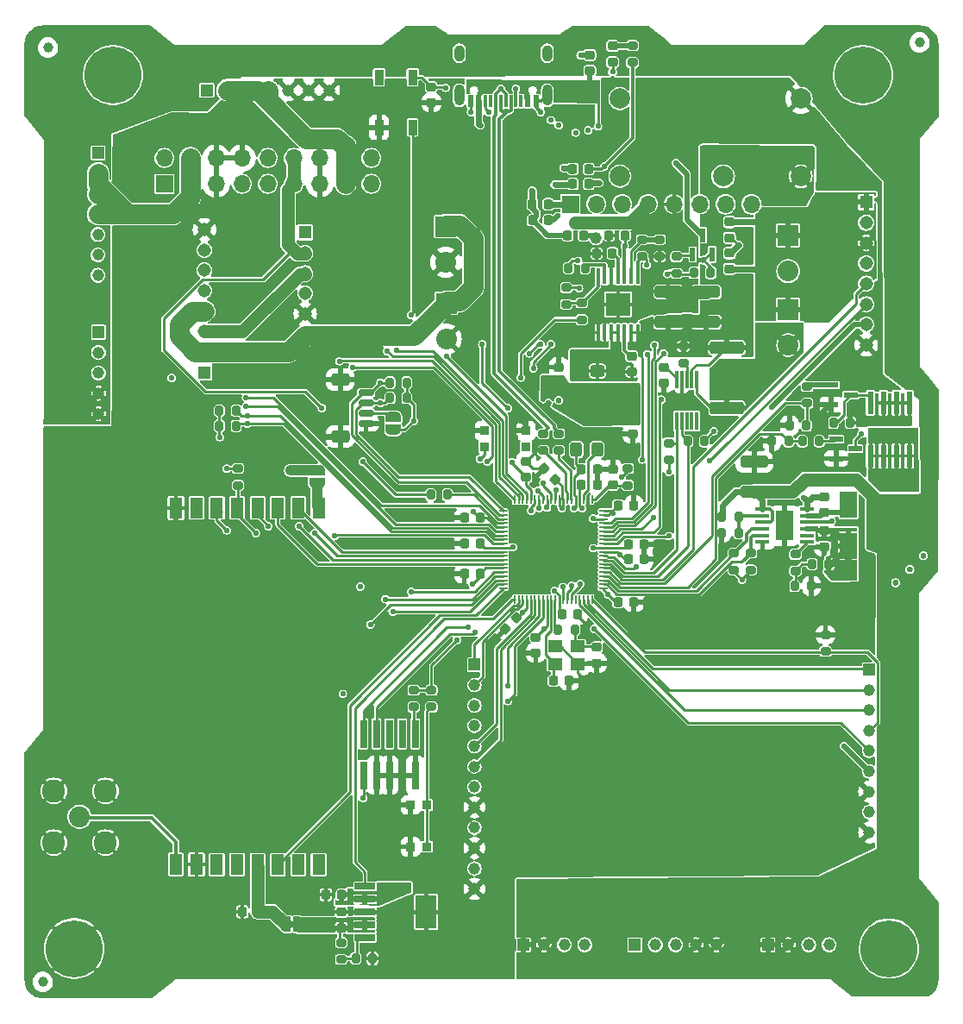
<source format=gtl>
%TF.GenerationSoftware,KiCad,Pcbnew,8.0.5*%
%TF.CreationDate,2024-11-23T15:58:24-08:00*%
%TF.ProjectId,mainboard,6d61696e-626f-4617-9264-2e6b69636164,06b*%
%TF.SameCoordinates,Original*%
%TF.FileFunction,Copper,L1,Top*%
%TF.FilePolarity,Positive*%
%FSLAX46Y46*%
G04 Gerber Fmt 4.6, Leading zero omitted, Abs format (unit mm)*
G04 Created by KiCad (PCBNEW 8.0.5) date 2024-11-23 15:58:24*
%MOMM*%
%LPD*%
G01*
G04 APERTURE LIST*
G04 Aperture macros list*
%AMRoundRect*
0 Rectangle with rounded corners*
0 $1 Rounding radius*
0 $2 $3 $4 $5 $6 $7 $8 $9 X,Y pos of 4 corners*
0 Add a 4 corners polygon primitive as box body*
4,1,4,$2,$3,$4,$5,$6,$7,$8,$9,$2,$3,0*
0 Add four circle primitives for the rounded corners*
1,1,$1+$1,$2,$3*
1,1,$1+$1,$4,$5*
1,1,$1+$1,$6,$7*
1,1,$1+$1,$8,$9*
0 Add four rect primitives between the rounded corners*
20,1,$1+$1,$2,$3,$4,$5,0*
20,1,$1+$1,$4,$5,$6,$7,0*
20,1,$1+$1,$6,$7,$8,$9,0*
20,1,$1+$1,$8,$9,$2,$3,0*%
%AMFreePoly0*
4,1,19,0.500000,-0.750000,0.000000,-0.750000,0.000000,-0.744911,-0.071157,-0.744911,-0.207708,-0.704816,-0.327430,-0.627875,-0.420627,-0.520320,-0.479746,-0.390866,-0.500000,-0.250000,-0.500000,0.250000,-0.479746,0.390866,-0.420627,0.520320,-0.327430,0.627875,-0.207708,0.704816,-0.071157,0.744911,0.000000,0.744911,0.000000,0.750000,0.500000,0.750000,0.500000,-0.750000,0.500000,-0.750000,
$1*%
%AMFreePoly1*
4,1,19,0.000000,0.744911,0.071157,0.744911,0.207708,0.704816,0.327430,0.627875,0.420627,0.520320,0.479746,0.390866,0.500000,0.250000,0.500000,-0.250000,0.479746,-0.390866,0.420627,-0.520320,0.327430,-0.627875,0.207708,-0.704816,0.071157,-0.744911,0.000000,-0.744911,0.000000,-0.750000,-0.500000,-0.750000,-0.500000,0.750000,0.000000,0.750000,0.000000,0.744911,0.000000,0.744911,
$1*%
G04 Aperture macros list end*
%TA.AperFunction,EtchedComponent*%
%ADD10C,0.000000*%
%TD*%
%TA.AperFunction,SMDPad,CuDef*%
%ADD11RoundRect,0.200000X-0.200000X-0.275000X0.200000X-0.275000X0.200000X0.275000X-0.200000X0.275000X0*%
%TD*%
%TA.AperFunction,SMDPad,CuDef*%
%ADD12R,0.304800X1.600200*%
%TD*%
%TA.AperFunction,SMDPad,CuDef*%
%ADD13R,2.460000X2.310000*%
%TD*%
%TA.AperFunction,SMDPad,CuDef*%
%ADD14RoundRect,0.225000X-0.250000X0.225000X-0.250000X-0.225000X0.250000X-0.225000X0.250000X0.225000X0*%
%TD*%
%TA.AperFunction,SMDPad,CuDef*%
%ADD15RoundRect,0.225000X0.250000X-0.225000X0.250000X0.225000X-0.250000X0.225000X-0.250000X-0.225000X0*%
%TD*%
%TA.AperFunction,SMDPad,CuDef*%
%ADD16RoundRect,0.200000X0.200000X0.275000X-0.200000X0.275000X-0.200000X-0.275000X0.200000X-0.275000X0*%
%TD*%
%TA.AperFunction,SMDPad,CuDef*%
%ADD17RoundRect,0.225000X0.225000X0.250000X-0.225000X0.250000X-0.225000X-0.250000X0.225000X-0.250000X0*%
%TD*%
%TA.AperFunction,SMDPad,CuDef*%
%ADD18R,1.320800X0.558800*%
%TD*%
%TA.AperFunction,SMDPad,CuDef*%
%ADD19R,0.609600X2.209800*%
%TD*%
%TA.AperFunction,ComponentPad*%
%ADD20C,5.600000*%
%TD*%
%TA.AperFunction,SMDPad,CuDef*%
%ADD21C,1.000000*%
%TD*%
%TA.AperFunction,ComponentPad*%
%ADD22C,2.006600*%
%TD*%
%TA.AperFunction,SMDPad,CuDef*%
%ADD23RoundRect,0.200000X-0.275000X0.200000X-0.275000X-0.200000X0.275000X-0.200000X0.275000X0.200000X0*%
%TD*%
%TA.AperFunction,SMDPad,CuDef*%
%ADD24RoundRect,0.225000X-0.225000X-0.250000X0.225000X-0.250000X0.225000X0.250000X-0.225000X0.250000X0*%
%TD*%
%TA.AperFunction,ComponentPad*%
%ADD25C,2.050000*%
%TD*%
%TA.AperFunction,ComponentPad*%
%ADD26C,2.250000*%
%TD*%
%TA.AperFunction,ComponentPad*%
%ADD27R,2.032000X2.032000*%
%TD*%
%TA.AperFunction,ComponentPad*%
%ADD28C,2.032000*%
%TD*%
%TA.AperFunction,SMDPad,CuDef*%
%ADD29RoundRect,0.200000X0.275000X-0.200000X0.275000X0.200000X-0.275000X0.200000X-0.275000X-0.200000X0*%
%TD*%
%TA.AperFunction,SMDPad,CuDef*%
%ADD30RoundRect,0.218750X0.256250X-0.218750X0.256250X0.218750X-0.256250X0.218750X-0.256250X-0.218750X0*%
%TD*%
%TA.AperFunction,SMDPad,CuDef*%
%ADD31RoundRect,0.250000X-1.425000X0.362500X-1.425000X-0.362500X1.425000X-0.362500X1.425000X0.362500X0*%
%TD*%
%TA.AperFunction,SMDPad,CuDef*%
%ADD32RoundRect,0.250000X-0.450000X0.325000X-0.450000X-0.325000X0.450000X-0.325000X0.450000X0.325000X0*%
%TD*%
%TA.AperFunction,SMDPad,CuDef*%
%ADD33R,0.558800X1.320800*%
%TD*%
%TA.AperFunction,SMDPad,CuDef*%
%ADD34RoundRect,0.250000X1.100000X-0.325000X1.100000X0.325000X-1.100000X0.325000X-1.100000X-0.325000X0*%
%TD*%
%TA.AperFunction,SMDPad,CuDef*%
%ADD35R,0.330200X1.778000*%
%TD*%
%TA.AperFunction,SMDPad,CuDef*%
%ADD36R,2.000000X0.650000*%
%TD*%
%TA.AperFunction,SMDPad,CuDef*%
%ADD37R,2.000000X3.200000*%
%TD*%
%TA.AperFunction,SMDPad,CuDef*%
%ADD38R,0.600000X1.150000*%
%TD*%
%TA.AperFunction,SMDPad,CuDef*%
%ADD39R,0.300000X1.150000*%
%TD*%
%TA.AperFunction,ComponentPad*%
%ADD40O,1.000000X2.100000*%
%TD*%
%TA.AperFunction,ComponentPad*%
%ADD41O,1.000000X1.600000*%
%TD*%
%TA.AperFunction,SMDPad,CuDef*%
%ADD42RoundRect,0.225000X-0.017678X0.335876X-0.335876X0.017678X0.017678X-0.335876X0.335876X-0.017678X0*%
%TD*%
%TA.AperFunction,SMDPad,CuDef*%
%ADD43R,1.397000X0.431800*%
%TD*%
%TA.AperFunction,SMDPad,CuDef*%
%ADD44R,1.752600X2.946400*%
%TD*%
%TA.AperFunction,SMDPad,CuDef*%
%ADD45R,1.700000X2.500000*%
%TD*%
%TA.AperFunction,SMDPad,CuDef*%
%ADD46R,0.900000X1.500000*%
%TD*%
%TA.AperFunction,SMDPad,CuDef*%
%ADD47RoundRect,0.250000X0.325000X0.450000X-0.325000X0.450000X-0.325000X-0.450000X0.325000X-0.450000X0*%
%TD*%
%TA.AperFunction,SMDPad,CuDef*%
%ADD48RoundRect,0.055000X0.335000X-0.055000X0.335000X0.055000X-0.335000X0.055000X-0.335000X-0.055000X0*%
%TD*%
%TA.AperFunction,SMDPad,CuDef*%
%ADD49RoundRect,0.055000X-0.055000X-0.335000X0.055000X-0.335000X0.055000X0.335000X-0.055000X0.335000X0*%
%TD*%
%TA.AperFunction,ComponentPad*%
%ADD50C,0.600000*%
%TD*%
%TA.AperFunction,SMDPad,CuDef*%
%ADD51R,1.133333X1.133333*%
%TD*%
%TA.AperFunction,SMDPad,CuDef*%
%ADD52FreePoly0,270.000000*%
%TD*%
%TA.AperFunction,SMDPad,CuDef*%
%ADD53FreePoly1,270.000000*%
%TD*%
%TA.AperFunction,SMDPad,CuDef*%
%ADD54R,0.740000X2.790000*%
%TD*%
%TA.AperFunction,SMDPad,CuDef*%
%ADD55R,1.400000X1.200000*%
%TD*%
%TA.AperFunction,SMDPad,CuDef*%
%ADD56R,1.300000X2.000000*%
%TD*%
%TA.AperFunction,SMDPad,CuDef*%
%ADD57R,4.700000X11.500000*%
%TD*%
%TA.AperFunction,SMDPad,CuDef*%
%ADD58R,0.900000X0.900000*%
%TD*%
%TA.AperFunction,SMDPad,CuDef*%
%ADD59RoundRect,0.150000X0.625000X-0.150000X0.625000X0.150000X-0.625000X0.150000X-0.625000X-0.150000X0*%
%TD*%
%TA.AperFunction,SMDPad,CuDef*%
%ADD60RoundRect,0.250000X0.650000X-0.350000X0.650000X0.350000X-0.650000X0.350000X-0.650000X-0.350000X0*%
%TD*%
%TA.AperFunction,ComponentPad*%
%ADD61R,1.150000X1.150000*%
%TD*%
%TA.AperFunction,ComponentPad*%
%ADD62C,1.150000*%
%TD*%
%TA.AperFunction,SMDPad,CuDef*%
%ADD63FreePoly0,90.000000*%
%TD*%
%TA.AperFunction,SMDPad,CuDef*%
%ADD64FreePoly1,90.000000*%
%TD*%
%TA.AperFunction,ComponentPad*%
%ADD65R,1.308000X1.308000*%
%TD*%
%TA.AperFunction,ComponentPad*%
%ADD66C,1.308000*%
%TD*%
%TA.AperFunction,SMDPad,CuDef*%
%ADD67RoundRect,0.225000X0.335876X0.017678X0.017678X0.335876X-0.335876X-0.017678X-0.017678X-0.335876X0*%
%TD*%
%TA.AperFunction,SMDPad,CuDef*%
%ADD68FreePoly0,180.000000*%
%TD*%
%TA.AperFunction,SMDPad,CuDef*%
%ADD69FreePoly1,180.000000*%
%TD*%
%TA.AperFunction,SMDPad,CuDef*%
%ADD70RoundRect,0.250000X-1.100000X0.325000X-1.100000X-0.325000X1.100000X-0.325000X1.100000X0.325000X0*%
%TD*%
%TA.AperFunction,ComponentPad*%
%ADD71R,1.700000X1.700000*%
%TD*%
%TA.AperFunction,ComponentPad*%
%ADD72O,1.700000X1.700000*%
%TD*%
%TA.AperFunction,ViaPad*%
%ADD73C,0.600000*%
%TD*%
%TA.AperFunction,ViaPad*%
%ADD74C,0.584200*%
%TD*%
%TA.AperFunction,ViaPad*%
%ADD75C,1.168400*%
%TD*%
%TA.AperFunction,Conductor*%
%ADD76C,0.234950*%
%TD*%
%TA.AperFunction,Conductor*%
%ADD77C,0.508000*%
%TD*%
%TA.AperFunction,Conductor*%
%ADD78C,0.271780*%
%TD*%
%TA.AperFunction,Conductor*%
%ADD79C,1.270000*%
%TD*%
%TA.AperFunction,Conductor*%
%ADD80C,0.271781*%
%TD*%
%TA.AperFunction,Conductor*%
%ADD81C,0.304800*%
%TD*%
%TA.AperFunction,Conductor*%
%ADD82C,1.000000*%
%TD*%
%TA.AperFunction,Conductor*%
%ADD83C,0.305000*%
%TD*%
%TA.AperFunction,Conductor*%
%ADD84C,0.609600*%
%TD*%
%TA.AperFunction,Conductor*%
%ADD85C,0.313400*%
%TD*%
%TA.AperFunction,Conductor*%
%ADD86C,0.293370*%
%TD*%
%TA.AperFunction,Conductor*%
%ADD87C,0.279400*%
%TD*%
%TA.AperFunction,Conductor*%
%ADD88C,0.337947*%
%TD*%
%TA.AperFunction,Conductor*%
%ADD89C,1.905000*%
%TD*%
%TA.AperFunction,Conductor*%
%ADD90C,0.300000*%
%TD*%
%TA.AperFunction,Conductor*%
%ADD91C,0.349300*%
%TD*%
G04 APERTURE END LIST*
D10*
%TA.AperFunction,EtchedComponent*%
G36*
X125050000Y-141200000D02*
G01*
X124550000Y-141200000D01*
X124550000Y-140600000D01*
X125050000Y-140600000D01*
X125050000Y-141200000D01*
G37*
%TD.AperFunction*%
D11*
X177991000Y-91694000D03*
X179641000Y-91694000D03*
D12*
X158766134Y-77289496D03*
X158116121Y-77289496D03*
X157466112Y-77289496D03*
X156816100Y-77289496D03*
X156166088Y-77289496D03*
X155516079Y-77289496D03*
X154866066Y-77289496D03*
X154866066Y-82826696D03*
X155516079Y-82826696D03*
X156166088Y-82826696D03*
X156816100Y-82826696D03*
X157466112Y-82826696D03*
X158116121Y-82826696D03*
X158766134Y-82826696D03*
D13*
X156816100Y-80058096D03*
D14*
X151000000Y-86225000D03*
X151000000Y-87775000D03*
D15*
X158250000Y-92775000D03*
X158250000Y-91225000D03*
X158178500Y-86690500D03*
X158178500Y-85140500D03*
D16*
X153606000Y-76517500D03*
X151956000Y-76517500D03*
D17*
X156286500Y-75057000D03*
X154736500Y-75057000D03*
D18*
X177783800Y-87995596D03*
X177783800Y-89900596D03*
X179663400Y-88948096D03*
D11*
X164275000Y-76962000D03*
X165925000Y-76962000D03*
D19*
X185420000Y-89712800D03*
X184150000Y-89712800D03*
X182880000Y-89712800D03*
X181610000Y-89712800D03*
X181610000Y-94945200D03*
X182880000Y-94945200D03*
X184150000Y-94945200D03*
X185420000Y-94945200D03*
D20*
X107236100Y-57564100D03*
X103426100Y-143294100D03*
X183426100Y-143294100D03*
X180896100Y-57564100D03*
D21*
X100330000Y-146558000D03*
D22*
X157000000Y-67500000D03*
X157000000Y-59880000D03*
X167160000Y-67500000D03*
X174780000Y-59880000D03*
X174780000Y-67500000D03*
D15*
X154051000Y-57143000D03*
X154051000Y-55593000D03*
D23*
X158254700Y-54674000D03*
X158254700Y-56324000D03*
D17*
X153937000Y-66776600D03*
X152387000Y-66776600D03*
D24*
X148450000Y-71818500D03*
X150000000Y-71818500D03*
D23*
X159194500Y-73724000D03*
X159194500Y-75374000D03*
D24*
X151879000Y-73279000D03*
X153429000Y-73279000D03*
D25*
X103949500Y-130365500D03*
D26*
X106489500Y-127825500D03*
X101409500Y-127825500D03*
X106489500Y-132905500D03*
X101409500Y-132905500D03*
D23*
X119500000Y-96175000D03*
X119500000Y-97825000D03*
D17*
X157493000Y-73279000D03*
X155943000Y-73279000D03*
D24*
X148412000Y-70231000D03*
X149962000Y-70231000D03*
D23*
X151750000Y-78425000D03*
X151750000Y-80075000D03*
D27*
X173532800Y-80572200D03*
D28*
X173532800Y-84072200D03*
D29*
X160909000Y-75374000D03*
X160909000Y-73724000D03*
D30*
X156293500Y-56286500D03*
X156293500Y-54711500D03*
D31*
X167500000Y-84312500D03*
X167500000Y-90237500D03*
D32*
X154813000Y-86605000D03*
X154813000Y-88655000D03*
D33*
X164147500Y-75171300D03*
X166052500Y-75171300D03*
X165100000Y-73291700D03*
D27*
X139954000Y-79959200D03*
D28*
X139954000Y-83459200D03*
D16*
X175323000Y-91948000D03*
X173673000Y-91948000D03*
D23*
X175387000Y-88123096D03*
X175387000Y-89773096D03*
D34*
X161769100Y-81787096D03*
X161769100Y-78837096D03*
X165481000Y-81787096D03*
X165481000Y-78837096D03*
D14*
X167767000Y-71996000D03*
X167767000Y-73546000D03*
D23*
X163250000Y-84175000D03*
X163250000Y-85825000D03*
D35*
X164576001Y-87455300D03*
X164075999Y-87455300D03*
X163576000Y-87455300D03*
X163076001Y-87455300D03*
X162575999Y-87455300D03*
X162575999Y-91544700D03*
X163076001Y-91544700D03*
X163576000Y-91544700D03*
X164075999Y-91544700D03*
X164576001Y-91544700D03*
D23*
X129649937Y-142705948D03*
X129649937Y-144355948D03*
D15*
X167767000Y-76594000D03*
X167767000Y-75044000D03*
D36*
X131983937Y-137180948D03*
X131983937Y-138450948D03*
X131983937Y-139720948D03*
X131983937Y-140990948D03*
X131983937Y-142260948D03*
D37*
X137983937Y-139720948D03*
D24*
X119925800Y-139674600D03*
X121475800Y-139674600D03*
D11*
X131058937Y-144258948D03*
X132708937Y-144258948D03*
D14*
X129649937Y-139707948D03*
X129649937Y-141257948D03*
D24*
X152387000Y-68250000D03*
X153937000Y-68250000D03*
D15*
X161350000Y-87775000D03*
X161350000Y-86225000D03*
D38*
X148752000Y-60128000D03*
X147952000Y-60128000D03*
D39*
X146802000Y-60128000D03*
X145802000Y-60128000D03*
X145302000Y-60128000D03*
X144302000Y-60128000D03*
D38*
X143152000Y-60128000D03*
X142352000Y-60128000D03*
D39*
X143802000Y-60128000D03*
X144802000Y-60128000D03*
X146302000Y-60128000D03*
X147302000Y-60128000D03*
D40*
X149872000Y-59553000D03*
D41*
X149872000Y-55413000D03*
D40*
X141232000Y-59553000D03*
D41*
X141232000Y-55413000D03*
D27*
X139903200Y-72440800D03*
D28*
X139903200Y-75940800D03*
D27*
X173532800Y-73307800D03*
D28*
X173532800Y-76807800D03*
D16*
X177532800Y-105567481D03*
X175882800Y-105567481D03*
D29*
X161800000Y-95325000D03*
X161800000Y-93675000D03*
D42*
X146848008Y-110851992D03*
X145751992Y-111948008D03*
D24*
X157825000Y-105100000D03*
X159375000Y-105100000D03*
D23*
X168224200Y-104488481D03*
X168224200Y-106138481D03*
D24*
X150475000Y-117000000D03*
X152025000Y-117000000D03*
D16*
X136075000Y-89250000D03*
X134425000Y-89250000D03*
D21*
X186436000Y-54356000D03*
D17*
X143275000Y-103500000D03*
X141725000Y-103500000D03*
D29*
X149500000Y-94425000D03*
X149500000Y-92775000D03*
D23*
X177200000Y-112475000D03*
X177200000Y-114125000D03*
D43*
X171018200Y-100152200D03*
X171018200Y-100802441D03*
X171018200Y-101452681D03*
X171018200Y-102102919D03*
X171018200Y-102753159D03*
X171018200Y-103403400D03*
X175387000Y-103403400D03*
X175387000Y-102753159D03*
X175387000Y-102102919D03*
X175387000Y-101452681D03*
X175387000Y-100802441D03*
X175387000Y-100152200D03*
D44*
X173202600Y-101777800D03*
D14*
X148750000Y-112725000D03*
X148750000Y-114275000D03*
D16*
X140075000Y-98750000D03*
X138425000Y-98750000D03*
D17*
X143275000Y-101000000D03*
X141725000Y-101000000D03*
D24*
X153225000Y-96250000D03*
X154775000Y-96250000D03*
D17*
X143275000Y-106500000D03*
X141725000Y-106500000D03*
D24*
X156825000Y-109300000D03*
X158375000Y-109300000D03*
D45*
X179451000Y-99759000D03*
X179451000Y-103759000D03*
D24*
X151325000Y-110500000D03*
X152875000Y-110500000D03*
D29*
X162560000Y-77025000D03*
X162560000Y-75375000D03*
D15*
X156300000Y-97775000D03*
X156300000Y-96225000D03*
D46*
X136650000Y-57800000D03*
X133350000Y-57800000D03*
X133350000Y-62700000D03*
X136650000Y-62700000D03*
D24*
X128133937Y-138008948D03*
X129683937Y-138008948D03*
D47*
X154775000Y-94297500D03*
X152725000Y-94297500D03*
D15*
X177063400Y-100500481D03*
X177063400Y-98950481D03*
D23*
X169849800Y-104488481D03*
X169849800Y-106138481D03*
D48*
X145563500Y-100343333D03*
X145563500Y-100743333D03*
X145563500Y-101143333D03*
X145563500Y-101543333D03*
X145563500Y-101943333D03*
X145563500Y-102343333D03*
X145563500Y-102743333D03*
X145563500Y-103143333D03*
X145563500Y-103543333D03*
X145563500Y-103943333D03*
X145563500Y-104343333D03*
X145563500Y-104743333D03*
X145563500Y-105143333D03*
X145563500Y-105543333D03*
X145563500Y-105943333D03*
X145563500Y-106343333D03*
X145563500Y-106743333D03*
X145563500Y-107143333D03*
X145563500Y-107543333D03*
X145563500Y-107943333D03*
D49*
X146660000Y-109039833D03*
X147060000Y-109039833D03*
X147460000Y-109039833D03*
X147860000Y-109039833D03*
X148260000Y-109039833D03*
X148660000Y-109039833D03*
X149060000Y-109039833D03*
X149460000Y-109039833D03*
X149860000Y-109039833D03*
X150260000Y-109039833D03*
X150660000Y-109039833D03*
X151060000Y-109039833D03*
X151460000Y-109039833D03*
X151860000Y-109039833D03*
X152260000Y-109039833D03*
X152660000Y-109039833D03*
X153060000Y-109039833D03*
X153460000Y-109039833D03*
X153860000Y-109039833D03*
X154260000Y-109039833D03*
D48*
X155356500Y-107943333D03*
X155356500Y-107543333D03*
X155356500Y-107143333D03*
X155356500Y-106743333D03*
X155356500Y-106343333D03*
X155356500Y-105943333D03*
X155356500Y-105543333D03*
X155356500Y-105143333D03*
X155356500Y-104743333D03*
X155356500Y-104343333D03*
X155356500Y-103943333D03*
X155356500Y-103543333D03*
X155356500Y-103143333D03*
X155356500Y-102743333D03*
X155356500Y-102343333D03*
X155356500Y-101943333D03*
X155356500Y-101543333D03*
X155356500Y-101143333D03*
X155356500Y-100743333D03*
X155356500Y-100343333D03*
D49*
X154260000Y-99246833D03*
X153860000Y-99246833D03*
X153460000Y-99246833D03*
X153060000Y-99246833D03*
X152660000Y-99246833D03*
X152260000Y-99246833D03*
X151860000Y-99246833D03*
X151460000Y-99246833D03*
X151060000Y-99246833D03*
X150660000Y-99246833D03*
X150260000Y-99246833D03*
X149860000Y-99246833D03*
X149460000Y-99246833D03*
X149060000Y-99246833D03*
X148660000Y-99246833D03*
X148260000Y-99246833D03*
X147860000Y-99246833D03*
X147460000Y-99246833D03*
X147060000Y-99246833D03*
X146660000Y-99246833D03*
D50*
X149326667Y-103010000D03*
D51*
X149326667Y-103010000D03*
D50*
X149326667Y-104143333D03*
D51*
X149326667Y-104143333D03*
D50*
X149326667Y-105276666D03*
D51*
X149326667Y-105276666D03*
D50*
X150460000Y-103010000D03*
D51*
X150460000Y-103010000D03*
D50*
X150460000Y-104143333D03*
D51*
X150460000Y-104143333D03*
D50*
X150460000Y-105276666D03*
D51*
X150460000Y-105276666D03*
D50*
X151593333Y-103010000D03*
D51*
X151593333Y-103010000D03*
D50*
X151593333Y-104143333D03*
D51*
X151593333Y-104143333D03*
D50*
X151593333Y-105276666D03*
D51*
X151593333Y-105276666D03*
D52*
X134750000Y-91100000D03*
D53*
X134750000Y-92400000D03*
D54*
X131825000Y-126280000D03*
X131825000Y-122210000D03*
X133095000Y-126280000D03*
X133095000Y-122210000D03*
X134365000Y-126280000D03*
X134365000Y-122210000D03*
X135635000Y-122210000D03*
X136905000Y-126280000D03*
X136905000Y-122210000D03*
D55*
X150650000Y-115350000D03*
X152850000Y-115350000D03*
X152850000Y-113650000D03*
X150650000Y-113650000D03*
D56*
X113420000Y-135050000D03*
X115420000Y-135050000D03*
X117420000Y-135050000D03*
X119420000Y-135050000D03*
X121420000Y-135050000D03*
X123420000Y-135050000D03*
X125420000Y-135050000D03*
X127420000Y-135050000D03*
X127420000Y-100050000D03*
X125420000Y-100050000D03*
X123420000Y-100050000D03*
X121420000Y-100050000D03*
X119420000Y-100050000D03*
X117420000Y-100050000D03*
X115420000Y-100050000D03*
X113420000Y-100050000D03*
D57*
X122170000Y-120600000D03*
D58*
X143700000Y-94050000D03*
X147800000Y-94050000D03*
X143700000Y-92450000D03*
X147800000Y-92450000D03*
D16*
X176575000Y-93500000D03*
X174925000Y-93500000D03*
D59*
X132075000Y-91750000D03*
X132075000Y-90750000D03*
X132075000Y-89750000D03*
X132075000Y-88750000D03*
D60*
X129550000Y-93050000D03*
X129550000Y-87450000D03*
D16*
X136075000Y-87750000D03*
X134425000Y-87750000D03*
X173575000Y-93500000D03*
X171925000Y-93500000D03*
D61*
X158484001Y-142920000D03*
D62*
X160484002Y-142920000D03*
X162484001Y-142920000D03*
X164484002Y-142920000D03*
X166484000Y-142920000D03*
D21*
X100838000Y-54864000D03*
D11*
X174181000Y-107696000D03*
X175831000Y-107696000D03*
D29*
X138500000Y-119575000D03*
X138500000Y-117925000D03*
D61*
X105800000Y-82799999D03*
D62*
X105800000Y-84800000D03*
X105800000Y-86799999D03*
X105800000Y-88800000D03*
X105800000Y-90799998D03*
D11*
X167015000Y-100950000D03*
X168665000Y-100950000D03*
D63*
X127250000Y-97650000D03*
D64*
X127250000Y-96350000D03*
D11*
X117675000Y-90500000D03*
X119325000Y-90500000D03*
D16*
X168665000Y-102490000D03*
X167015000Y-102490000D03*
D65*
X181200000Y-70050001D03*
D66*
X181200000Y-72050002D03*
X181200000Y-74050001D03*
X181200000Y-76050002D03*
X181200000Y-78050000D03*
X181200000Y-80050001D03*
X181200000Y-82050000D03*
X181200000Y-84050001D03*
D61*
X142720000Y-115430000D03*
D62*
X142720000Y-117430001D03*
X142720000Y-119430000D03*
X142720000Y-121430001D03*
X142720000Y-123429999D03*
X142720000Y-125430000D03*
X142720000Y-127429999D03*
X142720000Y-129430000D03*
X142720000Y-131430001D03*
X142720000Y-133430000D03*
X142720000Y-135430000D03*
X142720000Y-137430000D03*
D29*
X153250000Y-81575000D03*
X153250000Y-79925000D03*
D61*
X147550000Y-142920000D03*
D62*
X149550000Y-142920000D03*
X151550000Y-142920000D03*
X153550000Y-142920000D03*
D15*
X147800000Y-97025000D03*
X147800000Y-95475000D03*
X177063400Y-103853281D03*
X177063400Y-102303281D03*
D65*
X126100000Y-73000000D03*
D66*
X126100000Y-75000000D03*
X126100000Y-77000000D03*
X126100000Y-79000000D03*
X126100000Y-81000000D03*
X126100000Y-83000000D03*
D16*
X165325000Y-93500000D03*
X163675000Y-93500000D03*
D24*
X157825000Y-103600000D03*
X159375000Y-103600000D03*
D14*
X138500000Y-58725000D03*
X138500000Y-60275000D03*
D67*
X150648008Y-97248008D03*
X149551992Y-96151992D03*
D58*
X138050000Y-133300000D03*
X138050000Y-129200000D03*
X136450000Y-133300000D03*
X136450000Y-129200000D03*
D14*
X154750000Y-113725000D03*
X154750000Y-115275000D03*
D11*
X117675000Y-92000000D03*
X119325000Y-92000000D03*
D29*
X151000000Y-94425000D03*
X151000000Y-92775000D03*
D24*
X156825000Y-99800000D03*
X158375000Y-99800000D03*
D65*
X116205000Y-86739999D03*
D66*
X116205000Y-84739998D03*
X116205000Y-82739999D03*
X116205000Y-80739998D03*
X116205000Y-78740000D03*
X116205000Y-76739999D03*
X116205000Y-74740000D03*
X116205000Y-72739999D03*
D61*
X105750000Y-65214001D03*
D62*
X105750000Y-67214002D03*
X105750000Y-69214001D03*
X105750000Y-71214002D03*
X105750000Y-73214000D03*
X105750000Y-75214001D03*
X105750000Y-77214000D03*
D68*
X125450000Y-140900000D03*
D69*
X124150000Y-140900000D03*
D70*
X170200000Y-95525000D03*
X170200000Y-98475000D03*
D61*
X171550000Y-142920000D03*
D62*
X173550000Y-142920000D03*
X175550000Y-142920000D03*
X177550000Y-142920000D03*
D16*
X152575000Y-112000000D03*
X150925000Y-112000000D03*
D23*
X157800000Y-96175000D03*
X157800000Y-97825000D03*
D61*
X116450001Y-59050000D03*
D62*
X118450002Y-59050000D03*
X120450001Y-59050000D03*
X122450002Y-59050000D03*
X124450000Y-59050000D03*
X126450001Y-59050000D03*
X128450000Y-59050000D03*
D61*
X181491000Y-115900000D03*
D62*
X181491000Y-117900001D03*
X181491000Y-119900000D03*
X181491000Y-121900001D03*
X181491000Y-123899999D03*
X181491000Y-125900000D03*
X181491000Y-127899999D03*
X181491000Y-129900000D03*
X181491000Y-131900001D03*
D23*
X174244000Y-104585000D03*
X174244000Y-106235000D03*
D18*
X178246700Y-93297500D03*
X178246700Y-95202500D03*
X180126300Y-94250000D03*
D29*
X136750000Y-119575000D03*
X136750000Y-117925000D03*
D24*
X153225000Y-97750000D03*
X154775000Y-97750000D03*
D71*
X152146000Y-70231000D03*
D72*
X154686000Y-70231000D03*
X157226000Y-70231000D03*
X159766000Y-70231000D03*
X162306000Y-70231000D03*
X164846000Y-70231000D03*
X167386000Y-70231000D03*
X169926000Y-70231000D03*
D71*
X112280000Y-68240000D03*
D72*
X112280000Y-65700000D03*
X114820000Y-68240000D03*
X114820000Y-65700000D03*
X117360000Y-68240000D03*
X117360000Y-65700000D03*
X119900000Y-68240000D03*
X119900000Y-65700000D03*
X122440000Y-68240000D03*
X122440000Y-65700000D03*
X124980000Y-68240000D03*
X124980000Y-65700000D03*
X127520000Y-68240000D03*
X127520000Y-65700000D03*
X130060000Y-68240000D03*
X130060000Y-65700000D03*
X132600000Y-68240000D03*
X132600000Y-65700000D03*
D73*
X114490500Y-130492500D03*
X112712500Y-130492500D03*
X108018580Y-129528060D03*
X109283500Y-132667500D03*
X110553500Y-132667500D03*
X109283500Y-131397500D03*
X110553500Y-131397500D03*
X109288580Y-127038860D03*
X111828580Y-129528060D03*
X111828580Y-127038860D03*
X109288580Y-129528060D03*
X110558580Y-127038860D03*
X110558580Y-128308860D03*
X111828580Y-128308860D03*
X109288580Y-128308860D03*
X110558580Y-129528060D03*
X138500000Y-140800000D03*
X138500000Y-138641000D03*
X113601500Y-131381500D03*
X108013500Y-131397500D03*
X111823500Y-132667500D03*
X111823500Y-134175500D03*
X115379500Y-136588500D03*
X111823500Y-136588500D03*
X113093500Y-136588500D03*
X114236500Y-136588500D03*
X110553500Y-136588500D03*
X109283500Y-136588500D03*
X110553500Y-134175500D03*
X109283500Y-134175500D03*
X116395500Y-136588500D03*
X113601500Y-129528060D03*
X116395500Y-131635500D03*
X137357000Y-140800000D03*
X172132218Y-91811736D03*
X111823500Y-135318500D03*
X110553500Y-135318500D03*
X109283500Y-135318500D03*
X116395500Y-132667500D03*
D74*
X114998500Y-132675400D03*
D73*
X121340000Y-123510000D03*
X122729900Y-123510000D03*
X122094900Y-121922500D03*
X122094900Y-124843500D03*
X137944000Y-139657000D03*
X137357000Y-138641000D03*
X135745937Y-139720948D03*
D74*
X172974000Y-106426000D03*
X138085200Y-144263400D03*
X138250000Y-88500000D03*
X177038000Y-107696000D03*
X150000000Y-89750000D03*
X172210000Y-95170000D03*
X152082500Y-93027500D03*
X180000000Y-95250000D03*
X162000000Y-103800000D03*
X184090000Y-107390000D03*
X128000000Y-112500000D03*
X147250000Y-91500000D03*
X165000000Y-135470000D03*
X162200000Y-89100000D03*
X126000000Y-118000000D03*
X140400000Y-106500000D03*
X146000000Y-85750000D03*
X159700000Y-109400000D03*
X166824836Y-124314836D03*
X185480000Y-106080000D03*
X143185200Y-143563400D03*
X155450000Y-74450000D03*
X164860000Y-126790000D03*
X151000000Y-89500000D03*
X126000000Y-111750000D03*
X116250000Y-115750000D03*
X146250000Y-78250000D03*
X128000000Y-93250000D03*
X134000000Y-93500000D03*
X154000000Y-92500000D03*
X136500000Y-131200000D03*
X140400000Y-101000000D03*
X154700000Y-116600000D03*
X148600000Y-115800000D03*
X135659575Y-126277000D03*
X166800000Y-115140425D03*
X171958000Y-96774000D03*
X133883937Y-144258948D03*
X186810000Y-104740000D03*
X172900000Y-95900000D03*
X158750000Y-81250000D03*
X138285200Y-135863400D03*
X177000000Y-90550992D03*
X137000000Y-88250000D03*
X142200000Y-81600000D03*
X161800000Y-100900000D03*
X148807525Y-93707525D03*
X172466000Y-107188000D03*
X172974000Y-107950000D03*
X127850000Y-87500000D03*
X172466000Y-108712000D03*
X160700000Y-105100000D03*
X131883937Y-143258948D03*
X171958000Y-106426000D03*
X138000000Y-93750000D03*
X170400000Y-94300000D03*
X154750000Y-79250000D03*
X156200000Y-94900000D03*
X171958000Y-107950000D03*
X146800000Y-93100000D03*
X142800000Y-92450000D03*
X134383937Y-139758948D03*
X159000000Y-79000000D03*
X114998500Y-131635500D03*
X164175000Y-80300000D03*
X153600000Y-111400000D03*
X159500000Y-80500000D03*
X111000000Y-101500000D03*
X176030000Y-115140425D03*
X170570000Y-97300000D03*
X165227000Y-75717400D03*
X153400000Y-117000000D03*
X128383937Y-139258948D03*
X167000000Y-103750000D03*
X140400000Y-103500000D03*
X116750000Y-105000000D03*
X113445596Y-101663500D03*
X142500000Y-107500000D03*
X151750000Y-89000000D03*
X151300000Y-100100000D03*
X131500000Y-107750000D03*
X129800000Y-118300000D03*
X169000000Y-107100000D03*
X124600000Y-96300000D03*
X155900000Y-91200000D03*
X157000000Y-104600000D03*
X131800000Y-128500000D03*
X139900000Y-58800000D03*
X125800000Y-96350000D03*
X142600000Y-100400000D03*
X153300000Y-100100000D03*
X166200000Y-92500000D03*
X171900000Y-90200000D03*
X179000000Y-123400000D03*
X158100000Y-90250000D03*
X146400000Y-95600000D03*
X158300000Y-88100000D03*
X147475000Y-110275000D03*
X161800000Y-96500000D03*
X156200000Y-88100000D03*
X149587500Y-111887500D03*
X157200000Y-97000000D03*
X118400000Y-96200000D03*
X159639000Y-76200054D03*
X155850000Y-108550000D03*
X117700000Y-93100000D03*
X156300000Y-100600000D03*
X136750000Y-91500000D03*
X151400000Y-107800000D03*
X142750000Y-112250000D03*
X142063233Y-111763233D03*
X152300000Y-107700000D03*
X134729937Y-137765148D03*
X133764737Y-138374748D03*
X159500000Y-84200000D03*
X159200000Y-95300000D03*
X133764737Y-137257148D03*
X166300000Y-71500000D03*
X168000000Y-78000000D03*
X179800000Y-106600000D03*
X178816000Y-105664000D03*
X171200000Y-65200000D03*
X168200000Y-79700000D03*
X168100000Y-81500000D03*
X153000000Y-78500000D03*
X127750000Y-90250000D03*
X169300000Y-78500000D03*
X168086600Y-65013400D03*
X135898337Y-137257148D03*
X168700000Y-82600000D03*
X169400000Y-80900000D03*
X150250000Y-62000000D03*
X145300000Y-58900000D03*
X151000000Y-62500000D03*
X145800000Y-61150000D03*
X161300000Y-84900000D03*
X161662185Y-77080185D03*
X131750000Y-95500000D03*
X180594000Y-90424000D03*
X179855000Y-89685000D03*
X160300000Y-101000000D03*
X175082200Y-99040000D03*
X175950000Y-98940000D03*
X152900000Y-75800000D03*
X157479994Y-74358508D03*
X150622000Y-68326000D03*
X154965400Y-68122800D03*
X143500000Y-84000000D03*
X146000000Y-90250000D03*
X144100000Y-61200000D03*
X146800000Y-58928000D03*
X153180000Y-55630000D03*
X168656000Y-74250000D03*
X148400000Y-68900000D03*
X149250000Y-61200000D03*
D73*
X151485600Y-66675004D03*
D74*
X142400000Y-61200000D03*
X148800000Y-71000000D03*
X143300000Y-62500000D03*
X154853201Y-62600400D03*
X133500000Y-87750000D03*
X133500000Y-89750000D03*
D75*
X152600000Y-72000000D03*
D74*
X145988825Y-117500000D03*
X120300000Y-89200000D03*
X162486000Y-66192400D03*
X134000000Y-109000000D03*
X154500000Y-111900000D03*
X158600000Y-105800000D03*
X177800000Y-101346000D03*
X154400000Y-104000000D03*
X150600000Y-108200000D03*
X146500000Y-103900000D03*
X152500000Y-100100000D03*
X156293504Y-57256998D03*
X155448000Y-66548000D03*
X140000000Y-85200000D03*
X136500000Y-81100000D03*
X132500000Y-111500000D03*
X136500000Y-108250000D03*
X134711768Y-110211768D03*
X146000000Y-119000000D03*
X161075000Y-89425000D03*
X153100000Y-107500000D03*
X141000000Y-113000000D03*
X148300000Y-100300000D03*
X165800000Y-95450001D03*
X161800000Y-102800000D03*
X120300000Y-90100000D03*
X143250000Y-95250000D03*
X130750000Y-86250000D03*
X154400000Y-101100000D03*
X144000000Y-95500000D03*
X184410000Y-97920000D03*
X185810000Y-96970000D03*
X184750000Y-97075000D03*
X185480000Y-97980000D03*
X129450000Y-85650000D03*
X134150000Y-84650000D03*
X135075000Y-84575000D03*
X121250000Y-102500000D03*
X127000002Y-102500000D03*
X153900000Y-63000000D03*
X159700000Y-85000000D03*
X148942025Y-98342025D03*
X160400000Y-84100000D03*
X152650000Y-63200000D03*
X180750000Y-92750000D03*
X113000000Y-87300000D03*
X120400000Y-91800000D03*
X120400000Y-91000000D03*
X149500000Y-97600000D03*
X149850000Y-100020000D03*
X149050000Y-100080000D03*
X150700000Y-98300000D03*
X125500000Y-101840425D03*
X122500000Y-101840425D03*
X129020000Y-102770000D03*
X118410000Y-102240000D03*
X148500000Y-86374999D03*
X150250000Y-84000000D03*
X150900000Y-71400000D03*
D75*
X154650869Y-73534609D03*
D74*
X147250000Y-87250000D03*
X149250000Y-84000000D03*
X148125000Y-84875000D03*
D76*
X165925000Y-76962000D02*
X165925000Y-76415400D01*
D77*
X113438600Y-100289596D02*
X113445596Y-100296592D01*
D76*
X143700000Y-92450000D02*
X142800000Y-92450000D01*
D77*
X172268482Y-91948000D02*
X172132218Y-91811736D01*
D76*
X152875000Y-110675000D02*
X153600000Y-111400000D01*
D77*
X113445596Y-101250409D02*
X113445596Y-101663500D01*
D76*
X148800000Y-93700000D02*
X148807525Y-93707525D01*
X147750000Y-92000000D02*
X147750000Y-92400000D01*
D77*
X177000000Y-90550992D02*
X177650396Y-89900596D01*
D78*
X127850000Y-87500000D02*
X129500000Y-87500000D01*
D77*
X113445596Y-100296592D02*
X113445596Y-101250409D01*
D78*
X136905000Y-126280000D02*
X135638000Y-126280000D01*
D77*
X173710500Y-91948000D02*
X172268482Y-91948000D01*
D78*
X129350000Y-93250000D02*
X129550000Y-93050000D01*
D76*
X148476992Y-96151992D02*
X147800000Y-95475000D01*
X165925000Y-76415400D02*
X165227000Y-75717400D01*
X150650000Y-113650000D02*
X151150000Y-113650000D01*
D78*
X129500000Y-87500000D02*
X129550000Y-87450000D01*
D76*
X153400000Y-116750000D02*
X153400000Y-117000000D01*
X147250000Y-91500000D02*
X147750000Y-92000000D01*
X148807525Y-94467475D02*
X148807525Y-93707525D01*
X152850000Y-116200000D02*
X153400000Y-116750000D01*
X147800000Y-95475000D02*
X148807525Y-94467475D01*
X152875000Y-110500000D02*
X152875000Y-110675000D01*
X166052500Y-75171300D02*
X165773100Y-75171300D01*
X149551992Y-96151992D02*
X148476992Y-96151992D01*
D78*
X128000000Y-93250000D02*
X129350000Y-93250000D01*
X133095000Y-126280000D02*
X134365000Y-126280000D01*
D76*
X151150000Y-113650000D02*
X152850000Y-115350000D01*
D79*
X165481000Y-78912096D02*
X161769100Y-78912096D01*
D76*
X165773100Y-75171300D02*
X165227000Y-75717400D01*
X152850000Y-115350000D02*
X152850000Y-116200000D01*
D78*
X135632000Y-126280000D02*
X134365000Y-126280000D01*
D77*
X177650396Y-89900596D02*
X177783800Y-89900596D01*
D76*
X147475000Y-110275000D02*
X147860000Y-109890000D01*
X156281667Y-100343333D02*
X155356500Y-100343333D01*
D77*
X181200000Y-82050000D02*
X180050000Y-82050000D01*
D76*
X155850000Y-108550000D02*
X156600000Y-109300000D01*
X156743333Y-104343333D02*
X155356500Y-104343333D01*
X155881667Y-100743333D02*
X156281667Y-100343333D01*
D78*
X136750000Y-89925000D02*
X136075000Y-89250000D01*
D76*
X117675000Y-92000000D02*
X117675000Y-93075000D01*
D78*
X147800000Y-97325000D02*
X147800000Y-97025000D01*
D76*
X143275000Y-106500000D02*
X143275000Y-106725000D01*
D78*
X148260000Y-99246833D02*
X148260000Y-98265000D01*
D80*
X159321500Y-75336500D02*
X159639000Y-75654000D01*
D76*
X151292851Y-98800000D02*
X151292851Y-99079684D01*
X156300000Y-100600000D02*
X156300000Y-100361666D01*
D78*
X136750000Y-91500000D02*
X136750000Y-89925000D01*
D76*
X147800000Y-97805000D02*
X148260000Y-98265000D01*
X169000000Y-106988281D02*
X169849800Y-106138481D01*
X156300000Y-100361666D02*
X156281667Y-100343333D01*
X179000000Y-123409000D02*
X179000000Y-123400000D01*
X136750000Y-91500000D02*
X135850000Y-92400000D01*
X118400000Y-96200000D02*
X119475000Y-96200000D01*
X151292851Y-99079684D02*
X151460000Y-99246833D01*
X147475000Y-110325000D02*
X146848008Y-110951992D01*
X153060000Y-97915000D02*
X153225000Y-97750000D01*
X143950000Y-101000000D02*
X144893333Y-101943333D01*
X149587500Y-111887500D02*
X148750000Y-112725000D01*
X119475000Y-96200000D02*
X119500000Y-96175000D01*
D78*
X136075000Y-87750000D02*
X136075000Y-89250000D01*
D76*
X151060000Y-99246833D02*
X151060000Y-99860000D01*
D80*
X159639000Y-75654000D02*
X159639000Y-76200054D01*
D76*
X168224200Y-106324200D02*
X169000000Y-107100000D01*
X139825000Y-58725000D02*
X139900000Y-58800000D01*
X143831667Y-105943333D02*
X143275000Y-106500000D01*
X147860000Y-109890000D02*
X147860000Y-109039833D01*
X150648008Y-97248008D02*
X151292851Y-97892851D01*
X143275000Y-101000000D02*
X143950000Y-101000000D01*
X155356500Y-107943333D02*
X155356500Y-108056500D01*
X117675000Y-90500000D02*
X117675000Y-92000000D01*
X147475000Y-110275000D02*
X147475000Y-110325000D01*
X144893333Y-101943333D02*
X145563500Y-101943333D01*
X149860000Y-111615000D02*
X148750000Y-112725000D01*
X155356500Y-108056500D02*
X155850000Y-108550000D01*
X169000000Y-107100000D02*
X169000000Y-106988281D01*
X157500000Y-105100000D02*
X157825000Y-105100000D01*
X156743333Y-104343333D02*
X157500000Y-105100000D01*
X145563500Y-105943333D02*
X143831667Y-105943333D01*
X131825000Y-128475000D02*
X131825000Y-126280000D01*
X153060000Y-99246833D02*
X153060000Y-99860000D01*
D77*
X180050000Y-82050000D02*
X171900000Y-90200000D01*
D76*
X153060000Y-99246833D02*
X153060000Y-97915000D01*
X151460000Y-99246833D02*
X151460000Y-99940000D01*
X153060000Y-99860000D02*
X153300000Y-100100000D01*
X165325000Y-93375000D02*
X166200000Y-92500000D01*
X157800000Y-96400000D02*
X157800000Y-96175000D01*
X161800000Y-95325000D02*
X161800000Y-96500000D01*
X146400000Y-95600000D02*
X146400000Y-95625000D01*
X149860000Y-109039833D02*
X149860000Y-111615000D01*
X136650000Y-57800000D02*
X137575000Y-57800000D01*
X147800000Y-97025000D02*
X147800000Y-97805000D01*
X151460000Y-99940000D02*
X151300000Y-100100000D01*
D77*
X181491000Y-125900000D02*
X179000000Y-123409000D01*
D76*
X146400000Y-95625000D02*
X147800000Y-97025000D01*
X151292851Y-99013982D02*
X151292851Y-98800000D01*
X150648008Y-97248008D02*
X150442025Y-97042025D01*
D81*
X158766134Y-77289496D02*
X158766134Y-75891866D01*
D76*
X131800000Y-128500000D02*
X131825000Y-128475000D01*
D82*
X125800000Y-96350000D02*
X124650000Y-96350000D01*
D76*
X156825000Y-99800000D02*
X156281667Y-100343333D01*
X137575000Y-57800000D02*
X138500000Y-58725000D01*
X168224200Y-106138481D02*
X168224200Y-106324200D01*
D81*
X158766134Y-75891866D02*
X159321500Y-75336500D01*
D76*
X157200000Y-97000000D02*
X157800000Y-96400000D01*
X151060000Y-99246833D02*
X151292851Y-99013982D01*
X143275000Y-106725000D02*
X142500000Y-107500000D01*
X142600000Y-100400000D02*
X143200000Y-101000000D01*
X151060000Y-99860000D02*
X151300000Y-100100000D01*
X138500000Y-58725000D02*
X139825000Y-58725000D01*
X157000000Y-104600000D02*
X156743333Y-104343333D01*
X155356500Y-100743333D02*
X155881667Y-100743333D01*
X165325000Y-93500000D02*
X165325000Y-93375000D01*
X156600000Y-109300000D02*
X156825000Y-109300000D01*
X117675000Y-93075000D02*
X117700000Y-93100000D01*
X143200000Y-101000000D02*
X143275000Y-101000000D01*
X143275000Y-101000000D02*
X143000000Y-101000000D01*
X147800000Y-97025000D02*
X147800000Y-96900000D01*
D82*
X127250000Y-96350000D02*
X125800000Y-96350000D01*
D76*
X151292851Y-97892851D02*
X151292851Y-98800000D01*
X135850000Y-92400000D02*
X134750000Y-92400000D01*
X161856479Y-117900001D02*
X181491000Y-117900001D01*
X153460000Y-109039833D02*
X153460000Y-109503522D01*
X153460000Y-109503522D02*
X161856479Y-117900001D01*
X151400000Y-107800000D02*
X151460000Y-107860000D01*
X140327192Y-112422808D02*
X142577192Y-112422808D01*
X151460000Y-107860000D02*
X151460000Y-109039833D01*
X133095000Y-119655000D02*
X140327192Y-112422808D01*
X142577192Y-112422808D02*
X142750000Y-112250000D01*
X133095000Y-122210000D02*
X133095000Y-119655000D01*
X152300000Y-107900000D02*
X151860000Y-108340000D01*
X131825000Y-119925000D02*
X139986767Y-111763233D01*
X131825000Y-122210000D02*
X131825000Y-119925000D01*
X151860000Y-108340000D02*
X151860000Y-109039833D01*
X139986767Y-111763233D02*
X142063233Y-111763233D01*
X152300000Y-107700000D02*
X152300000Y-107900000D01*
X136750000Y-122055000D02*
X136905000Y-122210000D01*
X136750000Y-119575000D02*
X136750000Y-122055000D01*
D83*
X171787360Y-101452681D02*
X171969200Y-101270841D01*
X171018200Y-101452681D02*
X171787360Y-101452681D01*
D79*
X181991000Y-99034600D02*
X180238400Y-97282000D01*
D84*
X167043600Y-100944681D02*
X167043600Y-99808800D01*
D79*
X175174532Y-97282000D02*
X180238400Y-97282000D01*
D83*
X171969200Y-101270841D02*
X171969200Y-100417400D01*
D84*
X171018200Y-99293200D02*
X170200000Y-98475000D01*
D83*
X171969200Y-100417400D02*
X171704000Y-100152200D01*
D84*
X167043600Y-99808800D02*
X168377400Y-98475000D01*
D83*
X171704000Y-100152200D02*
X171018200Y-100152200D01*
D79*
X173981532Y-98475000D02*
X175174532Y-97282000D01*
X170200000Y-98475000D02*
X173981532Y-98475000D01*
D84*
X168377400Y-98475000D02*
X170200000Y-98475000D01*
X171018200Y-100152200D02*
X171018200Y-99293200D01*
D79*
X124400000Y-68820000D02*
X124400000Y-74178000D01*
X124980000Y-68240000D02*
X124400000Y-68820000D01*
D78*
X151750000Y-78425000D02*
X152925000Y-78425000D01*
D79*
X124980000Y-65700000D02*
X124980000Y-68240000D01*
D78*
X167437500Y-84312500D02*
X167500000Y-84312500D01*
X165750000Y-86000000D02*
X167437500Y-84312500D01*
D84*
X177995281Y-102303281D02*
X179451000Y-103759000D01*
D76*
X159250000Y-95250000D02*
X159250000Y-85339096D01*
D78*
X164075999Y-87455300D02*
X164075999Y-86429422D01*
D76*
X159142025Y-85231121D02*
X159142025Y-83202587D01*
X159200000Y-95300000D02*
X159250000Y-95250000D01*
D84*
X179451000Y-103759000D02*
X179451000Y-105029000D01*
X177642519Y-105567481D02*
X179451000Y-103759000D01*
X179451000Y-105029000D02*
X178816000Y-105664000D01*
X177063400Y-102303281D02*
X177995281Y-102303281D01*
D78*
X164505421Y-86000000D02*
X165750000Y-86000000D01*
D84*
X177532800Y-105567481D02*
X177642519Y-105567481D01*
D78*
X152925000Y-78425000D02*
X153000000Y-78500000D01*
D79*
X125322000Y-75100000D02*
X126100000Y-75100000D01*
D76*
X159142025Y-83202587D02*
X158766134Y-82826696D01*
X159250000Y-85339096D02*
X159142025Y-85231121D01*
D79*
X165481000Y-81712096D02*
X161769100Y-81712096D01*
X124400000Y-74178000D02*
X125322000Y-75100000D01*
D78*
X164075999Y-86429422D02*
X164505421Y-86000000D01*
D85*
X149968300Y-92231700D02*
X149968300Y-92204273D01*
X144618300Y-61684084D02*
X144802000Y-61500384D01*
X144802000Y-60128000D02*
X144802000Y-59398000D01*
X149500000Y-92775000D02*
X149500000Y-92700000D01*
X149968300Y-92204273D02*
X144618300Y-86854273D01*
X144802000Y-61500384D02*
X144802000Y-60128000D01*
X149500000Y-92700000D02*
X149968300Y-92231700D01*
X144618300Y-86854273D02*
X144618300Y-61684084D01*
X145802000Y-60128000D02*
X145802000Y-59402000D01*
X144802000Y-59398000D02*
X145300000Y-58900000D01*
X145802000Y-59402000D02*
X145300000Y-58900000D01*
X146302000Y-60128000D02*
X146302000Y-61016400D01*
X145181700Y-86620905D02*
X145181700Y-61918300D01*
X150531700Y-92231700D02*
X150531700Y-91970905D01*
X146302000Y-61016400D02*
X146168400Y-61150000D01*
X145435600Y-61150000D02*
X145800000Y-61150000D01*
X145181700Y-61918300D02*
X145800000Y-61300000D01*
X151000000Y-92775000D02*
X151000000Y-92700000D01*
X146168400Y-61150000D02*
X145800000Y-61150000D01*
X151000000Y-92700000D02*
X150531700Y-92231700D01*
X150531700Y-91970905D02*
X145181700Y-86620905D01*
X145800000Y-61300000D02*
X145800000Y-61150000D01*
X145302000Y-60128000D02*
X145302000Y-61016400D01*
X145302000Y-61016400D02*
X145435600Y-61150000D01*
D76*
X160500000Y-85700000D02*
X160500000Y-99773690D01*
X160500000Y-99773690D02*
X158473690Y-101800000D01*
X161300000Y-84900000D02*
X160500000Y-85700000D01*
D86*
X161818370Y-76924000D02*
X162623500Y-76924000D01*
D76*
X162560000Y-77112500D02*
X164124500Y-77112500D01*
X156847380Y-101800000D02*
X156304047Y-102343333D01*
X156304047Y-102343333D02*
X155356500Y-102343333D01*
X164124500Y-77112500D02*
X164275000Y-76962000D01*
D86*
X161662185Y-77080185D02*
X161818370Y-76924000D01*
D76*
X158473690Y-101800000D02*
X156847380Y-101800000D01*
D78*
X135000000Y-98750000D02*
X131750000Y-95500000D01*
X138425000Y-98750000D02*
X135000000Y-98750000D01*
D77*
X179705000Y-90583091D02*
X179864091Y-90424000D01*
X179603500Y-91567000D02*
X179603500Y-90684591D01*
X179864091Y-90424000D02*
X180594000Y-90424000D01*
D81*
X158051500Y-85128000D02*
X158178500Y-85128000D01*
X157466112Y-84542612D02*
X158051500Y-85128000D01*
X157466112Y-82826696D02*
X157466112Y-84542612D01*
D76*
X150475000Y-115525000D02*
X150650000Y-115350000D01*
X150475000Y-117000000D02*
X150475000Y-115525000D01*
X149732525Y-114432525D02*
X150650000Y-115350000D01*
X150260000Y-109039833D02*
X150260000Y-112055050D01*
X150260000Y-112055050D02*
X149732525Y-112582525D01*
X149732525Y-112582525D02*
X149732525Y-114432525D01*
X150600000Y-111675000D02*
X150925000Y-112000000D01*
X150600000Y-109099833D02*
X150600000Y-111675000D01*
X150660000Y-109039833D02*
X150600000Y-109099833D01*
X160300000Y-101000000D02*
X159165050Y-102134950D01*
X156986120Y-102134950D02*
X156377737Y-102743333D01*
X159165050Y-102134950D02*
X156986120Y-102134950D01*
X156377737Y-102743333D02*
X155356500Y-102743333D01*
D77*
X177063400Y-100500481D02*
X178709519Y-100500481D01*
X178709519Y-100500481D02*
X179451000Y-99759000D01*
X175387000Y-100802441D02*
X176761440Y-100802441D01*
X176761440Y-100802441D02*
X177063400Y-100500481D01*
D84*
X175960481Y-98950481D02*
X175950000Y-98940000D01*
X175387000Y-100143641D02*
X175387000Y-99344800D01*
X175950000Y-98940000D02*
X175545200Y-99344800D01*
X177063400Y-98950481D02*
X175960481Y-98950481D01*
X175545200Y-99344800D02*
X175387000Y-99344800D01*
X175387000Y-99344800D02*
X175082200Y-99040000D01*
D81*
X156299000Y-75057000D02*
X156299000Y-75082500D01*
X156816100Y-76756096D02*
X156816100Y-77289496D01*
X156299000Y-75082500D02*
X156816100Y-75599600D01*
X156816100Y-75599600D02*
X156816100Y-76756096D01*
X157466112Y-77289496D02*
X157466112Y-74372390D01*
D87*
X157479994Y-72987006D02*
X157479994Y-74358508D01*
X152330000Y-75800000D02*
X151993500Y-76136500D01*
X152900000Y-75800000D02*
X152330000Y-75800000D01*
D81*
X157466112Y-74372390D02*
X157479994Y-74358508D01*
D78*
X162575999Y-87300999D02*
X162575999Y-87455300D01*
X161500000Y-86225000D02*
X162575999Y-87300999D01*
D84*
X152374500Y-68326000D02*
X150622000Y-68326000D01*
D76*
X175882800Y-105567481D02*
X174911519Y-105567481D01*
X174244000Y-107633000D02*
X174181000Y-107696000D01*
X174911519Y-105567481D02*
X174244000Y-106235000D01*
X174244000Y-106235000D02*
X174244000Y-107633000D01*
D84*
X153949500Y-68173500D02*
X154000200Y-68122800D01*
X153949500Y-68199000D02*
X153949500Y-68173500D01*
X154000200Y-68122800D02*
X154965400Y-68122800D01*
D76*
X145300000Y-113950000D02*
X145300000Y-122850000D01*
X148660000Y-110590000D02*
X148660000Y-109039833D01*
X145300000Y-122850000D02*
X142720000Y-125430000D01*
X148660000Y-110590000D02*
X145300000Y-113950000D01*
X156700000Y-108500000D02*
X164791741Y-108500000D01*
D83*
X171018200Y-102753159D02*
X170014700Y-102753159D01*
X169849800Y-102918059D02*
X169849800Y-104488481D01*
X170014700Y-102753159D02*
X169849800Y-102918059D01*
X169849800Y-104488481D02*
X169849800Y-104530200D01*
D76*
X164791741Y-108500000D02*
X167971741Y-105320000D01*
D83*
X169849800Y-104530200D02*
X169060000Y-105320000D01*
D76*
X155743333Y-107543333D02*
X156700000Y-108500000D01*
X155356500Y-107543333D02*
X155743333Y-107543333D01*
X167971741Y-105320000D02*
X169060000Y-105320000D01*
X154675000Y-113650000D02*
X154750000Y-113725000D01*
X152575000Y-112000000D02*
X152575000Y-113375000D01*
X152575000Y-113375000D02*
X152850000Y-113650000D01*
X152850000Y-113650000D02*
X154675000Y-113650000D01*
D78*
X143500000Y-87750000D02*
X146000000Y-90250000D01*
X143500000Y-84000000D02*
X143500000Y-87750000D01*
D87*
X144100000Y-61200000D02*
X143802000Y-60902000D01*
X143802000Y-60902000D02*
X143802000Y-60128000D01*
D88*
X146802000Y-60128000D02*
X146802000Y-58930000D01*
X146802000Y-58930000D02*
X146800000Y-58928000D01*
D77*
X148399500Y-70599500D02*
X148399500Y-70231000D01*
D88*
X148752000Y-60702000D02*
X149250000Y-61200000D01*
D89*
X124460002Y-84739998D02*
X126100000Y-83100000D01*
X115280105Y-84739998D02*
X113700000Y-83159893D01*
D88*
X148752000Y-60128000D02*
X148752000Y-60702000D01*
D89*
X116205000Y-84739998D02*
X115280105Y-84739998D01*
D84*
X167874500Y-75031500D02*
X168656000Y-74250000D01*
D89*
X141218600Y-79781400D02*
X139954000Y-79781400D01*
X113700000Y-83159893D02*
X113700000Y-82033143D01*
D77*
X148800000Y-71000000D02*
X148800000Y-71468500D01*
X148800000Y-71000000D02*
X148399500Y-70599500D01*
X154051000Y-55620500D02*
X153189500Y-55620500D01*
X151866500Y-73279000D02*
X151607400Y-73279000D01*
X153189500Y-55620500D02*
X153180000Y-55630000D01*
X148450000Y-71818500D02*
X149910500Y-73279000D01*
D89*
X136813200Y-83100000D02*
X126100000Y-83100000D01*
D76*
X142400000Y-61200000D02*
X142400000Y-60176000D01*
D89*
X141263000Y-72263000D02*
X142600000Y-73600000D01*
D84*
X152374500Y-66675000D02*
X151485604Y-66675000D01*
D77*
X148800000Y-71468500D02*
X148450000Y-71818500D01*
D89*
X142600000Y-78400000D02*
X141218600Y-79781400D01*
D84*
X167767000Y-75031500D02*
X167874500Y-75031500D01*
X148412000Y-70231000D02*
X148412000Y-68912000D01*
D89*
X142600000Y-73600000D02*
X142600000Y-78400000D01*
X113700000Y-82033143D02*
X114993145Y-80739998D01*
X116205000Y-84739998D02*
X124460002Y-84739998D01*
D76*
X167767000Y-73546000D02*
X167952000Y-73546000D01*
X142400000Y-60176000D02*
X142352000Y-60128000D01*
D89*
X139903200Y-72263000D02*
X141263000Y-72263000D01*
D88*
X149297000Y-60128000D02*
X149872000Y-59553000D01*
D89*
X139954000Y-79959200D02*
X136813200Y-83100000D01*
D77*
X149910500Y-73279000D02*
X151879000Y-73279000D01*
D76*
X167952000Y-73546000D02*
X168656000Y-74250000D01*
D89*
X114993145Y-80739998D02*
X116205000Y-80739998D01*
D88*
X148752000Y-60128000D02*
X149297000Y-60128000D01*
D84*
X148412000Y-68912000D02*
X148400000Y-68900000D01*
D88*
X143152000Y-59648000D02*
X143650000Y-59150000D01*
D77*
X154051000Y-57195500D02*
X154051000Y-58024000D01*
D76*
X147952000Y-60128000D02*
X147700000Y-59876000D01*
D87*
X154853201Y-60053201D02*
X154800000Y-60000000D01*
D84*
X143300000Y-62500000D02*
X143152000Y-62352000D01*
D76*
X147700000Y-59876000D02*
X147700000Y-59150000D01*
D88*
X143152000Y-60128000D02*
X143152000Y-59648000D01*
D87*
X154853201Y-62600400D02*
X154853201Y-60053201D01*
D84*
X143152000Y-62352000D02*
X143152000Y-60128000D01*
D76*
X131750000Y-88750000D02*
X130667475Y-89832525D01*
X132075000Y-88750000D02*
X132500000Y-88750000D01*
X132075000Y-88750000D02*
X131750000Y-88750000D01*
X141930168Y-97500000D02*
X145173501Y-100743333D01*
X132500000Y-88750000D02*
X133500000Y-87750000D01*
X130667475Y-89832525D02*
X130667475Y-92891166D01*
X135276309Y-97500000D02*
X141930168Y-97500000D01*
X133500000Y-87750000D02*
X134425000Y-87750000D01*
X130667475Y-92891166D02*
X135276309Y-97500000D01*
X145173501Y-100743333D02*
X145563500Y-100743333D01*
X145563500Y-100343333D02*
X142220167Y-97000000D01*
X132075000Y-89750000D02*
X133925000Y-89750000D01*
X131082525Y-90417475D02*
X131750000Y-89750000D01*
X135250000Y-97000000D02*
X131082525Y-92832525D01*
X142220167Y-97000000D02*
X135250000Y-97000000D01*
X131082525Y-92832525D02*
X131082525Y-90417475D01*
X131750000Y-89750000D02*
X132075000Y-89750000D01*
X133925000Y-89750000D02*
X134425000Y-89250000D01*
X148260000Y-110469308D02*
X144900000Y-113829308D01*
X144900000Y-121249999D02*
X142720000Y-123429999D01*
X148260000Y-109039833D02*
X148260000Y-110469308D01*
X144900000Y-113829308D02*
X144900000Y-121249999D01*
D79*
X119960001Y-82739999D02*
X125600000Y-77100000D01*
D84*
X170408500Y-76606500D02*
X170434000Y-76581000D01*
D79*
X125600000Y-77100000D02*
X126100000Y-77100000D01*
X152600000Y-72000000D02*
X157997000Y-72000000D01*
D84*
X167767000Y-71996000D02*
X170746000Y-71996000D01*
D79*
X157997000Y-72000000D02*
X159766000Y-70231000D01*
D84*
X170750000Y-72000000D02*
X171210796Y-72000000D01*
X167767000Y-76606500D02*
X170408500Y-76606500D01*
X170746000Y-71996000D02*
X170750000Y-72000000D01*
D79*
X116205000Y-82739999D02*
X119960001Y-82739999D01*
D76*
X146000000Y-113750000D02*
X146000000Y-117500000D01*
X149060000Y-109039833D02*
X149060000Y-110690000D01*
X146000000Y-117500000D02*
X145988825Y-117500000D01*
X149060000Y-110690000D02*
X146000000Y-113750000D01*
X153860000Y-109039833D02*
X153860000Y-109429832D01*
X153860000Y-109429832D02*
X160230168Y-115800000D01*
X181391000Y-115800000D02*
X181491000Y-115900000D01*
X160230168Y-115800000D02*
X181391000Y-115800000D01*
X143223690Y-99800000D02*
X133573690Y-99800000D01*
X145515317Y-101495150D02*
X144918840Y-101495150D01*
X133573690Y-99800000D02*
X122973690Y-89200000D01*
X144918840Y-101495150D02*
X143223690Y-99800000D01*
X145563500Y-101543333D02*
X145515317Y-101495150D01*
X122973690Y-89200000D02*
X120300000Y-89200000D01*
X134400000Y-90750000D02*
X134750000Y-91100000D01*
X132075000Y-90750000D02*
X134400000Y-90750000D01*
D77*
X163600000Y-71791700D02*
X163600000Y-67306400D01*
X163600000Y-67306400D02*
X162486000Y-66192400D01*
X165100000Y-73291700D02*
X163600000Y-71791700D01*
X158254700Y-54711500D02*
X156293500Y-54711500D01*
D76*
X144756667Y-106743333D02*
X142500000Y-109000000D01*
X145563500Y-106743333D02*
X144756667Y-106743333D01*
X142500000Y-109000000D02*
X134000000Y-109000000D01*
X181300000Y-114200000D02*
X182283475Y-115183475D01*
X154260000Y-109039833D02*
X159420167Y-114200000D01*
X159420167Y-114200000D02*
X181300000Y-114200000D01*
X182283475Y-115183475D02*
X182283475Y-121107526D01*
X182283475Y-121107526D02*
X181491000Y-121900001D01*
X178708551Y-121117550D02*
X181491000Y-123899999D01*
X158400000Y-106000000D02*
X157515831Y-106000000D01*
X155733362Y-104743333D02*
X155356500Y-104743333D01*
X158600000Y-105800000D02*
X158400000Y-106000000D01*
X156585473Y-105069642D02*
X156389265Y-104873433D01*
X157515831Y-106000000D02*
X156585473Y-105069642D01*
X156389265Y-104873433D02*
X155863462Y-104873433D01*
X155863462Y-104873433D02*
X155733362Y-104743333D01*
X154500000Y-111900000D02*
X163717550Y-121117550D01*
X163717550Y-121117550D02*
X178708551Y-121117550D01*
D88*
X177693319Y-101452681D02*
X177800000Y-101346000D01*
X175387000Y-101452681D02*
X177693319Y-101452681D01*
D76*
X163381988Y-119900000D02*
X181491000Y-119900000D01*
X153060000Y-109578012D02*
X163381988Y-119900000D01*
X153060000Y-109039833D02*
X153060000Y-109578012D01*
X145563500Y-103943333D02*
X146456667Y-103943333D01*
X151060000Y-109039833D02*
X151060000Y-110235000D01*
X152557525Y-96982475D02*
X152557525Y-98777525D01*
X143275000Y-103500000D02*
X143718333Y-103943333D01*
X146456667Y-103943333D02*
X146500000Y-103900000D01*
X152557525Y-98777525D02*
X152660000Y-98880000D01*
X155356500Y-103943333D02*
X157481667Y-103943333D01*
X143718333Y-103943333D02*
X145563500Y-103943333D01*
X157481667Y-103943333D02*
X157825000Y-103600000D01*
X152660000Y-99940000D02*
X152660000Y-99246833D01*
X151060000Y-108660000D02*
X150600000Y-108200000D01*
X152725000Y-94500000D02*
X152725000Y-95750000D01*
X154456667Y-103943333D02*
X154400000Y-104000000D01*
X152660000Y-98880000D02*
X152660000Y-99246833D01*
X151060000Y-109039833D02*
X151060000Y-108660000D01*
X151060000Y-110235000D02*
X151325000Y-110500000D01*
X153225000Y-96315000D02*
X152557525Y-96982475D01*
X152725000Y-95750000D02*
X153225000Y-96250000D01*
X153225000Y-96250000D02*
X153225000Y-96315000D01*
X152500000Y-100100000D02*
X152660000Y-99940000D01*
X155356500Y-103943333D02*
X154456667Y-103943333D01*
X156350000Y-97825000D02*
X156300000Y-97775000D01*
X157800000Y-97825000D02*
X156350000Y-97825000D01*
X156025000Y-97775000D02*
X154553167Y-99246833D01*
X154553167Y-99246833D02*
X154260000Y-99246833D01*
X156300000Y-97775000D02*
X156025000Y-97775000D01*
X161800000Y-93675000D02*
X162550999Y-93675000D01*
X160304850Y-106395150D02*
X162575999Y-104124001D01*
X157437291Y-106395150D02*
X160304850Y-106395150D01*
X155356500Y-105143333D02*
X155421550Y-105208383D01*
X162550999Y-93675000D02*
X162575999Y-93700000D01*
X162575999Y-104124001D02*
X162575999Y-93700000D01*
X155421550Y-105208383D02*
X156250524Y-105208383D01*
X162575999Y-93700000D02*
X162575999Y-91544700D01*
X156250524Y-105208383D02*
X157437291Y-106395150D01*
D77*
X177783800Y-87995596D02*
X175552000Y-87995596D01*
D80*
X175387000Y-88160596D02*
X175663596Y-87884000D01*
D77*
X175552000Y-87995596D02*
X175387000Y-88160596D01*
D76*
X163675000Y-103825000D02*
X163675000Y-93500000D01*
X163076001Y-92901001D02*
X163675000Y-93500000D01*
X155356500Y-105543333D02*
X156111783Y-105543333D01*
X160769900Y-106730100D02*
X163675000Y-103825000D01*
X156111783Y-105543333D02*
X157298550Y-106730100D01*
X157298550Y-106730100D02*
X160769900Y-106730100D01*
X163076001Y-91544700D02*
X163076001Y-92901001D01*
D78*
X179663400Y-88948096D02*
X181594596Y-88948096D01*
X179023008Y-89588488D02*
X179663400Y-88948096D01*
X178028500Y-91567000D02*
X178367389Y-91567000D01*
X181610000Y-88963500D02*
X181610000Y-89712800D01*
X179023008Y-90911381D02*
X179023008Y-89588488D01*
X181594596Y-88948096D02*
X181610000Y-88963500D01*
X178367389Y-91567000D02*
X179023008Y-90911381D01*
X156293500Y-56286500D02*
X156293500Y-57256994D01*
X156293500Y-57256994D02*
X156293504Y-57256998D01*
D90*
X158253300Y-56325400D02*
X158254700Y-56324000D01*
X158253300Y-63755686D02*
X158253300Y-56325400D01*
X154175306Y-66804794D02*
X155204192Y-66804794D01*
X155204192Y-66804794D02*
X158253300Y-63755686D01*
D76*
X146660000Y-109039833D02*
X146460167Y-109039833D01*
X131983937Y-135783937D02*
X131983937Y-137180948D01*
X144565050Y-110934950D02*
X139765050Y-110934950D01*
X139765050Y-110934950D02*
X131000000Y-119700000D01*
X131000000Y-119700000D02*
X131000000Y-134800000D01*
X146460167Y-109039833D02*
X144565050Y-110934950D01*
X131000000Y-134800000D02*
X131983937Y-135783937D01*
D86*
X129522937Y-142743448D02*
X129522937Y-141270448D01*
D76*
X140000000Y-85200000D02*
X145839800Y-91039800D01*
X145839800Y-96643949D02*
X147860000Y-98664149D01*
X136650000Y-80950000D02*
X136650000Y-62700000D01*
X145839800Y-91039800D02*
X145839800Y-96643949D01*
X136500000Y-81100000D02*
X136650000Y-80950000D01*
X147860000Y-98664149D02*
X147860000Y-99246833D01*
X144856667Y-107143333D02*
X142447807Y-109552193D01*
X142447807Y-109552193D02*
X134447807Y-109552193D01*
X134447807Y-109552193D02*
X132500000Y-111500000D01*
X145563500Y-107143333D02*
X144856667Y-107143333D01*
D78*
X164576001Y-88826001D02*
X165987500Y-90237500D01*
X165987500Y-90237500D02*
X167500000Y-90237500D01*
X164576001Y-87455300D02*
X164576001Y-88826001D01*
D76*
X142750000Y-108250000D02*
X136500000Y-108250000D01*
X144656667Y-106343333D02*
X142750000Y-108250000D01*
X145563500Y-106343333D02*
X144656667Y-106343333D01*
X142250000Y-110250000D02*
X134750000Y-110250000D01*
X145563500Y-107543333D02*
X144956667Y-107543333D01*
X134750000Y-110250000D02*
X134711768Y-110211768D01*
X144956667Y-107543333D02*
X142250000Y-110250000D01*
X146648400Y-113601600D02*
X146648400Y-118351600D01*
X149460000Y-109039833D02*
X149460000Y-110790000D01*
X149460000Y-110790000D02*
X146648400Y-113601600D01*
X146648400Y-118351600D02*
X146000000Y-119000000D01*
X147060000Y-109416695D02*
X146829387Y-109647308D01*
X146552692Y-109647308D02*
X142720000Y-113480000D01*
X147060000Y-109039833D02*
X147060000Y-109416695D01*
X142720000Y-113480000D02*
X142720000Y-115430000D01*
X146829387Y-109647308D02*
X146552692Y-109647308D01*
X161075000Y-89425000D02*
X160900000Y-89600000D01*
X160900000Y-101900000D02*
X160330100Y-102469900D01*
X160330100Y-102469900D02*
X157300000Y-102469900D01*
X126200000Y-73000000D02*
X126100000Y-73100000D01*
X157300000Y-102469900D02*
X156626567Y-103143333D01*
X156626567Y-103143333D02*
X155356500Y-103143333D01*
X160900000Y-89600000D02*
X160900000Y-101900000D01*
X153892475Y-98257524D02*
X153460000Y-98689999D01*
X154775000Y-94500000D02*
X153892475Y-95382525D01*
X153892475Y-95382525D02*
X153892475Y-98257524D01*
X153460000Y-98689999D02*
X153460000Y-99246833D01*
X138050000Y-129200000D02*
X138050000Y-133300000D01*
X138050000Y-120025000D02*
X138500000Y-119575000D01*
X138050000Y-129200000D02*
X138050000Y-120025000D01*
X138500000Y-115500000D02*
X141000000Y-113000000D01*
X153100000Y-107500000D02*
X153100000Y-107700000D01*
X152260000Y-108540000D02*
X152260000Y-109039833D01*
X136750000Y-117925000D02*
X138500000Y-117925000D01*
X153100000Y-107700000D02*
X152260000Y-108540000D01*
X138500000Y-117925000D02*
X138500000Y-115500000D01*
D83*
X171018200Y-100802441D02*
X168835840Y-100802441D01*
X168835840Y-100802441D02*
X168693600Y-100944681D01*
X168693600Y-100944681D02*
X168693600Y-102500000D01*
D89*
X114820000Y-69505000D02*
X113110998Y-71214002D01*
X106689999Y-69214001D02*
X105750000Y-68274002D01*
X106689999Y-69214001D02*
X105750000Y-69214001D01*
X105750000Y-68274002D02*
X105750000Y-67214002D01*
X108690000Y-71214002D02*
X105750000Y-71214002D01*
X113110998Y-71214002D02*
X108690000Y-71214002D01*
X114820000Y-65700000D02*
X114820000Y-68240000D01*
X108690000Y-71214002D02*
X106689999Y-69214001D01*
X114820000Y-65700000D02*
X114820000Y-69505000D01*
D77*
X160909000Y-73761500D02*
X159321500Y-73761500D01*
D78*
X158116121Y-74802379D02*
X159194500Y-73724000D01*
X158116121Y-77289496D02*
X158116121Y-74802379D01*
D81*
X153886000Y-76200000D02*
X155511500Y-76200000D01*
X155511500Y-76200000D02*
X155516079Y-76204579D01*
X153568500Y-76517500D02*
X153886000Y-76200000D01*
X155516079Y-76204579D02*
X155516079Y-77289496D01*
D76*
X175387000Y-103442000D02*
X174244000Y-104585000D01*
X175387000Y-103403400D02*
X175387000Y-103442000D01*
D78*
X163250000Y-85825000D02*
X163576000Y-86151000D01*
X163576000Y-86151000D02*
X163576000Y-87455300D01*
D76*
X148300000Y-99983695D02*
X148660000Y-99623695D01*
X148300000Y-100300000D02*
X148300000Y-99983695D01*
X148660000Y-99623695D02*
X148660000Y-99246833D01*
X156774679Y-103543333D02*
X157418012Y-102900000D01*
X161700000Y-102900000D02*
X161800000Y-102800000D01*
X157418012Y-102900000D02*
X161700000Y-102900000D01*
X165800000Y-95450001D02*
X181200000Y-80050001D01*
X155356500Y-103543333D02*
X156774679Y-103543333D01*
X156038093Y-105943333D02*
X157159810Y-107065050D01*
X180200000Y-79050000D02*
X181200000Y-78050000D01*
X161234950Y-107065050D02*
X164200000Y-104100000D01*
X155356500Y-105943333D02*
X156038093Y-105943333D01*
X164200000Y-95993036D02*
X180200000Y-79993036D01*
X164200000Y-104100000D02*
X164200000Y-95993036D01*
X157159810Y-107065050D02*
X161234950Y-107065050D01*
X180200000Y-79993036D02*
X180200000Y-79050000D01*
X144170000Y-101700000D02*
X135000000Y-101700000D01*
X123400000Y-90100000D02*
X120300000Y-90100000D01*
X135000000Y-101700000D02*
X123400000Y-90100000D01*
X144813333Y-102343333D02*
X144170000Y-101700000D01*
X145563500Y-102343333D02*
X144813333Y-102343333D01*
D89*
X122450002Y-60050002D02*
X122450002Y-59050000D01*
X121450000Y-59050000D02*
X120450001Y-59050000D01*
X130060000Y-64497919D02*
X129897919Y-64497919D01*
X126197500Y-63797500D02*
X122450002Y-60050002D01*
X129897919Y-64497919D02*
X129197500Y-63797500D01*
X130060000Y-65700000D02*
X130060000Y-64497919D01*
X130060000Y-68240000D02*
X130060000Y-65700000D01*
X122450002Y-60050002D02*
X121450000Y-59050000D01*
X129197500Y-63797500D02*
X126197500Y-63797500D01*
X121450000Y-59050000D02*
X118450002Y-59050000D01*
D76*
X131058937Y-144258948D02*
X129746937Y-144258948D01*
D86*
X132585200Y-142265400D02*
X131902200Y-142265400D01*
X131775200Y-142392400D02*
X131902200Y-142265400D01*
X131173937Y-143886448D02*
X131173937Y-142387948D01*
D76*
X129746937Y-144258948D02*
X129649937Y-144355948D01*
X143250000Y-95250000D02*
X143700000Y-94800000D01*
X143700000Y-94800000D02*
X143700000Y-94050000D01*
D81*
X154866066Y-77289496D02*
X154866066Y-78210708D01*
D78*
X154866066Y-78308934D02*
X154866066Y-78210708D01*
X153250000Y-79925000D02*
X154866066Y-78308934D01*
X151900000Y-79925000D02*
X151750000Y-80075000D01*
X153250000Y-79925000D02*
X151900000Y-79925000D01*
D76*
X154443333Y-101143333D02*
X154400000Y-101100000D01*
X155356500Y-101143333D02*
X154443333Y-101143333D01*
X144500000Y-92000000D02*
X138750000Y-86250000D01*
X144000000Y-95500000D02*
X144500000Y-95000000D01*
X138750000Y-86250000D02*
X130750000Y-86250000D01*
X144500000Y-95000000D02*
X144500000Y-92000000D01*
D83*
X168224200Y-104488481D02*
X169444800Y-103267881D01*
D87*
X168015719Y-104280000D02*
X168224200Y-104488481D01*
D76*
X155817023Y-107143333D02*
X156838740Y-108165050D01*
D83*
X169931081Y-102102919D02*
X171018200Y-102102919D01*
D76*
X164547631Y-108165050D02*
X168224200Y-104488481D01*
X156838740Y-108165050D02*
X164547631Y-108165050D01*
X155356500Y-107143333D02*
X155817023Y-107143333D01*
D83*
X169444800Y-102589200D02*
X169931081Y-102102919D01*
X169444800Y-103267881D02*
X169444800Y-102589200D01*
D76*
X162560000Y-75287500D02*
X164031300Y-75287500D01*
X164031300Y-75287500D02*
X164147500Y-75171300D01*
X129500000Y-85600000D02*
X138573690Y-85600000D01*
X144834950Y-97421783D02*
X146660000Y-99246833D01*
X129450000Y-85650000D02*
X129500000Y-85600000D01*
X144834950Y-91861260D02*
X144834950Y-97421783D01*
X138573690Y-85600000D02*
X144834950Y-91861260D01*
X134700000Y-85200000D02*
X138700000Y-85200000D01*
X147060000Y-98869971D02*
X147060000Y-99246833D01*
X145169900Y-91669900D02*
X145169900Y-96979871D01*
X138700000Y-85200000D02*
X145169900Y-91669900D01*
X145169900Y-96979871D02*
X147060000Y-98869971D01*
X134150000Y-84650000D02*
X134700000Y-85200000D01*
X138666366Y-84692675D02*
X145250000Y-91276310D01*
X145504850Y-96804850D02*
X147460000Y-98760000D01*
X147460000Y-98760000D02*
X147460000Y-99246833D01*
X145250000Y-91276310D02*
X145504850Y-91531160D01*
X135075000Y-84575000D02*
X135192675Y-84692675D01*
X145504850Y-91531160D02*
X145504850Y-96804850D01*
X135192675Y-84692675D02*
X138666366Y-84692675D01*
X119500000Y-97825000D02*
X119500000Y-99970000D01*
X119634000Y-100206900D02*
X119438600Y-100011500D01*
X119500000Y-99970000D02*
X119420000Y-100050000D01*
X142706477Y-98750000D02*
X140075000Y-98750000D01*
X145563500Y-101143333D02*
X145099810Y-101143333D01*
X145099810Y-101143333D02*
X142706477Y-98750000D01*
X156600000Y-101100000D02*
X156156667Y-101543333D01*
X159700000Y-85000000D02*
X159830100Y-85130100D01*
X156156667Y-101543333D02*
X155356500Y-101543333D01*
X159830100Y-99469900D02*
X158200000Y-101100000D01*
X159830100Y-85130100D02*
X159830100Y-99469900D01*
X158200000Y-101100000D02*
X156600000Y-101100000D01*
X148942025Y-98342025D02*
X149460000Y-98860000D01*
X149460000Y-98860000D02*
X149460000Y-99246833D01*
X160165050Y-85561260D02*
X160165050Y-99634950D01*
X156738740Y-101434950D02*
X156230357Y-101943333D01*
X160165050Y-99634950D02*
X158365050Y-101434950D01*
X160400000Y-84100000D02*
X160400000Y-85326310D01*
X160400000Y-85326310D02*
X160165050Y-85561260D01*
X156230357Y-101943333D02*
X155356500Y-101943333D01*
X158365050Y-101434950D02*
X156738740Y-101434950D01*
X176575000Y-93500000D02*
X178044200Y-93500000D01*
X178044200Y-93500000D02*
X178246700Y-93297500D01*
X180126300Y-94250000D02*
X180126300Y-93373700D01*
X180126300Y-93373700D02*
X180750000Y-92750000D01*
D80*
X175387000Y-91846500D02*
X175387000Y-90805000D01*
X175285500Y-91948000D02*
X175387000Y-91846500D01*
D76*
X155356500Y-106343333D02*
X155964403Y-106343333D01*
X161441987Y-107400000D02*
X162499327Y-106342660D01*
X157021070Y-107400000D02*
X161441987Y-107400000D01*
X155964403Y-106343333D02*
X157021070Y-107400000D01*
D80*
X175387000Y-89735596D02*
X175387000Y-90805000D01*
D76*
X173226904Y-89773096D02*
X175387000Y-89773096D01*
X162498655Y-106343333D02*
X166062575Y-102779413D01*
X166062575Y-102779413D02*
X166062575Y-96937425D01*
X166062575Y-96937425D02*
X173226904Y-89773096D01*
X172825000Y-92750000D02*
X173575000Y-93500000D01*
X174925000Y-93500000D02*
X173575000Y-93500000D01*
X170750000Y-92750000D02*
X172825000Y-92750000D01*
X163669900Y-107830100D02*
X166397525Y-105102475D01*
X166397525Y-105102475D02*
X166397525Y-97102475D01*
X155356500Y-106743333D02*
X155890713Y-106743333D01*
X155890713Y-106743333D02*
X156977480Y-107830100D01*
X156977480Y-107830100D02*
X163669900Y-107830100D01*
X166397525Y-97102475D02*
X170750000Y-92750000D01*
X143512475Y-116637526D02*
X142720000Y-117430001D01*
X147460000Y-109490385D02*
X146968127Y-109982258D01*
X142720000Y-117030000D02*
X142720000Y-117430001D01*
X146968127Y-109982258D02*
X146717742Y-109982258D01*
X143512475Y-113187525D02*
X143512475Y-116637526D01*
X147460000Y-109039833D02*
X147460000Y-109490385D01*
X146717742Y-109982258D02*
X143512475Y-113187525D01*
X144619643Y-103143333D02*
X143866310Y-102390000D01*
X120400000Y-91800000D02*
X119525000Y-91800000D01*
X143866310Y-102390000D02*
X134567169Y-102390000D01*
X119525000Y-91800000D02*
X119325000Y-92000000D01*
X134567169Y-102390000D02*
X123977169Y-91800000D01*
X123977169Y-91800000D02*
X120400000Y-91800000D01*
X145563500Y-103143333D02*
X144619643Y-103143333D01*
D79*
X121425900Y-139624700D02*
X121475800Y-139674600D01*
X121475800Y-139674600D02*
X122924600Y-139674600D01*
X121425900Y-135303600D02*
X121425900Y-139624700D01*
X122924600Y-139674600D02*
X124150000Y-140900000D01*
D76*
X144693333Y-102743333D02*
X143984950Y-102034950D01*
X143984950Y-102034950D02*
X134685809Y-102034950D01*
X120400000Y-91000000D02*
X119825000Y-91000000D01*
X145563500Y-102743333D02*
X144693333Y-102743333D01*
X134685809Y-102034950D02*
X123650859Y-91000000D01*
X119825000Y-91000000D02*
X119325000Y-90500000D01*
X123650859Y-91000000D02*
X120400000Y-91000000D01*
D78*
X119468900Y-134981200D02*
X119438600Y-135011500D01*
D91*
X113438600Y-132864520D02*
X111003676Y-130429596D01*
X111003676Y-130429596D02*
X105370168Y-130429596D01*
X105370168Y-130429596D02*
X103920600Y-130429596D01*
X113438600Y-135011500D02*
X113438600Y-132864520D01*
D76*
X127420000Y-99768000D02*
X127420000Y-100050000D01*
D82*
X127250000Y-97650000D02*
X127250000Y-99880000D01*
X127250000Y-99880000D02*
X127420000Y-100050000D01*
D76*
X150260000Y-98660000D02*
X150260000Y-99246833D01*
X149500000Y-97900000D02*
X150260000Y-98660000D01*
X149500000Y-97600000D02*
X149500000Y-97900000D01*
X149860000Y-99246833D02*
X149860000Y-100010000D01*
X149860000Y-100010000D02*
X149850000Y-100020000D01*
X149060000Y-99246833D02*
X149060000Y-100070000D01*
X149060000Y-100070000D02*
X149050000Y-100080000D01*
X150700000Y-98300000D02*
X150660000Y-98340000D01*
X150660000Y-98340000D02*
X150660000Y-99246833D01*
X139326309Y-110600000D02*
X130500000Y-119426309D01*
X130500000Y-119426309D02*
X130500000Y-127950100D01*
X145563500Y-107943333D02*
X142906833Y-110600000D01*
X142906833Y-110600000D02*
X139326309Y-110600000D01*
X130500000Y-127950100D02*
X123438600Y-135011500D01*
X123420000Y-101670000D02*
X123420000Y-100050000D01*
X145563500Y-105543333D02*
X127293333Y-105543333D01*
X127293333Y-105543333D02*
X123420000Y-101670000D01*
X145563500Y-105143333D02*
X128802908Y-105143333D01*
X121420000Y-100760425D02*
X122500000Y-101840425D01*
X121420000Y-100050000D02*
X121420000Y-100760425D01*
X128802908Y-105143333D02*
X125500000Y-101840425D01*
D78*
X117850000Y-100422900D02*
X117438600Y-100011500D01*
D76*
X117420000Y-101250000D02*
X118410000Y-102240000D01*
X144528383Y-103543333D02*
X143710000Y-102724950D01*
X143710000Y-102724950D02*
X129065050Y-102724950D01*
X129065050Y-102724950D02*
X129020000Y-102770000D01*
X145563500Y-103543333D02*
X144528383Y-103543333D01*
X117420000Y-100050000D02*
X117420000Y-101250000D01*
D78*
X150250000Y-84000000D02*
X148500000Y-85750000D01*
X148500000Y-85750000D02*
X148500000Y-86374999D01*
D77*
X150900000Y-71400000D02*
X150481500Y-71818500D01*
X150481500Y-71818500D02*
X150012500Y-71818500D01*
D84*
X149974500Y-70231000D02*
X152146000Y-70231000D01*
D77*
X153441500Y-73279000D02*
X153462500Y-73300000D01*
X154416260Y-73300000D02*
X154650869Y-73534609D01*
X153462500Y-73300000D02*
X154416260Y-73300000D01*
D78*
X149500000Y-94425000D02*
X151646216Y-96571216D01*
X151646216Y-96571216D02*
X151646216Y-98360053D01*
D76*
X151860000Y-98573837D02*
X151646216Y-98360053D01*
X151860000Y-99246833D02*
X151860000Y-98573837D01*
X152222575Y-98414632D02*
X152167996Y-98360053D01*
D78*
X151000000Y-94425000D02*
X151000000Y-95200000D01*
X152167996Y-96367996D02*
X152167996Y-98360053D01*
D76*
X152260000Y-99246833D02*
X152222575Y-99209408D01*
D78*
X151000000Y-95200000D02*
X152167996Y-96367996D01*
D76*
X152222575Y-99209408D02*
X152222575Y-98414632D01*
D78*
X147250000Y-87250000D02*
X147250000Y-84934861D01*
X147250000Y-84934861D02*
X150609861Y-81575000D01*
X150609861Y-81575000D02*
X153250000Y-81575000D01*
X149250000Y-84000000D02*
X149000000Y-84000000D01*
X149000000Y-84000000D02*
X148125000Y-84875000D01*
X126100000Y-75000000D02*
X124600000Y-75000000D01*
X121970111Y-77629889D02*
X116056616Y-77629889D01*
X116056616Y-77629889D02*
X112250000Y-81436505D01*
X124600000Y-75000000D02*
X121970111Y-77629889D01*
X112250000Y-81436505D02*
X112250000Y-84564779D01*
X112250000Y-84564779D02*
X116308831Y-88623610D01*
X116308831Y-88623610D02*
X126123610Y-88623610D01*
X126123610Y-88623610D02*
X127750000Y-90250000D01*
D76*
X129243335Y-104743333D02*
X127000002Y-102500000D01*
X145563500Y-104743333D02*
X129243335Y-104743333D01*
X145563500Y-104343333D02*
X129713333Y-104343333D01*
X129713333Y-104343333D02*
X125420000Y-100050000D01*
X119420000Y-100670000D02*
X121250000Y-102500000D01*
X119420000Y-100050000D02*
X119420000Y-100670000D01*
%TA.AperFunction,Conductor*%
G36*
X168398769Y-64462760D02*
G01*
X172976982Y-64479205D01*
X175885564Y-64489653D01*
X175900300Y-64491166D01*
X175921772Y-64495539D01*
X175975863Y-64506556D01*
X176003037Y-64517989D01*
X176060596Y-64556995D01*
X176081286Y-64577999D01*
X176119419Y-64636133D01*
X176130444Y-64663480D01*
X176144697Y-64739264D01*
X176145988Y-64754022D01*
X176098876Y-68876412D01*
X176098355Y-68884433D01*
X176093381Y-68926262D01*
X176089795Y-68941907D01*
X176087104Y-68949707D01*
X176072285Y-68975070D01*
X176070659Y-68976903D01*
X176037984Y-69020957D01*
X176037981Y-69020961D01*
X176021393Y-69054140D01*
X175729413Y-69638100D01*
X175729413Y-69638101D01*
X175484255Y-70128416D01*
X175373041Y-70350839D01*
X175335687Y-70386205D01*
X175305942Y-70392408D01*
X171163986Y-70401341D01*
X171000071Y-70401694D01*
X170951697Y-70384206D01*
X170925881Y-70339713D01*
X170925072Y-70319131D01*
X170933753Y-70231000D01*
X170914389Y-70034397D01*
X170871685Y-69893620D01*
X170857044Y-69845356D01*
X170857043Y-69845352D01*
X170857042Y-69845350D01*
X170763916Y-69671122D01*
X170763913Y-69671118D01*
X170763910Y-69671114D01*
X170638589Y-69518410D01*
X170485885Y-69393089D01*
X170485881Y-69393086D01*
X170485879Y-69393085D01*
X170485878Y-69393084D01*
X170398764Y-69346521D01*
X170311647Y-69299956D01*
X170311643Y-69299955D01*
X170122600Y-69242610D01*
X169926000Y-69223247D01*
X169729400Y-69242610D01*
X169729398Y-69242610D01*
X169540356Y-69299955D01*
X169540352Y-69299956D01*
X169366118Y-69393086D01*
X169366114Y-69393089D01*
X169213410Y-69518410D01*
X169088089Y-69671114D01*
X169088086Y-69671118D01*
X168994956Y-69845352D01*
X168994955Y-69845356D01*
X168937610Y-70034398D01*
X168937610Y-70034400D01*
X168918247Y-70231000D01*
X168937610Y-70427599D01*
X168937610Y-70427601D01*
X168994955Y-70616643D01*
X168994956Y-70616647D01*
X169088086Y-70790881D01*
X169088089Y-70790885D01*
X169213410Y-70943589D01*
X169366114Y-71068910D01*
X169366118Y-71068913D01*
X169366122Y-71068916D01*
X169540350Y-71162042D01*
X169540352Y-71162043D01*
X169540356Y-71162044D01*
X169583593Y-71175159D01*
X169729397Y-71219389D01*
X169926000Y-71238753D01*
X170019831Y-71229510D01*
X170069658Y-71242280D01*
X170099622Y-71284093D01*
X170102400Y-71303933D01*
X170103277Y-71462685D01*
X170085951Y-71511119D01*
X170041545Y-71537084D01*
X170028078Y-71538300D01*
X168349879Y-71538300D01*
X168301541Y-71520707D01*
X168296715Y-71516284D01*
X168239625Y-71459194D01*
X168126319Y-71403802D01*
X168126318Y-71403801D01*
X168052867Y-71393100D01*
X167481141Y-71393100D01*
X167481136Y-71393101D01*
X167407682Y-71403801D01*
X167407680Y-71403802D01*
X167294372Y-71459195D01*
X167205195Y-71548372D01*
X167149802Y-71661681D01*
X167149801Y-71661681D01*
X167139100Y-71735126D01*
X167139100Y-72256858D01*
X167139101Y-72256863D01*
X167149801Y-72330317D01*
X167149802Y-72330319D01*
X167205195Y-72443627D01*
X167294372Y-72532804D01*
X167294373Y-72532804D01*
X167294375Y-72532806D01*
X167407681Y-72588198D01*
X167481137Y-72598900D01*
X168052862Y-72598899D01*
X168126319Y-72588198D01*
X168239625Y-72532806D01*
X168296705Y-72475725D01*
X168343324Y-72453986D01*
X168349879Y-72453700D01*
X170033967Y-72453700D01*
X170082305Y-72471293D01*
X170108025Y-72515842D01*
X170109166Y-72528485D01*
X170111196Y-72895900D01*
X170121138Y-74695507D01*
X170128749Y-76073185D01*
X170111423Y-76121619D01*
X170067017Y-76147584D01*
X170053550Y-76148800D01*
X168362379Y-76148800D01*
X168314041Y-76131207D01*
X168309215Y-76126784D01*
X168239625Y-76057194D01*
X168126319Y-76001802D01*
X168126318Y-76001801D01*
X168052867Y-75991100D01*
X167481141Y-75991100D01*
X167481136Y-75991101D01*
X167407682Y-76001801D01*
X167407680Y-76001802D01*
X167294372Y-76057195D01*
X167205195Y-76146372D01*
X167149802Y-76259681D01*
X167149801Y-76259681D01*
X167139100Y-76333126D01*
X167139100Y-76854858D01*
X167139101Y-76854863D01*
X167149801Y-76928317D01*
X167149802Y-76928319D01*
X167205195Y-77041627D01*
X167294372Y-77130804D01*
X167294373Y-77130804D01*
X167294375Y-77130806D01*
X167407681Y-77186198D01*
X167481137Y-77196900D01*
X168052862Y-77196899D01*
X168126319Y-77186198D01*
X168239625Y-77130806D01*
X168284205Y-77086225D01*
X168330824Y-77064486D01*
X168337379Y-77064200D01*
X170059439Y-77064200D01*
X170107777Y-77081793D01*
X170133497Y-77126342D01*
X170134638Y-77138985D01*
X170147915Y-79542059D01*
X170149090Y-79754804D01*
X170149085Y-79756159D01*
X170126002Y-81602766D01*
X170126002Y-81602804D01*
X170126506Y-81617527D01*
X170126506Y-81617528D01*
X170127642Y-81631526D01*
X170127642Y-81631528D01*
X170127643Y-81631530D01*
X170139899Y-81670830D01*
X170148281Y-81697710D01*
X170161856Y-81721222D01*
X170170789Y-81771880D01*
X170158638Y-81801513D01*
X170150633Y-81813120D01*
X170133383Y-81861582D01*
X170133381Y-81861590D01*
X170124243Y-81915652D01*
X170124243Y-81915657D01*
X170124243Y-81915658D01*
X170125867Y-82143767D01*
X170139592Y-84072197D01*
X170139600Y-84073321D01*
X170146606Y-85057890D01*
X170133935Y-85100202D01*
X170113914Y-85130167D01*
X170093166Y-85150916D01*
X170035640Y-85189354D01*
X170008532Y-85200583D01*
X169933264Y-85215555D01*
X169918593Y-85217000D01*
X169030775Y-85217000D01*
X168982437Y-85199407D01*
X168956717Y-85154858D01*
X168965650Y-85104200D01*
X169005055Y-85071135D01*
X169019011Y-85067526D01*
X169050899Y-85062475D01*
X169164474Y-85004605D01*
X169254605Y-84914474D01*
X169312475Y-84800899D01*
X169327399Y-84706671D01*
X169327400Y-84706664D01*
X169327400Y-84566500D01*
X165672600Y-84566500D01*
X165672600Y-84706671D01*
X165687524Y-84800899D01*
X165745394Y-84914474D01*
X165835525Y-85004605D01*
X165949101Y-85062475D01*
X165949099Y-85062475D01*
X165980989Y-85067526D01*
X166025979Y-85092464D01*
X166044414Y-85140487D01*
X166027667Y-85189125D01*
X165983574Y-85215618D01*
X165969225Y-85217000D01*
X161761453Y-85217000D01*
X161713115Y-85199407D01*
X161687395Y-85154858D01*
X161693049Y-85110560D01*
X161731364Y-85026662D01*
X161731363Y-85026662D01*
X161731365Y-85026660D01*
X161749576Y-84900000D01*
X161731365Y-84773340D01*
X161710384Y-84727399D01*
X161678207Y-84656941D01*
X161678205Y-84656939D01*
X161594412Y-84560235D01*
X161594407Y-84560231D01*
X161486761Y-84491050D01*
X161363983Y-84455000D01*
X161363981Y-84455000D01*
X161236019Y-84455000D01*
X161236016Y-84455000D01*
X161113238Y-84491050D01*
X161005592Y-84560231D01*
X161005587Y-84560235D01*
X160921794Y-84656939D01*
X160921792Y-84656941D01*
X160868635Y-84773337D01*
X160850424Y-84900000D01*
X160853515Y-84921500D01*
X160842979Y-84971850D01*
X160832255Y-84985375D01*
X160798750Y-85018881D01*
X160752130Y-85040621D01*
X160702443Y-85027308D01*
X160672938Y-84985171D01*
X160670375Y-84965707D01*
X160670375Y-84494935D01*
X160687968Y-84446597D01*
X160692334Y-84442161D01*
X160694406Y-84439769D01*
X160694410Y-84439767D01*
X160703740Y-84429000D01*
X162625595Y-84429000D01*
X162632579Y-84476942D01*
X162684235Y-84582605D01*
X162767394Y-84665764D01*
X162873057Y-84717419D01*
X162873056Y-84717419D01*
X162941545Y-84727399D01*
X162941556Y-84727400D01*
X162996000Y-84727400D01*
X163504000Y-84727400D01*
X163558444Y-84727400D01*
X163558454Y-84727399D01*
X163626942Y-84717419D01*
X163732605Y-84665764D01*
X163815764Y-84582605D01*
X163867419Y-84476942D01*
X163867420Y-84476942D01*
X163874405Y-84429000D01*
X163504000Y-84429000D01*
X163504000Y-84727400D01*
X162996000Y-84727400D01*
X162996000Y-84429000D01*
X162625595Y-84429000D01*
X160703740Y-84429000D01*
X160778207Y-84343059D01*
X160831365Y-84226660D01*
X160849576Y-84100000D01*
X160831365Y-83973340D01*
X160807462Y-83921000D01*
X162625595Y-83921000D01*
X162996000Y-83921000D01*
X163504000Y-83921000D01*
X163874405Y-83921000D01*
X163874016Y-83918328D01*
X165672600Y-83918328D01*
X165672600Y-84058500D01*
X167246000Y-84058500D01*
X167754000Y-84058500D01*
X169327400Y-84058500D01*
X169327400Y-83918336D01*
X169327399Y-83918328D01*
X169312475Y-83824100D01*
X169254605Y-83710525D01*
X169164474Y-83620394D01*
X169050898Y-83562524D01*
X169050900Y-83562524D01*
X168956671Y-83547600D01*
X167754000Y-83547600D01*
X167754000Y-84058500D01*
X167246000Y-84058500D01*
X167246000Y-83547600D01*
X166043328Y-83547600D01*
X165949100Y-83562524D01*
X165835525Y-83620394D01*
X165745394Y-83710525D01*
X165687524Y-83824100D01*
X165672600Y-83918328D01*
X163874016Y-83918328D01*
X163867420Y-83873057D01*
X163815764Y-83767394D01*
X163732605Y-83684235D01*
X163626942Y-83632580D01*
X163626943Y-83632580D01*
X163558454Y-83622600D01*
X163504000Y-83622600D01*
X163504000Y-83921000D01*
X162996000Y-83921000D01*
X162996000Y-83622600D01*
X162941545Y-83622600D01*
X162873057Y-83632580D01*
X162767394Y-83684235D01*
X162684235Y-83767394D01*
X162632580Y-83873057D01*
X162632579Y-83873057D01*
X162625595Y-83921000D01*
X160807462Y-83921000D01*
X160806245Y-83918336D01*
X160778207Y-83856941D01*
X160778205Y-83856939D01*
X160694412Y-83760235D01*
X160694407Y-83760231D01*
X160586761Y-83691050D01*
X160463983Y-83655000D01*
X160463981Y-83655000D01*
X160336019Y-83655000D01*
X160336016Y-83655000D01*
X160213238Y-83691050D01*
X160105592Y-83760231D01*
X160105587Y-83760235D01*
X160021794Y-83856939D01*
X160021792Y-83856941D01*
X159968635Y-83973337D01*
X159950424Y-84100000D01*
X159968635Y-84226662D01*
X160021792Y-84343058D01*
X160021794Y-84343061D01*
X160058138Y-84385004D01*
X160105590Y-84439767D01*
X160105591Y-84439767D01*
X160109112Y-84443831D01*
X160107588Y-84445150D01*
X160128678Y-84483040D01*
X160129625Y-84494935D01*
X160129625Y-84614659D01*
X160112032Y-84662997D01*
X160067483Y-84688717D01*
X160016825Y-84679784D01*
X159997595Y-84663908D01*
X159994412Y-84660235D01*
X159994407Y-84660231D01*
X159886761Y-84591050D01*
X159763983Y-84555000D01*
X159763981Y-84555000D01*
X159636019Y-84555000D01*
X159636016Y-84555000D01*
X159513238Y-84591050D01*
X159405592Y-84660231D01*
X159405587Y-84660235D01*
X159321794Y-84756939D01*
X159321792Y-84756941D01*
X159268635Y-84873337D01*
X159254471Y-84971850D01*
X159250424Y-85000000D01*
X159268635Y-85126660D01*
X159268636Y-85126662D01*
X159269274Y-85131098D01*
X159258738Y-85181447D01*
X159218304Y-85213245D01*
X159194839Y-85217000D01*
X158881600Y-85217000D01*
X158833262Y-85199407D01*
X158807542Y-85154858D01*
X158806400Y-85141800D01*
X158806399Y-84879641D01*
X158806399Y-84879638D01*
X158795698Y-84806181D01*
X158740306Y-84692875D01*
X158740304Y-84692873D01*
X158740304Y-84692872D01*
X158651127Y-84603695D01*
X158608396Y-84582805D01*
X158537819Y-84548302D01*
X158537818Y-84548301D01*
X158464373Y-84537600D01*
X158464363Y-84537600D01*
X157924008Y-84537600D01*
X157875670Y-84520007D01*
X157870834Y-84515574D01*
X157793438Y-84438178D01*
X157771698Y-84391558D01*
X157771412Y-84385004D01*
X157771412Y-83822278D01*
X157789005Y-83773940D01*
X157833554Y-83748220D01*
X157884212Y-83757153D01*
X157888393Y-83759753D01*
X157904256Y-83770353D01*
X157904258Y-83770354D01*
X157948708Y-83779196D01*
X157963721Y-83779196D01*
X158268521Y-83779196D01*
X158283534Y-83779196D01*
X158327983Y-83770354D01*
X158327985Y-83770353D01*
X158378393Y-83736670D01*
X158378597Y-83736366D01*
X158378983Y-83736082D01*
X158383632Y-83731434D01*
X158384347Y-83732149D01*
X158420078Y-83705946D01*
X158471408Y-83709306D01*
X158498239Y-83731817D01*
X158498623Y-83731434D01*
X158503006Y-83735817D01*
X158503653Y-83736360D01*
X158503859Y-83736669D01*
X158554269Y-83770353D01*
X158554271Y-83770354D01*
X158598721Y-83779196D01*
X158613734Y-83779196D01*
X158918534Y-83779196D01*
X158933547Y-83779196D01*
X158977996Y-83770354D01*
X158977998Y-83770353D01*
X159028407Y-83736669D01*
X159062091Y-83686260D01*
X159062092Y-83686258D01*
X159070934Y-83641808D01*
X159070934Y-82979096D01*
X158918534Y-82979096D01*
X158918534Y-83779196D01*
X158613734Y-83779196D01*
X158613734Y-82979096D01*
X158268521Y-82979096D01*
X158268521Y-83779196D01*
X157963721Y-83779196D01*
X157963721Y-82749496D01*
X157981314Y-82701158D01*
X158025863Y-82675438D01*
X158038921Y-82674296D01*
X159070934Y-82674296D01*
X159070934Y-82143767D01*
X160266700Y-82143767D01*
X160281624Y-82237995D01*
X160339494Y-82351570D01*
X160429625Y-82441701D01*
X160543201Y-82499571D01*
X160543199Y-82499571D01*
X160637428Y-82514495D01*
X160637436Y-82514496D01*
X161515100Y-82514496D01*
X162023100Y-82514496D01*
X162900764Y-82514496D01*
X162900771Y-82514495D01*
X162994999Y-82499571D01*
X163108574Y-82441701D01*
X163198705Y-82351570D01*
X163256575Y-82237995D01*
X163271499Y-82143767D01*
X163978600Y-82143767D01*
X163993524Y-82237995D01*
X164051394Y-82351570D01*
X164141525Y-82441701D01*
X164255101Y-82499571D01*
X164255099Y-82499571D01*
X164349328Y-82514495D01*
X164349336Y-82514496D01*
X165227000Y-82514496D01*
X165735000Y-82514496D01*
X166612664Y-82514496D01*
X166612671Y-82514495D01*
X166706899Y-82499571D01*
X166820474Y-82441701D01*
X166910605Y-82351570D01*
X166968475Y-82237995D01*
X166983399Y-82143767D01*
X166983400Y-82143760D01*
X166983400Y-82041096D01*
X165735000Y-82041096D01*
X165735000Y-82514496D01*
X165227000Y-82514496D01*
X165227000Y-82041096D01*
X163978600Y-82041096D01*
X163978600Y-82143767D01*
X163271499Y-82143767D01*
X163271500Y-82143760D01*
X163271500Y-82041096D01*
X162023100Y-82041096D01*
X162023100Y-82514496D01*
X161515100Y-82514496D01*
X161515100Y-82041096D01*
X160266700Y-82041096D01*
X160266700Y-82143767D01*
X159070934Y-82143767D01*
X159070934Y-82011583D01*
X159062092Y-81967133D01*
X159062091Y-81967131D01*
X159028407Y-81916722D01*
X158977998Y-81883038D01*
X158977995Y-81883037D01*
X158953133Y-81878092D01*
X158909156Y-81851406D01*
X158892622Y-81802696D01*
X158911266Y-81754754D01*
X158940808Y-81734149D01*
X160179823Y-81257604D01*
X160231254Y-81256674D01*
X160271252Y-81289020D01*
X160281100Y-81339508D01*
X160281092Y-81339556D01*
X160266700Y-81430421D01*
X160266700Y-81533096D01*
X163271500Y-81533096D01*
X163271500Y-81430432D01*
X163271499Y-81430424D01*
X163256575Y-81336196D01*
X163198705Y-81222621D01*
X163130458Y-81154374D01*
X163108718Y-81107754D01*
X163122032Y-81058067D01*
X163164169Y-81028562D01*
X163183632Y-81026000D01*
X164066468Y-81026000D01*
X164114806Y-81043593D01*
X164140526Y-81088142D01*
X164131593Y-81138800D01*
X164119642Y-81154374D01*
X164051394Y-81222621D01*
X163993524Y-81336196D01*
X163978600Y-81430424D01*
X163978600Y-81533096D01*
X165227000Y-81533096D01*
X165735000Y-81533096D01*
X166983400Y-81533096D01*
X166983400Y-81430432D01*
X166983399Y-81430424D01*
X166968475Y-81336196D01*
X166910605Y-81222621D01*
X166820474Y-81132490D01*
X166706898Y-81074620D01*
X166706900Y-81074620D01*
X166612671Y-81059696D01*
X165735000Y-81059696D01*
X165735000Y-81533096D01*
X165227000Y-81533096D01*
X165227000Y-81059696D01*
X164840070Y-81059696D01*
X164791732Y-81042103D01*
X164782435Y-81026000D01*
X164846000Y-81026000D01*
X164846000Y-79775196D01*
X164863593Y-79726858D01*
X164908142Y-79701138D01*
X164921200Y-79699996D01*
X165558603Y-79699996D01*
X165609113Y-79689948D01*
X165710822Y-79669717D01*
X165854210Y-79610324D01*
X165903080Y-79577669D01*
X165944859Y-79564996D01*
X166612704Y-79564996D01*
X166612708Y-79564996D01*
X166707055Y-79550053D01*
X166820771Y-79492112D01*
X166911016Y-79401867D01*
X166968957Y-79288151D01*
X166983900Y-79193804D01*
X166983900Y-78480388D01*
X166968957Y-78386041D01*
X166911016Y-78272325D01*
X166820771Y-78182080D01*
X166707055Y-78124139D01*
X166707057Y-78124139D01*
X166612710Y-78109196D01*
X166612708Y-78109196D01*
X164921200Y-78109196D01*
X164872862Y-78091603D01*
X164847142Y-78047054D01*
X164846000Y-78033996D01*
X164846000Y-76139237D01*
X164863593Y-76090899D01*
X164908142Y-76065179D01*
X164958800Y-76074112D01*
X164961832Y-76075960D01*
X165040239Y-76126349D01*
X165163019Y-76162400D01*
X165258484Y-76162400D01*
X165306822Y-76179993D01*
X165311658Y-76184426D01*
X165466903Y-76339671D01*
X165488643Y-76386291D01*
X165475329Y-76435978D01*
X165466903Y-76446019D01*
X165433822Y-76479099D01*
X165382094Y-76584911D01*
X165372100Y-76653497D01*
X165372100Y-77270502D01*
X165382094Y-77339088D01*
X165433822Y-77444900D01*
X165517099Y-77528177D01*
X165517100Y-77528177D01*
X165517102Y-77528179D01*
X165622912Y-77579906D01*
X165673180Y-77587230D01*
X165691497Y-77589899D01*
X165691502Y-77589899D01*
X165691506Y-77589900D01*
X165691508Y-77589900D01*
X166158492Y-77589900D01*
X166158494Y-77589900D01*
X166158498Y-77589899D01*
X166158502Y-77589899D01*
X166168245Y-77588479D01*
X166227088Y-77579906D01*
X166332898Y-77528179D01*
X166416179Y-77444898D01*
X166467906Y-77339088D01*
X166477900Y-77270494D01*
X166477900Y-76653506D01*
X166467906Y-76584912D01*
X166416179Y-76479102D01*
X166416177Y-76479100D01*
X166416177Y-76479099D01*
X166332900Y-76395822D01*
X166313404Y-76386291D01*
X166227088Y-76344094D01*
X166227086Y-76344093D01*
X166221511Y-76342371D01*
X166221933Y-76341004D01*
X166182594Y-76319828D01*
X166169262Y-76298578D01*
X166154213Y-76262245D01*
X166078155Y-76186187D01*
X166004941Y-76112973D01*
X165983201Y-76066353D01*
X165996515Y-76016666D01*
X166038652Y-75987161D01*
X166058115Y-75984599D01*
X166346956Y-75984599D01*
X166391558Y-75975728D01*
X166442134Y-75941934D01*
X166475928Y-75891358D01*
X166484800Y-75846757D01*
X166484799Y-74495844D01*
X166475928Y-74451242D01*
X166469151Y-74441100D01*
X166442135Y-74400667D01*
X166442131Y-74400664D01*
X166391558Y-74366872D01*
X166391556Y-74366871D01*
X166346957Y-74358000D01*
X165758044Y-74358000D01*
X165758042Y-74358001D01*
X165713440Y-74366872D01*
X165662867Y-74400664D01*
X165629072Y-74451242D01*
X165629071Y-74451243D01*
X165620200Y-74495842D01*
X165620200Y-74910683D01*
X165602607Y-74959021D01*
X165598175Y-74963857D01*
X165311657Y-75250374D01*
X165265038Y-75272114D01*
X165258484Y-75272400D01*
X165163016Y-75272400D01*
X165040238Y-75308450D01*
X164961856Y-75358824D01*
X164911680Y-75370157D01*
X164865959Y-75346586D01*
X164846085Y-75299140D01*
X164846000Y-75295562D01*
X164846000Y-74180199D01*
X164863593Y-74131861D01*
X164908142Y-74106141D01*
X164921190Y-74104999D01*
X165394456Y-74104999D01*
X165439058Y-74096128D01*
X165489634Y-74062334D01*
X165523428Y-74011758D01*
X165532300Y-73967157D01*
X165532299Y-73285126D01*
X167139100Y-73285126D01*
X167139100Y-73806858D01*
X167139101Y-73806863D01*
X167149801Y-73880317D01*
X167149802Y-73880319D01*
X167205195Y-73993627D01*
X167294372Y-74082804D01*
X167294373Y-74082804D01*
X167294375Y-74082806D01*
X167407681Y-74138198D01*
X167481137Y-74148900D01*
X167928265Y-74148899D01*
X167976603Y-74166492D01*
X168002323Y-74211040D01*
X167993390Y-74261699D01*
X167981439Y-74277273D01*
X167839638Y-74419074D01*
X167793018Y-74440814D01*
X167786464Y-74441100D01*
X167481141Y-74441100D01*
X167481136Y-74441101D01*
X167407682Y-74451801D01*
X167407680Y-74451802D01*
X167294372Y-74507195D01*
X167205195Y-74596372D01*
X167149802Y-74709681D01*
X167149801Y-74709681D01*
X167139100Y-74783126D01*
X167139100Y-75304858D01*
X167139101Y-75304863D01*
X167149801Y-75378317D01*
X167149802Y-75378319D01*
X167205195Y-75491627D01*
X167294372Y-75580804D01*
X167294373Y-75580804D01*
X167294375Y-75580806D01*
X167407681Y-75636198D01*
X167481137Y-75646900D01*
X168052862Y-75646899D01*
X168126319Y-75636198D01*
X168239625Y-75580806D01*
X168328806Y-75491625D01*
X168384198Y-75378319D01*
X168388821Y-75346586D01*
X168394899Y-75304873D01*
X168394899Y-75304869D01*
X168394900Y-75304863D01*
X168394899Y-75189533D01*
X168412492Y-75141196D01*
X168416902Y-75136382D01*
X169022251Y-74531035D01*
X169082508Y-74426666D01*
X169113700Y-74310257D01*
X169113700Y-74189742D01*
X169082508Y-74073334D01*
X169022251Y-73968965D01*
X169022249Y-73968963D01*
X169022247Y-73968960D01*
X168937039Y-73883752D01*
X168937033Y-73883748D01*
X168931090Y-73880317D01*
X168889447Y-73856274D01*
X168832667Y-73823492D01*
X168793863Y-73813094D01*
X168716258Y-73792300D01*
X168611816Y-73792300D01*
X168563478Y-73774707D01*
X168558642Y-73770274D01*
X168416925Y-73628557D01*
X168395185Y-73581937D01*
X168394899Y-73575383D01*
X168394899Y-73285141D01*
X168394899Y-73285138D01*
X168384198Y-73211681D01*
X168328806Y-73098375D01*
X168328804Y-73098373D01*
X168328804Y-73098372D01*
X168239627Y-73009195D01*
X168206780Y-72993137D01*
X168126319Y-72953802D01*
X168126318Y-72953801D01*
X168052867Y-72943100D01*
X167481141Y-72943100D01*
X167481136Y-72943101D01*
X167407682Y-72953801D01*
X167407680Y-72953802D01*
X167294372Y-73009195D01*
X167205195Y-73098372D01*
X167149802Y-73211681D01*
X167149801Y-73211681D01*
X167139100Y-73285126D01*
X165532299Y-73285126D01*
X165532299Y-72616244D01*
X165523428Y-72571642D01*
X165516063Y-72560620D01*
X165489635Y-72521067D01*
X165489634Y-72521066D01*
X165439058Y-72487272D01*
X165439056Y-72487271D01*
X165394457Y-72478400D01*
X164921200Y-72478400D01*
X164872862Y-72460807D01*
X164847142Y-72416258D01*
X164846000Y-72403200D01*
X164846000Y-71306910D01*
X164863593Y-71258572D01*
X164908142Y-71232852D01*
X164913820Y-71232073D01*
X165042603Y-71219389D01*
X165231650Y-71162042D01*
X165405878Y-71068916D01*
X165558589Y-70943589D01*
X165683916Y-70790878D01*
X165777042Y-70616650D01*
X165834389Y-70427603D01*
X165853753Y-70231000D01*
X166378247Y-70231000D01*
X166397610Y-70427599D01*
X166397610Y-70427601D01*
X166454955Y-70616643D01*
X166454956Y-70616647D01*
X166548086Y-70790881D01*
X166548089Y-70790885D01*
X166673410Y-70943589D01*
X166826114Y-71068910D01*
X166826118Y-71068913D01*
X166826122Y-71068916D01*
X167000350Y-71162042D01*
X167000352Y-71162043D01*
X167000356Y-71162044D01*
X167043593Y-71175159D01*
X167189397Y-71219389D01*
X167386000Y-71238753D01*
X167582603Y-71219389D01*
X167771650Y-71162042D01*
X167945878Y-71068916D01*
X168098589Y-70943589D01*
X168223916Y-70790878D01*
X168317042Y-70616650D01*
X168374389Y-70427603D01*
X168393753Y-70231000D01*
X168374389Y-70034397D01*
X168331685Y-69893620D01*
X168317044Y-69845356D01*
X168317043Y-69845352D01*
X168317042Y-69845350D01*
X168223916Y-69671122D01*
X168223913Y-69671118D01*
X168223910Y-69671114D01*
X168098589Y-69518410D01*
X167945885Y-69393089D01*
X167945881Y-69393086D01*
X167945879Y-69393085D01*
X167945878Y-69393084D01*
X167858764Y-69346521D01*
X167771647Y-69299956D01*
X167771643Y-69299955D01*
X167582600Y-69242610D01*
X167386000Y-69223247D01*
X167189400Y-69242610D01*
X167189398Y-69242610D01*
X167000356Y-69299955D01*
X167000352Y-69299956D01*
X166826118Y-69393086D01*
X166826114Y-69393089D01*
X166673410Y-69518410D01*
X166548089Y-69671114D01*
X166548086Y-69671118D01*
X166454956Y-69845352D01*
X166454955Y-69845356D01*
X166397610Y-70034398D01*
X166397610Y-70034400D01*
X166378247Y-70231000D01*
X165853753Y-70231000D01*
X165834389Y-70034397D01*
X165791685Y-69893620D01*
X165777044Y-69845356D01*
X165777043Y-69845352D01*
X165777042Y-69845350D01*
X165683916Y-69671122D01*
X165683913Y-69671118D01*
X165683910Y-69671114D01*
X165558589Y-69518410D01*
X165405885Y-69393089D01*
X165405881Y-69393086D01*
X165405879Y-69393085D01*
X165405878Y-69393084D01*
X165318764Y-69346521D01*
X165231647Y-69299956D01*
X165231643Y-69299955D01*
X165042600Y-69242610D01*
X164913829Y-69229927D01*
X164867448Y-69207680D01*
X164846219Y-69160825D01*
X164846000Y-69155089D01*
X164846000Y-67500000D01*
X165998847Y-67500000D01*
X166018609Y-67713269D01*
X166018618Y-67713360D01*
X166018619Y-67713369D01*
X166077254Y-67919448D01*
X166077260Y-67919464D01*
X166172765Y-68111264D01*
X166301894Y-68282260D01*
X166301897Y-68282263D01*
X166460246Y-68426618D01*
X166642426Y-68539420D01*
X166642428Y-68539420D01*
X166642430Y-68539422D01*
X166842235Y-68616827D01*
X167052862Y-68656200D01*
X167052867Y-68656200D01*
X167267133Y-68656200D01*
X167267138Y-68656200D01*
X167477765Y-68616827D01*
X167677570Y-68539422D01*
X167859751Y-68426620D01*
X168018102Y-68282264D01*
X168147232Y-68111268D01*
X168242743Y-67919457D01*
X168301382Y-67713361D01*
X168321153Y-67500000D01*
X168321153Y-67499997D01*
X173619349Y-67499997D01*
X173619349Y-67500002D01*
X173639111Y-67713269D01*
X173639112Y-67713277D01*
X173697722Y-67919267D01*
X173697726Y-67919278D01*
X173793196Y-68111006D01*
X173800333Y-68120456D01*
X174179061Y-67741727D01*
X174206016Y-67806801D01*
X174276899Y-67912885D01*
X174367115Y-68003101D01*
X174473199Y-68073984D01*
X174538270Y-68100937D01*
X174162344Y-68476863D01*
X174162345Y-68476864D01*
X174262649Y-68538970D01*
X174462371Y-68616343D01*
X174672913Y-68655699D01*
X174672914Y-68655700D01*
X174887086Y-68655700D01*
X174887086Y-68655699D01*
X175097628Y-68616343D01*
X175297345Y-68538972D01*
X175297346Y-68538971D01*
X175397654Y-68476863D01*
X175021728Y-68100937D01*
X175086801Y-68073984D01*
X175192885Y-68003101D01*
X175283101Y-67912885D01*
X175353984Y-67806801D01*
X175380937Y-67741728D01*
X175759665Y-68120456D01*
X175759666Y-68120456D01*
X175766805Y-68111004D01*
X175862273Y-67919278D01*
X175862277Y-67919267D01*
X175920887Y-67713277D01*
X175920888Y-67713269D01*
X175940651Y-67500002D01*
X175940651Y-67499997D01*
X175920888Y-67286730D01*
X175920887Y-67286722D01*
X175862277Y-67080732D01*
X175862273Y-67080721D01*
X175766803Y-66888994D01*
X175759666Y-66879543D01*
X175759665Y-66879543D01*
X175380937Y-67258270D01*
X175353984Y-67193199D01*
X175283101Y-67087115D01*
X175192885Y-66996899D01*
X175086801Y-66926016D01*
X175021728Y-66899061D01*
X175397654Y-66523135D01*
X175397653Y-66523133D01*
X175297356Y-66461032D01*
X175297349Y-66461029D01*
X175097628Y-66383656D01*
X174887086Y-66344300D01*
X174672913Y-66344300D01*
X174462371Y-66383656D01*
X174262653Y-66461027D01*
X174162344Y-66523134D01*
X174162344Y-66523135D01*
X174538271Y-66899062D01*
X174473199Y-66926016D01*
X174367115Y-66996899D01*
X174276899Y-67087115D01*
X174206016Y-67193199D01*
X174179062Y-67258271D01*
X173800333Y-66879542D01*
X173793195Y-66888995D01*
X173793194Y-66888996D01*
X173697726Y-67080721D01*
X173697722Y-67080732D01*
X173639112Y-67286722D01*
X173639111Y-67286730D01*
X173619349Y-67499997D01*
X168321153Y-67499997D01*
X168301382Y-67286639D01*
X168301380Y-67286633D01*
X168301380Y-67286630D01*
X168244595Y-67087052D01*
X168242743Y-67080543D01*
X168198046Y-66990779D01*
X168147234Y-66888735D01*
X168138516Y-66877191D01*
X168053731Y-66764916D01*
X168018105Y-66717739D01*
X168018102Y-66717736D01*
X167859753Y-66573381D01*
X167677573Y-66460579D01*
X167477766Y-66383173D01*
X167442660Y-66376610D01*
X167267138Y-66343800D01*
X167052862Y-66343800D01*
X166912444Y-66370048D01*
X166842233Y-66383173D01*
X166642427Y-66460579D01*
X166642426Y-66460579D01*
X166460246Y-66573381D01*
X166301897Y-66717736D01*
X166301894Y-66717739D01*
X166172765Y-66888735D01*
X166077260Y-67080535D01*
X166077254Y-67080551D01*
X166018619Y-67286630D01*
X166018618Y-67286639D01*
X165998847Y-67500000D01*
X164846000Y-67500000D01*
X164846000Y-64712335D01*
X164847452Y-64697631D01*
X164857207Y-64648704D01*
X164862490Y-64622204D01*
X164873767Y-64595048D01*
X164912374Y-64537437D01*
X164933199Y-64516687D01*
X164990948Y-64478288D01*
X165018140Y-64467110D01*
X165093631Y-64452340D01*
X165108327Y-64450942D01*
X168398769Y-64462760D01*
G37*
%TD.AperFunction*%
%TA.AperFunction,Conductor*%
G36*
X129175539Y-140243489D02*
G01*
X129177309Y-140244753D01*
X129247056Y-140278850D01*
X129290618Y-140300146D01*
X129364074Y-140310848D01*
X129935799Y-140310847D01*
X129935804Y-140310846D01*
X129935807Y-140310846D01*
X129962405Y-140306971D01*
X130009256Y-140300146D01*
X130122562Y-140244754D01*
X130122562Y-140244753D01*
X130122564Y-140244753D01*
X130124335Y-140243489D01*
X130149583Y-140235400D01*
X132890750Y-140235400D01*
X132921474Y-140248126D01*
X132934200Y-140278850D01*
X132934200Y-140470098D01*
X132921474Y-140500822D01*
X132890750Y-140513548D01*
X132237937Y-140513548D01*
X132237937Y-141468348D01*
X132890750Y-141468348D01*
X132921474Y-141481074D01*
X132934200Y-141511798D01*
X132934200Y-141713950D01*
X132921474Y-141744674D01*
X132890750Y-141757400D01*
X130255455Y-141757400D01*
X130224731Y-141744674D01*
X130212005Y-141713950D01*
X130216420Y-141694867D01*
X130266648Y-141592123D01*
X130266649Y-141592120D01*
X130277336Y-141518771D01*
X130277337Y-141518759D01*
X130277337Y-141511948D01*
X129022538Y-141511948D01*
X129022538Y-141518758D01*
X129022539Y-141518772D01*
X129033223Y-141592119D01*
X129033225Y-141592123D01*
X129083454Y-141694867D01*
X129085515Y-141728058D01*
X129063502Y-141752985D01*
X129044419Y-141757400D01*
X125373850Y-141757400D01*
X125343126Y-141744674D01*
X125330400Y-141713950D01*
X125330400Y-141330962D01*
X130831537Y-141330962D01*
X130840378Y-141375411D01*
X130840380Y-141375415D01*
X130874061Y-141425820D01*
X130874064Y-141425823D01*
X130924469Y-141459504D01*
X130924473Y-141459506D01*
X130968923Y-141468348D01*
X131729937Y-141468348D01*
X131729937Y-141244948D01*
X130831537Y-141244948D01*
X130831537Y-141330962D01*
X125330400Y-141330962D01*
X125330400Y-140997124D01*
X129022537Y-140997124D01*
X129022537Y-141003948D01*
X129395937Y-141003948D01*
X129903937Y-141003948D01*
X130277336Y-141003948D01*
X130277336Y-140997137D01*
X130277334Y-140997123D01*
X130266650Y-140923776D01*
X130266648Y-140923771D01*
X130211331Y-140810620D01*
X130211330Y-140810618D01*
X130122267Y-140721555D01*
X130122264Y-140721553D01*
X130009113Y-140666236D01*
X130009109Y-140666235D01*
X129935760Y-140655548D01*
X129903937Y-140655548D01*
X129903937Y-141003948D01*
X129395937Y-141003948D01*
X129395937Y-140655548D01*
X129395936Y-140655547D01*
X129364128Y-140655548D01*
X129364112Y-140655550D01*
X129290765Y-140666234D01*
X129290760Y-140666236D01*
X129177609Y-140721553D01*
X129088542Y-140810620D01*
X129033225Y-140923771D01*
X129033224Y-140923775D01*
X129022537Y-140997124D01*
X125330400Y-140997124D01*
X125330400Y-140650933D01*
X130831537Y-140650933D01*
X130831537Y-140736948D01*
X131729937Y-140736948D01*
X131729937Y-140513548D01*
X130968923Y-140513548D01*
X130924473Y-140522389D01*
X130924469Y-140522391D01*
X130874064Y-140556072D01*
X130874061Y-140556075D01*
X130840380Y-140606480D01*
X130840378Y-140606484D01*
X130831537Y-140650933D01*
X125330400Y-140650933D01*
X125330400Y-140278850D01*
X125343126Y-140248126D01*
X125373850Y-140235400D01*
X129150291Y-140235400D01*
X129175539Y-140243489D01*
G37*
%TD.AperFunction*%
%TA.AperFunction,Conductor*%
G36*
X136489631Y-136818254D02*
G01*
X136507937Y-136862448D01*
X136507937Y-137773633D01*
X136489631Y-137817827D01*
X136468649Y-137831663D01*
X133344651Y-139081262D01*
X133320320Y-139085722D01*
X131511436Y-139053338D01*
X131467577Y-139034244D01*
X131450065Y-138989729D01*
X131469159Y-138945870D01*
X131512555Y-138928348D01*
X131729937Y-138928348D01*
X132237937Y-138928348D01*
X132998949Y-138928348D01*
X132998949Y-138928347D01*
X133043399Y-138919506D01*
X133093811Y-138885822D01*
X133127495Y-138835410D01*
X133136336Y-138790960D01*
X133136337Y-138790960D01*
X133136337Y-138704948D01*
X132237937Y-138704948D01*
X132237937Y-138928348D01*
X131729937Y-138928348D01*
X131729937Y-138704948D01*
X130831537Y-138704948D01*
X130831537Y-138790960D01*
X130840378Y-138835410D01*
X130874062Y-138885822D01*
X130924474Y-138919506D01*
X130930163Y-138921863D01*
X130929100Y-138924426D01*
X130960349Y-138945292D01*
X130969695Y-138992206D01*
X130943131Y-139031988D01*
X130907273Y-139042521D01*
X129093318Y-139010046D01*
X129049459Y-138990952D01*
X129031937Y-138947556D01*
X129031937Y-138514456D01*
X129050243Y-138470262D01*
X129094437Y-138451956D01*
X129138631Y-138470262D01*
X129145301Y-138478137D01*
X129147543Y-138481277D01*
X129236607Y-138570341D01*
X129236610Y-138570343D01*
X129349761Y-138625659D01*
X129423117Y-138636346D01*
X129423126Y-138636347D01*
X129937937Y-138636347D01*
X129944751Y-138636347D01*
X130018109Y-138625660D01*
X130018116Y-138625658D01*
X130131263Y-138570343D01*
X130131266Y-138570341D01*
X130220330Y-138481277D01*
X130220332Y-138481274D01*
X130275648Y-138368124D01*
X130275648Y-138368123D01*
X130286337Y-138294762D01*
X130286337Y-138262948D01*
X129937937Y-138262948D01*
X129937937Y-138636347D01*
X129423126Y-138636347D01*
X129429937Y-138636346D01*
X129429937Y-138110935D01*
X130831537Y-138110935D01*
X130831537Y-138196948D01*
X131729937Y-138196948D01*
X132237937Y-138196948D01*
X133136337Y-138196948D01*
X133136337Y-138110936D01*
X133136336Y-138110935D01*
X133127495Y-138066485D01*
X133093811Y-138016073D01*
X133043399Y-137982389D01*
X132998949Y-137973548D01*
X132237937Y-137973548D01*
X132237937Y-138196948D01*
X131729937Y-138196948D01*
X131729937Y-137973548D01*
X130968925Y-137973548D01*
X130924474Y-137982389D01*
X130874062Y-138016073D01*
X130840378Y-138066485D01*
X130831537Y-138110935D01*
X129429937Y-138110935D01*
X129429937Y-137817448D01*
X129448243Y-137773254D01*
X129492437Y-137754948D01*
X130286336Y-137754948D01*
X130286336Y-137723134D01*
X130275649Y-137649775D01*
X130275647Y-137649768D01*
X130220332Y-137536621D01*
X130220330Y-137536618D01*
X130215437Y-137531725D01*
X130197131Y-137487531D01*
X130215437Y-137443337D01*
X130259631Y-137425031D01*
X130260342Y-137425035D01*
X130769358Y-137431701D01*
X130813306Y-137450583D01*
X130831037Y-137494193D01*
X130831037Y-137521000D01*
X130831038Y-137521007D01*
X130839908Y-137565604D01*
X130839909Y-137565606D01*
X130873703Y-137616182D01*
X130924279Y-137649976D01*
X130968880Y-137658848D01*
X132998993Y-137658847D01*
X133043595Y-137649976D01*
X133094171Y-137616182D01*
X133127965Y-137565606D01*
X133136837Y-137521005D01*
X133136836Y-136862447D01*
X133155142Y-136818254D01*
X133199336Y-136799948D01*
X136445437Y-136799948D01*
X136489631Y-136818254D01*
G37*
%TD.AperFunction*%
%TA.AperFunction,Conductor*%
G36*
X113982500Y-133886940D02*
G01*
X113838810Y-133886940D01*
X113794616Y-133868634D01*
X113776310Y-133824440D01*
X113776310Y-132820061D01*
X113776308Y-132820053D01*
X113753297Y-132734172D01*
X113753293Y-132734163D01*
X113708837Y-132657164D01*
X113708834Y-132657160D01*
X113687765Y-132636091D01*
X113645959Y-132594285D01*
X112485238Y-131433564D01*
X111211040Y-130159365D01*
X111211034Y-130159360D01*
X111134030Y-130114900D01*
X111134027Y-130114899D01*
X111048142Y-130091887D01*
X111048137Y-130091886D01*
X111048136Y-130091886D01*
X111048135Y-130091886D01*
X105154061Y-130091886D01*
X105109867Y-130073580D01*
X105093948Y-130046491D01*
X105062079Y-129934485D01*
X104963937Y-129737387D01*
X104831248Y-129561680D01*
X104729171Y-129468624D01*
X104668538Y-129413349D01*
X104668535Y-129413347D01*
X104668534Y-129413346D01*
X104481333Y-129297436D01*
X104481331Y-129297435D01*
X104421655Y-129274317D01*
X104276021Y-129217898D01*
X104276018Y-129217897D01*
X104276017Y-129217897D01*
X104059594Y-129177440D01*
X104059590Y-129177440D01*
X103839410Y-129177440D01*
X103839405Y-129177440D01*
X103622982Y-129217897D01*
X103417668Y-129297435D01*
X103230461Y-129413349D01*
X103067750Y-129561682D01*
X103067748Y-129561684D01*
X102935063Y-129737387D01*
X102935060Y-129737391D01*
X102836922Y-129934482D01*
X102776666Y-130146254D01*
X102776664Y-130146266D01*
X102756350Y-130365495D01*
X102756350Y-130365504D01*
X102776664Y-130584733D01*
X102776666Y-130584745D01*
X102820372Y-130738352D01*
X102828610Y-130767306D01*
X102836922Y-130796517D01*
X102935060Y-130993608D01*
X102935061Y-130993610D01*
X102935063Y-130993613D01*
X103067752Y-131169320D01*
X103178115Y-131269930D01*
X103230461Y-131317650D01*
X103230462Y-131317651D01*
X103230466Y-131317654D01*
X103417667Y-131433564D01*
X103622979Y-131513102D01*
X103839410Y-131553560D01*
X103839413Y-131553560D01*
X104059587Y-131553560D01*
X104059590Y-131553560D01*
X104276021Y-131513102D01*
X104481333Y-131433564D01*
X104668534Y-131317654D01*
X104831248Y-131169320D01*
X104963937Y-130993613D01*
X105059374Y-130801948D01*
X105095460Y-130770546D01*
X105115322Y-130767306D01*
X105325708Y-130767306D01*
X110837904Y-130767306D01*
X110882098Y-130785612D01*
X113082584Y-132986098D01*
X113100890Y-133030292D01*
X113100890Y-133824440D01*
X113082584Y-133868634D01*
X113038390Y-133886940D01*
X112753942Y-133886940D01*
X112706376Y-133896400D01*
X112652439Y-133932439D01*
X112616401Y-133986374D01*
X112616399Y-133986378D01*
X112606940Y-134033936D01*
X112606940Y-134033938D01*
X112606941Y-135191500D01*
X99631500Y-135191500D01*
X99631500Y-132905497D01*
X100101724Y-132905497D01*
X100101724Y-132905502D01*
X100121591Y-133132589D01*
X100121594Y-133132605D01*
X100180591Y-133352782D01*
X100180592Y-133352784D01*
X100276932Y-133559387D01*
X100363117Y-133682472D01*
X100363117Y-133682473D01*
X100688773Y-133356816D01*
X100749262Y-133447344D01*
X100867656Y-133565738D01*
X100958181Y-133626225D01*
X100632526Y-133951880D01*
X100755615Y-134038068D01*
X100962215Y-134134407D01*
X100962217Y-134134408D01*
X101182394Y-134193405D01*
X101182410Y-134193408D01*
X101409498Y-134213276D01*
X101409502Y-134213276D01*
X101636589Y-134193408D01*
X101636605Y-134193405D01*
X101856782Y-134134408D01*
X101856784Y-134134407D01*
X102063384Y-134038068D01*
X102186472Y-133951880D01*
X101860817Y-133626225D01*
X101951344Y-133565738D01*
X102069738Y-133447344D01*
X102130225Y-133356817D01*
X102455880Y-133682472D01*
X102542068Y-133559384D01*
X102638407Y-133352784D01*
X102638408Y-133352782D01*
X102697405Y-133132605D01*
X102697408Y-133132589D01*
X102717276Y-132905502D01*
X102717276Y-132905497D01*
X105181724Y-132905497D01*
X105181724Y-132905502D01*
X105201591Y-133132589D01*
X105201594Y-133132605D01*
X105260591Y-133352782D01*
X105260592Y-133352784D01*
X105356932Y-133559387D01*
X105443117Y-133682472D01*
X105443117Y-133682473D01*
X105768773Y-133356816D01*
X105829262Y-133447344D01*
X105947656Y-133565738D01*
X106038181Y-133626225D01*
X105712526Y-133951880D01*
X105835615Y-134038068D01*
X106042215Y-134134407D01*
X106042217Y-134134408D01*
X106262394Y-134193405D01*
X106262410Y-134193408D01*
X106489498Y-134213276D01*
X106489502Y-134213276D01*
X106716589Y-134193408D01*
X106716605Y-134193405D01*
X106936782Y-134134408D01*
X106936784Y-134134407D01*
X107143384Y-134038068D01*
X107266472Y-133951880D01*
X106940817Y-133626225D01*
X107031344Y-133565738D01*
X107149738Y-133447344D01*
X107210225Y-133356817D01*
X107535880Y-133682472D01*
X107622068Y-133559384D01*
X107718407Y-133352784D01*
X107718408Y-133352782D01*
X107777405Y-133132605D01*
X107777408Y-133132589D01*
X107797276Y-132905502D01*
X107797276Y-132905497D01*
X107777408Y-132678410D01*
X107777405Y-132678394D01*
X107718408Y-132458217D01*
X107718407Y-132458215D01*
X107622068Y-132251615D01*
X107535880Y-132128526D01*
X107210224Y-132454181D01*
X107149738Y-132363656D01*
X107031344Y-132245262D01*
X106940816Y-132184773D01*
X107266473Y-131859117D01*
X107143386Y-131772932D01*
X107143388Y-131772932D01*
X106936784Y-131676592D01*
X106936782Y-131676591D01*
X106716605Y-131617594D01*
X106716589Y-131617591D01*
X106489502Y-131597724D01*
X106489498Y-131597724D01*
X106262410Y-131617591D01*
X106262394Y-131617594D01*
X106042217Y-131676591D01*
X106042215Y-131676592D01*
X105835612Y-131772932D01*
X105712526Y-131859117D01*
X105712525Y-131859117D01*
X106038182Y-132184774D01*
X105947656Y-132245262D01*
X105829262Y-132363656D01*
X105768774Y-132454182D01*
X105443117Y-132128525D01*
X105443117Y-132128526D01*
X105356932Y-132251612D01*
X105260592Y-132458215D01*
X105260591Y-132458217D01*
X105201594Y-132678394D01*
X105201591Y-132678410D01*
X105181724Y-132905497D01*
X102717276Y-132905497D01*
X102697408Y-132678410D01*
X102697405Y-132678394D01*
X102638408Y-132458217D01*
X102638407Y-132458215D01*
X102542068Y-132251615D01*
X102455880Y-132128526D01*
X102130224Y-132454181D01*
X102069738Y-132363656D01*
X101951344Y-132245262D01*
X101860816Y-132184773D01*
X102186473Y-131859117D01*
X102063386Y-131772932D01*
X102063388Y-131772932D01*
X101856784Y-131676592D01*
X101856782Y-131676591D01*
X101636605Y-131617594D01*
X101636589Y-131617591D01*
X101409502Y-131597724D01*
X101409498Y-131597724D01*
X101182410Y-131617591D01*
X101182394Y-131617594D01*
X100962217Y-131676591D01*
X100962215Y-131676592D01*
X100755612Y-131772932D01*
X100632526Y-131859117D01*
X100632525Y-131859117D01*
X100958182Y-132184774D01*
X100867656Y-132245262D01*
X100749262Y-132363656D01*
X100688774Y-132454182D01*
X100363117Y-132128525D01*
X100363117Y-132128526D01*
X100276932Y-132251612D01*
X100180592Y-132458215D01*
X100180591Y-132458217D01*
X100121594Y-132678394D01*
X100121591Y-132678410D01*
X100101724Y-132905497D01*
X99631500Y-132905497D01*
X99631500Y-127825497D01*
X100101724Y-127825497D01*
X100101724Y-127825502D01*
X100121591Y-128052589D01*
X100121594Y-128052605D01*
X100180591Y-128272782D01*
X100180592Y-128272784D01*
X100276932Y-128479387D01*
X100363117Y-128602472D01*
X100363117Y-128602473D01*
X100688773Y-128276816D01*
X100749262Y-128367344D01*
X100867656Y-128485738D01*
X100958181Y-128546225D01*
X100632526Y-128871880D01*
X100755615Y-128958068D01*
X100962215Y-129054407D01*
X100962217Y-129054408D01*
X101182394Y-129113405D01*
X101182410Y-129113408D01*
X101409498Y-129133276D01*
X101409502Y-129133276D01*
X101636589Y-129113408D01*
X101636605Y-129113405D01*
X101856782Y-129054408D01*
X101856784Y-129054407D01*
X102063384Y-128958068D01*
X102186472Y-128871880D01*
X101860817Y-128546225D01*
X101951344Y-128485738D01*
X102069738Y-128367344D01*
X102130225Y-128276817D01*
X102455880Y-128602472D01*
X102542068Y-128479384D01*
X102638407Y-128272784D01*
X102638408Y-128272782D01*
X102697405Y-128052605D01*
X102697408Y-128052589D01*
X102717276Y-127825502D01*
X102717276Y-127825497D01*
X105181724Y-127825497D01*
X105181724Y-127825502D01*
X105201591Y-128052589D01*
X105201594Y-128052605D01*
X105260591Y-128272782D01*
X105260592Y-128272784D01*
X105356932Y-128479387D01*
X105443117Y-128602472D01*
X105443117Y-128602473D01*
X105768773Y-128276816D01*
X105829262Y-128367344D01*
X105947656Y-128485738D01*
X106038181Y-128546225D01*
X105712526Y-128871880D01*
X105835615Y-128958068D01*
X106042215Y-129054407D01*
X106042217Y-129054408D01*
X106262394Y-129113405D01*
X106262410Y-129113408D01*
X106489498Y-129133276D01*
X106489502Y-129133276D01*
X106716589Y-129113408D01*
X106716605Y-129113405D01*
X106936782Y-129054408D01*
X106936784Y-129054407D01*
X107143384Y-128958068D01*
X107266472Y-128871880D01*
X106940817Y-128546225D01*
X107031344Y-128485738D01*
X107149738Y-128367344D01*
X107210225Y-128276817D01*
X107535880Y-128602472D01*
X107622068Y-128479384D01*
X107718407Y-128272784D01*
X107718408Y-128272782D01*
X107777405Y-128052605D01*
X107777408Y-128052589D01*
X107797276Y-127825502D01*
X107797276Y-127825497D01*
X107777408Y-127598410D01*
X107777405Y-127598394D01*
X107718408Y-127378217D01*
X107718407Y-127378215D01*
X107622068Y-127171615D01*
X107535880Y-127048526D01*
X107210224Y-127374181D01*
X107149738Y-127283656D01*
X107031344Y-127165262D01*
X106940816Y-127104773D01*
X107266473Y-126779117D01*
X107143386Y-126692932D01*
X107143388Y-126692932D01*
X106936784Y-126596592D01*
X106936782Y-126596591D01*
X106716605Y-126537594D01*
X106716589Y-126537591D01*
X106489502Y-126517724D01*
X106489498Y-126517724D01*
X106262410Y-126537591D01*
X106262394Y-126537594D01*
X106042217Y-126596591D01*
X106042215Y-126596592D01*
X105835612Y-126692932D01*
X105712526Y-126779117D01*
X105712525Y-126779117D01*
X106038182Y-127104774D01*
X105947656Y-127165262D01*
X105829262Y-127283656D01*
X105768774Y-127374182D01*
X105443117Y-127048525D01*
X105443117Y-127048526D01*
X105356932Y-127171612D01*
X105260592Y-127378215D01*
X105260591Y-127378217D01*
X105201594Y-127598394D01*
X105201591Y-127598410D01*
X105181724Y-127825497D01*
X102717276Y-127825497D01*
X102697408Y-127598410D01*
X102697405Y-127598394D01*
X102638408Y-127378217D01*
X102638407Y-127378215D01*
X102542068Y-127171615D01*
X102455880Y-127048526D01*
X102130224Y-127374181D01*
X102069738Y-127283656D01*
X101951344Y-127165262D01*
X101860816Y-127104773D01*
X102186473Y-126779117D01*
X102063386Y-126692932D01*
X102063388Y-126692932D01*
X101856784Y-126596592D01*
X101856782Y-126596591D01*
X101636605Y-126537594D01*
X101636589Y-126537591D01*
X101409502Y-126517724D01*
X101409498Y-126517724D01*
X101182410Y-126537591D01*
X101182394Y-126537594D01*
X100962217Y-126596591D01*
X100962215Y-126596592D01*
X100755612Y-126692932D01*
X100632526Y-126779117D01*
X100632525Y-126779117D01*
X100958182Y-127104774D01*
X100867656Y-127165262D01*
X100749262Y-127283656D01*
X100688774Y-127374182D01*
X100363117Y-127048525D01*
X100363117Y-127048526D01*
X100276932Y-127171612D01*
X100180592Y-127378215D01*
X100180591Y-127378217D01*
X100121594Y-127598394D01*
X100121591Y-127598410D01*
X100101724Y-127825497D01*
X99631500Y-127825497D01*
X99631500Y-126047500D01*
X113982500Y-126047500D01*
X113982500Y-133886940D01*
G37*
%TD.AperFunction*%
%TA.AperFunction,Conductor*%
G36*
X174979138Y-81856393D02*
G01*
X175004858Y-81900942D01*
X175006000Y-81914000D01*
X175006000Y-84773520D01*
X174988407Y-84821858D01*
X174983974Y-84826694D01*
X169341194Y-90469474D01*
X169294574Y-90491214D01*
X169288020Y-90491500D01*
X167321200Y-90491500D01*
X167272862Y-90473907D01*
X167247142Y-90429358D01*
X167246000Y-90416300D01*
X167246000Y-89983500D01*
X167754000Y-89983500D01*
X169327400Y-89983500D01*
X169327400Y-89843336D01*
X169327399Y-89843328D01*
X169312475Y-89749100D01*
X169254605Y-89635525D01*
X169164474Y-89545394D01*
X169050898Y-89487524D01*
X169050900Y-89487524D01*
X168956671Y-89472600D01*
X167754000Y-89472600D01*
X167754000Y-89983500D01*
X167246000Y-89983500D01*
X167246000Y-89472600D01*
X166043328Y-89472600D01*
X165949100Y-89487524D01*
X165927340Y-89498612D01*
X165876284Y-89504881D01*
X165833143Y-89476864D01*
X165818000Y-89431608D01*
X165818000Y-86337361D01*
X165835593Y-86289023D01*
X165857854Y-86272707D01*
X165857200Y-86271574D01*
X165872973Y-86262467D01*
X165927321Y-86231090D01*
X165981090Y-86177321D01*
X165981090Y-86177320D01*
X166721016Y-85437393D01*
X166767633Y-85415655D01*
X166773988Y-85415370D01*
X170307000Y-85407500D01*
X170297496Y-84072197D01*
X172359394Y-84072197D01*
X172359394Y-84072202D01*
X172379373Y-84287813D01*
X172379374Y-84287818D01*
X172438629Y-84496077D01*
X172438632Y-84496085D01*
X172535150Y-84689918D01*
X172544065Y-84701723D01*
X172966991Y-84278797D01*
X172973689Y-84303791D01*
X173052681Y-84440608D01*
X173164392Y-84552319D01*
X173301209Y-84631311D01*
X173326200Y-84638007D01*
X172905919Y-85058288D01*
X172905920Y-85058289D01*
X173009768Y-85122589D01*
X173009769Y-85122590D01*
X173211680Y-85200811D01*
X173424536Y-85240599D01*
X173424537Y-85240600D01*
X173641063Y-85240600D01*
X173641063Y-85240599D01*
X173853919Y-85200811D01*
X174055824Y-85122593D01*
X174055833Y-85122588D01*
X174159678Y-85058289D01*
X174159679Y-85058288D01*
X173739398Y-84638007D01*
X173764391Y-84631311D01*
X173901208Y-84552319D01*
X174012919Y-84440608D01*
X174091911Y-84303791D01*
X174098607Y-84278798D01*
X174521533Y-84701724D01*
X174521534Y-84701724D01*
X174530450Y-84689919D01*
X174626967Y-84496085D01*
X174626970Y-84496077D01*
X174686225Y-84287818D01*
X174686226Y-84287813D01*
X174706206Y-84072202D01*
X174706206Y-84072197D01*
X174686226Y-83856586D01*
X174686225Y-83856581D01*
X174626970Y-83648322D01*
X174626967Y-83648314D01*
X174530448Y-83454479D01*
X174521534Y-83442675D01*
X174521533Y-83442675D01*
X174098607Y-83865601D01*
X174091911Y-83840609D01*
X174012919Y-83703792D01*
X173901208Y-83592081D01*
X173764391Y-83513089D01*
X173739398Y-83506392D01*
X174159679Y-83086110D01*
X174055831Y-83021810D01*
X174055830Y-83021809D01*
X173853919Y-82943588D01*
X173641063Y-82903800D01*
X173424536Y-82903800D01*
X173211680Y-82943588D01*
X173009765Y-83021811D01*
X173009764Y-83021811D01*
X172905920Y-83086109D01*
X172905919Y-83086110D01*
X173326201Y-83506392D01*
X173301209Y-83513089D01*
X173164392Y-83592081D01*
X173052681Y-83703792D01*
X172973689Y-83840609D01*
X172966992Y-83865601D01*
X172544065Y-83442674D01*
X172535148Y-83454483D01*
X172438632Y-83648314D01*
X172438629Y-83648322D01*
X172379374Y-83856581D01*
X172379373Y-83856586D01*
X172359394Y-84072197D01*
X170297496Y-84072197D01*
X170282139Y-81914534D01*
X170299388Y-81866074D01*
X170343752Y-81840037D01*
X170357337Y-81838800D01*
X174930800Y-81838800D01*
X174979138Y-81856393D01*
G37*
%TD.AperFunction*%
%TA.AperFunction,Conductor*%
G36*
X182123581Y-69067593D02*
G01*
X182149301Y-69112142D01*
X182150442Y-69124755D01*
X182151762Y-69347815D01*
X182134455Y-69396256D01*
X182090059Y-69422239D01*
X182039349Y-69413606D01*
X182006052Y-69374398D01*
X182002808Y-69362931D01*
X181997558Y-69336538D01*
X181997557Y-69336536D01*
X181963873Y-69286127D01*
X181913464Y-69252443D01*
X181913462Y-69252442D01*
X181869013Y-69243601D01*
X181454000Y-69243601D01*
X181454000Y-69738315D01*
X181445606Y-69729921D01*
X181354394Y-69677260D01*
X181252661Y-69650001D01*
X181147339Y-69650001D01*
X181045606Y-69677260D01*
X180954394Y-69729921D01*
X180946000Y-69738315D01*
X180946000Y-69243601D01*
X180530987Y-69243601D01*
X180486537Y-69252442D01*
X180486535Y-69252443D01*
X180436126Y-69286127D01*
X180402442Y-69336536D01*
X180402441Y-69336538D01*
X180393600Y-69380988D01*
X180393600Y-69796001D01*
X180888314Y-69796001D01*
X180879920Y-69804395D01*
X180827259Y-69895607D01*
X180800000Y-69997340D01*
X180800000Y-70102662D01*
X180827259Y-70204395D01*
X180879920Y-70295607D01*
X180888314Y-70304001D01*
X180393600Y-70304001D01*
X180393600Y-70719013D01*
X180402441Y-70763463D01*
X180402442Y-70763465D01*
X180436126Y-70813874D01*
X180486535Y-70847558D01*
X180486537Y-70847559D01*
X180530987Y-70856401D01*
X180946000Y-70856401D01*
X180946000Y-70361687D01*
X180954394Y-70370081D01*
X181045606Y-70422742D01*
X181147339Y-70450001D01*
X181252661Y-70450001D01*
X181354394Y-70422742D01*
X181445606Y-70370081D01*
X181454000Y-70361687D01*
X181454000Y-70856401D01*
X181869013Y-70856401D01*
X181913462Y-70847559D01*
X181913464Y-70847558D01*
X181963873Y-70813874D01*
X181997557Y-70763465D01*
X181997558Y-70763463D01*
X182006400Y-70719013D01*
X182006400Y-70199476D01*
X182023993Y-70151138D01*
X182068542Y-70125418D01*
X182119200Y-70134351D01*
X182152265Y-70173756D01*
X182156799Y-70199031D01*
X182199802Y-77466633D01*
X182182495Y-77515074D01*
X182175391Y-77522536D01*
X182017277Y-77667334D01*
X181969747Y-77687005D01*
X181920692Y-77671523D01*
X181902815Y-77651885D01*
X181834850Y-77543720D01*
X181706279Y-77415149D01*
X181552317Y-77318408D01*
X181380693Y-77258354D01*
X181380685Y-77258352D01*
X181200001Y-77237994D01*
X181199999Y-77237994D01*
X181019314Y-77258352D01*
X181019306Y-77258354D01*
X180847683Y-77318408D01*
X180847682Y-77318408D01*
X180693720Y-77415149D01*
X180565149Y-77543720D01*
X180468408Y-77697682D01*
X180468408Y-77697683D01*
X180408354Y-77869306D01*
X180408352Y-77869314D01*
X180387994Y-78049999D01*
X180387994Y-78050000D01*
X180408352Y-78230685D01*
X180408354Y-78230693D01*
X180452000Y-78355425D01*
X180451359Y-78406861D01*
X180434194Y-78433436D01*
X180046845Y-78820787D01*
X180025985Y-78841647D01*
X179970787Y-78896844D01*
X179929625Y-78996220D01*
X179929625Y-79546083D01*
X179912032Y-79594421D01*
X179905213Y-79601541D01*
X177471833Y-81830004D01*
X177424303Y-81849675D01*
X177420395Y-81849743D01*
X175189253Y-81830446D01*
X175141069Y-81812435D01*
X175124777Y-81792848D01*
X175115883Y-81777443D01*
X175115881Y-81777440D01*
X175100094Y-81754895D01*
X175033143Y-81708016D01*
X175033144Y-81708016D01*
X174984802Y-81690421D01*
X174930804Y-81680900D01*
X174930800Y-81680900D01*
X174776400Y-81680900D01*
X174728062Y-81663307D01*
X174702342Y-81618758D01*
X174701200Y-81605700D01*
X174701200Y-80826200D01*
X174078973Y-80826200D01*
X174091911Y-80803791D01*
X174132800Y-80651191D01*
X174132800Y-80493209D01*
X174091911Y-80340609D01*
X174078973Y-80318200D01*
X174701200Y-80318200D01*
X174701200Y-79541187D01*
X174692358Y-79496737D01*
X174692357Y-79496735D01*
X174658673Y-79446326D01*
X174608264Y-79412642D01*
X174608262Y-79412641D01*
X174563813Y-79403800D01*
X173786800Y-79403800D01*
X173786800Y-80026026D01*
X173764391Y-80013089D01*
X173611791Y-79972200D01*
X173453809Y-79972200D01*
X173301209Y-80013089D01*
X173278800Y-80026026D01*
X173278800Y-79403800D01*
X172501787Y-79403800D01*
X172457337Y-79412641D01*
X172457335Y-79412642D01*
X172406926Y-79446326D01*
X172373242Y-79496735D01*
X172373241Y-79496737D01*
X172364400Y-79541187D01*
X172364400Y-80318200D01*
X172986627Y-80318200D01*
X172973689Y-80340609D01*
X172932800Y-80493209D01*
X172932800Y-80651191D01*
X172973689Y-80803791D01*
X172986627Y-80826200D01*
X172364400Y-80826200D01*
X172364400Y-81605700D01*
X172346807Y-81654038D01*
X172302258Y-81679758D01*
X172289200Y-81680900D01*
X170359084Y-81680900D01*
X170310746Y-81663307D01*
X170285026Y-81618758D01*
X170283890Y-81604760D01*
X170307000Y-79756014D01*
X170305813Y-79541187D01*
X170290711Y-76807797D01*
X172358892Y-76807797D01*
X172358892Y-76807802D01*
X172378880Y-77023504D01*
X172378881Y-77023513D01*
X172438160Y-77231855D01*
X172438166Y-77231871D01*
X172534720Y-77425779D01*
X172665268Y-77598653D01*
X172665271Y-77598656D01*
X172825359Y-77744597D01*
X172825361Y-77744598D01*
X172825362Y-77744599D01*
X173009544Y-77858639D01*
X173211545Y-77936895D01*
X173424485Y-77976700D01*
X173424490Y-77976700D01*
X173641110Y-77976700D01*
X173641115Y-77976700D01*
X173854055Y-77936895D01*
X174056056Y-77858639D01*
X174240238Y-77744599D01*
X174400328Y-77598657D01*
X174530877Y-77425783D01*
X174627437Y-77231864D01*
X174686720Y-77023505D01*
X174706708Y-76807800D01*
X174686720Y-76592095D01*
X174686718Y-76592089D01*
X174686718Y-76592086D01*
X174627439Y-76383744D01*
X174627437Y-76383736D01*
X174551232Y-76230695D01*
X174530879Y-76189820D01*
X174425293Y-76050001D01*
X180387994Y-76050001D01*
X180387994Y-76050002D01*
X180408352Y-76230687D01*
X180408354Y-76230695D01*
X180468408Y-76402318D01*
X180468408Y-76402319D01*
X180565149Y-76556281D01*
X180693720Y-76684852D01*
X180693722Y-76684853D01*
X180693723Y-76684854D01*
X180847684Y-76781594D01*
X181019312Y-76841649D01*
X181139770Y-76855221D01*
X181199999Y-76862008D01*
X181200000Y-76862008D01*
X181200001Y-76862008D01*
X181245172Y-76856918D01*
X181380688Y-76841649D01*
X181552316Y-76781594D01*
X181706277Y-76684854D01*
X181834852Y-76556279D01*
X181931592Y-76402318D01*
X181991647Y-76230690D01*
X182012006Y-76050002D01*
X181991647Y-75869314D01*
X181931592Y-75697686D01*
X181919665Y-75678705D01*
X181834850Y-75543722D01*
X181706279Y-75415151D01*
X181552317Y-75318410D01*
X181380693Y-75258356D01*
X181380685Y-75258354D01*
X181200001Y-75237996D01*
X181199999Y-75237996D01*
X181019314Y-75258354D01*
X181019306Y-75258356D01*
X180847683Y-75318410D01*
X180847682Y-75318410D01*
X180693720Y-75415151D01*
X180565149Y-75543722D01*
X180468408Y-75697684D01*
X180468408Y-75697685D01*
X180408354Y-75869308D01*
X180408352Y-75869316D01*
X180387994Y-76050001D01*
X174425293Y-76050001D01*
X174400331Y-76016946D01*
X174400328Y-76016943D01*
X174240240Y-75871002D01*
X174056060Y-75756963D01*
X174056057Y-75756962D01*
X174056056Y-75756961D01*
X173854055Y-75678705D01*
X173854057Y-75678705D01*
X173793215Y-75667332D01*
X173641115Y-75638900D01*
X173424485Y-75638900D01*
X173282525Y-75665436D01*
X173211543Y-75678705D01*
X173009539Y-75756963D01*
X172825359Y-75871002D01*
X172665271Y-76016943D01*
X172665268Y-76016946D01*
X172534720Y-76189820D01*
X172438166Y-76383728D01*
X172438160Y-76383744D01*
X172378881Y-76592086D01*
X172378880Y-76592095D01*
X172358892Y-76807797D01*
X170290711Y-76807797D01*
X170265678Y-72276787D01*
X172364400Y-72276787D01*
X172364400Y-73053800D01*
X172986627Y-73053800D01*
X172973689Y-73076209D01*
X172932800Y-73228809D01*
X172932800Y-73386791D01*
X172973689Y-73539391D01*
X172986627Y-73561800D01*
X172364400Y-73561800D01*
X172364400Y-74338812D01*
X172373241Y-74383262D01*
X172373242Y-74383264D01*
X172406926Y-74433673D01*
X172457335Y-74467357D01*
X172457337Y-74467358D01*
X172501787Y-74476200D01*
X173278800Y-74476200D01*
X173278800Y-73853973D01*
X173301209Y-73866911D01*
X173453809Y-73907800D01*
X173611791Y-73907800D01*
X173764391Y-73866911D01*
X173786800Y-73853973D01*
X173786800Y-74476200D01*
X174563813Y-74476200D01*
X174608262Y-74467358D01*
X174608264Y-74467357D01*
X174658673Y-74433673D01*
X174692357Y-74383264D01*
X174692358Y-74383262D01*
X174701200Y-74338812D01*
X174701200Y-74050000D01*
X180388497Y-74050000D01*
X180388497Y-74050001D01*
X180408842Y-74230574D01*
X180408844Y-74230582D01*
X180468860Y-74402097D01*
X180476511Y-74414276D01*
X180476512Y-74414277D01*
X180800000Y-74090789D01*
X180800000Y-74102662D01*
X180827259Y-74204395D01*
X180879920Y-74295607D01*
X180954394Y-74370081D01*
X181045606Y-74422742D01*
X181147339Y-74450001D01*
X181159209Y-74450001D01*
X180835722Y-74773487D01*
X180847897Y-74781137D01*
X180847903Y-74781139D01*
X181019418Y-74841156D01*
X181019426Y-74841158D01*
X181199999Y-74861504D01*
X181200001Y-74861504D01*
X181380573Y-74841158D01*
X181380581Y-74841156D01*
X181552096Y-74781140D01*
X181552101Y-74781137D01*
X181564275Y-74773488D01*
X181564276Y-74773486D01*
X181240791Y-74450001D01*
X181252661Y-74450001D01*
X181354394Y-74422742D01*
X181445606Y-74370081D01*
X181520080Y-74295607D01*
X181572741Y-74204395D01*
X181600000Y-74102662D01*
X181600000Y-74090791D01*
X181923485Y-74414277D01*
X181923487Y-74414276D01*
X181931136Y-74402102D01*
X181931139Y-74402097D01*
X181991155Y-74230582D01*
X181991157Y-74230574D01*
X182011503Y-74050001D01*
X182011503Y-74050000D01*
X181991157Y-73869427D01*
X181991155Y-73869419D01*
X181931138Y-73697904D01*
X181931136Y-73697898D01*
X181923486Y-73685723D01*
X181600000Y-74009209D01*
X181600000Y-73997340D01*
X181572741Y-73895607D01*
X181520080Y-73804395D01*
X181445606Y-73729921D01*
X181354394Y-73677260D01*
X181252661Y-73650001D01*
X181240790Y-73650001D01*
X181564276Y-73326513D01*
X181564275Y-73326512D01*
X181552096Y-73318861D01*
X181380581Y-73258845D01*
X181380573Y-73258843D01*
X181200001Y-73238498D01*
X181199999Y-73238498D01*
X181019426Y-73258843D01*
X181019418Y-73258845D01*
X180847905Y-73318860D01*
X180835723Y-73326513D01*
X181159210Y-73650001D01*
X181147339Y-73650001D01*
X181045606Y-73677260D01*
X180954394Y-73729921D01*
X180879920Y-73804395D01*
X180827259Y-73895607D01*
X180800000Y-73997340D01*
X180800000Y-74009211D01*
X180476512Y-73685724D01*
X180468859Y-73697906D01*
X180408844Y-73869419D01*
X180408842Y-73869427D01*
X180388497Y-74050000D01*
X174701200Y-74050000D01*
X174701200Y-73561800D01*
X174078973Y-73561800D01*
X174091911Y-73539391D01*
X174132800Y-73386791D01*
X174132800Y-73228809D01*
X174091911Y-73076209D01*
X174078973Y-73053800D01*
X174701200Y-73053800D01*
X174701200Y-72276787D01*
X174692358Y-72232337D01*
X174692357Y-72232335D01*
X174658673Y-72181926D01*
X174608264Y-72148242D01*
X174608262Y-72148241D01*
X174563813Y-72139400D01*
X173786800Y-72139400D01*
X173786800Y-72761626D01*
X173764391Y-72748689D01*
X173611791Y-72707800D01*
X173453809Y-72707800D01*
X173301209Y-72748689D01*
X173278800Y-72761626D01*
X173278800Y-72139400D01*
X172501787Y-72139400D01*
X172457337Y-72148241D01*
X172457335Y-72148242D01*
X172406926Y-72181926D01*
X172373242Y-72232335D01*
X172373241Y-72232337D01*
X172364400Y-72276787D01*
X170265678Y-72276787D01*
X170264425Y-72050001D01*
X180387994Y-72050001D01*
X180387994Y-72050002D01*
X180408352Y-72230687D01*
X180408354Y-72230695D01*
X180468408Y-72402318D01*
X180468408Y-72402319D01*
X180565149Y-72556281D01*
X180693720Y-72684852D01*
X180693722Y-72684853D01*
X180693723Y-72684854D01*
X180847684Y-72781594D01*
X181019312Y-72841649D01*
X181139770Y-72855221D01*
X181199999Y-72862008D01*
X181200000Y-72862008D01*
X181200001Y-72862008D01*
X181245172Y-72856918D01*
X181380688Y-72841649D01*
X181552316Y-72781594D01*
X181706277Y-72684854D01*
X181834852Y-72556279D01*
X181931592Y-72402318D01*
X181991647Y-72230690D01*
X182012006Y-72050002D01*
X181991647Y-71869314D01*
X181931592Y-71697686D01*
X181834852Y-71543725D01*
X181834851Y-71543724D01*
X181834850Y-71543722D01*
X181706279Y-71415151D01*
X181552317Y-71318410D01*
X181380693Y-71258356D01*
X181380685Y-71258354D01*
X181200001Y-71237996D01*
X181199999Y-71237996D01*
X181019314Y-71258354D01*
X181019306Y-71258356D01*
X180847683Y-71318410D01*
X180847682Y-71318410D01*
X180693720Y-71415151D01*
X180565149Y-71543722D01*
X180468408Y-71697684D01*
X180468408Y-71697685D01*
X180408354Y-71869308D01*
X180408352Y-71869316D01*
X180387994Y-72050001D01*
X170264425Y-72050001D01*
X170259916Y-71233918D01*
X170277241Y-71185489D01*
X170308705Y-71164591D01*
X170308235Y-71163457D01*
X170311643Y-71162045D01*
X170311646Y-71162042D01*
X170311650Y-71162042D01*
X170485878Y-71068916D01*
X170638589Y-70943589D01*
X170763916Y-70790878D01*
X170857042Y-70616650D01*
X170858111Y-70613124D01*
X170888975Y-70571972D01*
X170929912Y-70559747D01*
X175450000Y-70550000D01*
X175625485Y-70199031D01*
X175827000Y-69796001D01*
X176013881Y-69422239D01*
X176103200Y-69243601D01*
X176162623Y-69124755D01*
X176179215Y-69091570D01*
X176216568Y-69056203D01*
X176246476Y-69050000D01*
X182075243Y-69050000D01*
X182123581Y-69067593D01*
G37*
%TD.AperFunction*%
%TA.AperFunction,Conductor*%
G36*
X119017788Y-98280944D02*
G01*
X119034253Y-98297409D01*
X119034254Y-98297409D01*
X119034256Y-98297411D01*
X119138929Y-98346221D01*
X119186625Y-98352500D01*
X119192519Y-98352499D01*
X119236714Y-98370799D01*
X119255025Y-98414991D01*
X119255025Y-98860000D01*
X119236719Y-98904194D01*
X119192525Y-98922500D01*
X118757442Y-98922500D01*
X118738847Y-98926199D01*
X118720251Y-98929898D01*
X118720250Y-98929898D01*
X118678077Y-98958077D01*
X118649898Y-99000250D01*
X118649898Y-99000251D01*
X118643485Y-99032488D01*
X118642500Y-99037442D01*
X118642500Y-101062558D01*
X118643109Y-101065617D01*
X118649898Y-101099748D01*
X118649898Y-101099749D01*
X118678077Y-101141922D01*
X118704628Y-101159662D01*
X118720252Y-101170102D01*
X118757442Y-101177500D01*
X119555165Y-101177500D01*
X119599359Y-101195806D01*
X120813368Y-102409815D01*
X120831674Y-102454009D01*
X120830905Y-102463784D01*
X120825170Y-102499999D01*
X120825170Y-102500003D01*
X120845961Y-102631274D01*
X120845964Y-102631284D01*
X120906304Y-102749708D01*
X121000291Y-102843695D01*
X121118715Y-102904035D01*
X121118717Y-102904035D01*
X121118720Y-102904037D01*
X121118723Y-102904037D01*
X121118725Y-102904038D01*
X121249997Y-102924830D01*
X121250000Y-102924830D01*
X121250003Y-102924830D01*
X121381274Y-102904038D01*
X121381274Y-102904037D01*
X121381280Y-102904037D01*
X121499709Y-102843695D01*
X121593695Y-102749709D01*
X121654037Y-102631280D01*
X121661574Y-102583695D01*
X121674830Y-102500003D01*
X121674830Y-102499996D01*
X121654038Y-102368725D01*
X121654037Y-102368723D01*
X121654037Y-102368720D01*
X121654035Y-102368717D01*
X121654035Y-102368715D01*
X121593695Y-102250291D01*
X121499708Y-102156304D01*
X121381284Y-102095964D01*
X121381274Y-102095961D01*
X121250003Y-102075170D01*
X121250000Y-102075170D01*
X121213784Y-102080905D01*
X121167271Y-102069737D01*
X121159815Y-102063368D01*
X120214735Y-101118288D01*
X120196429Y-101074094D01*
X120197265Y-101065623D01*
X120197199Y-101065617D01*
X120197500Y-101062560D01*
X120197500Y-99037442D01*
X120642500Y-99037442D01*
X120642500Y-101062558D01*
X120643109Y-101065617D01*
X120649898Y-101099748D01*
X120649898Y-101099749D01*
X120678077Y-101141922D01*
X120704628Y-101159662D01*
X120720252Y-101170102D01*
X120757442Y-101177500D01*
X121464740Y-101177500D01*
X121508934Y-101195806D01*
X122063368Y-101750240D01*
X122081674Y-101794434D01*
X122080905Y-101804209D01*
X122075170Y-101840424D01*
X122075170Y-101840428D01*
X122095961Y-101971699D01*
X122095964Y-101971709D01*
X122156304Y-102090133D01*
X122250291Y-102184120D01*
X122368715Y-102244460D01*
X122368717Y-102244460D01*
X122368720Y-102244462D01*
X122368723Y-102244462D01*
X122368725Y-102244463D01*
X122499997Y-102265255D01*
X122500000Y-102265255D01*
X122500003Y-102265255D01*
X122631274Y-102244463D01*
X122631274Y-102244462D01*
X122631280Y-102244462D01*
X122749709Y-102184120D01*
X122843695Y-102090134D01*
X122904037Y-101971705D01*
X122914113Y-101908090D01*
X122924830Y-101840428D01*
X122924830Y-101840421D01*
X122904038Y-101709150D01*
X122904037Y-101709148D01*
X122904037Y-101709145D01*
X122904035Y-101709142D01*
X122904035Y-101709140D01*
X122843695Y-101590716D01*
X122749708Y-101496729D01*
X122631284Y-101436389D01*
X122631274Y-101436386D01*
X122500003Y-101415595D01*
X122500000Y-101415595D01*
X122463784Y-101421330D01*
X122417271Y-101410162D01*
X122409815Y-101403793D01*
X122192592Y-101186570D01*
X122174286Y-101142376D01*
X122184821Y-101107650D01*
X122190102Y-101099748D01*
X122197500Y-101062558D01*
X122197500Y-99037442D01*
X122190102Y-99000252D01*
X122168338Y-98967680D01*
X122161922Y-98958077D01*
X122119748Y-98929898D01*
X122082558Y-98922500D01*
X120757442Y-98922500D01*
X120738847Y-98926199D01*
X120720251Y-98929898D01*
X120720250Y-98929898D01*
X120678077Y-98958077D01*
X120649898Y-99000250D01*
X120649898Y-99000251D01*
X120643485Y-99032488D01*
X120642500Y-99037442D01*
X120197500Y-99037442D01*
X120190102Y-99000252D01*
X120168338Y-98967680D01*
X120161922Y-98958077D01*
X120119748Y-98929898D01*
X120082558Y-98922500D01*
X120082557Y-98922500D01*
X119807475Y-98922500D01*
X119763281Y-98904194D01*
X119744975Y-98860000D01*
X119744975Y-98414999D01*
X119763281Y-98370805D01*
X119807475Y-98352499D01*
X119813366Y-98352499D01*
X119813374Y-98352499D01*
X119861071Y-98346221D01*
X119965744Y-98297411D01*
X119980634Y-98282520D01*
X126622500Y-98293391D01*
X126622500Y-99941803D01*
X126641299Y-100036314D01*
X126642500Y-100048507D01*
X126642500Y-100775165D01*
X126624194Y-100819359D01*
X126580000Y-100837665D01*
X126535806Y-100819359D01*
X126215806Y-100499359D01*
X126197500Y-100455165D01*
X126197500Y-99037442D01*
X126190102Y-99000252D01*
X126168338Y-98967680D01*
X126161922Y-98958077D01*
X126119748Y-98929898D01*
X126082558Y-98922500D01*
X124757442Y-98922500D01*
X124738847Y-98926199D01*
X124720251Y-98929898D01*
X124720250Y-98929898D01*
X124678077Y-98958077D01*
X124649898Y-99000250D01*
X124649898Y-99000251D01*
X124643485Y-99032488D01*
X124642500Y-99037442D01*
X124642500Y-101062558D01*
X124643109Y-101065617D01*
X124649898Y-101099748D01*
X124649898Y-101099749D01*
X124678077Y-101141922D01*
X124704628Y-101159662D01*
X124720252Y-101170102D01*
X124757442Y-101177500D01*
X124757443Y-101177500D01*
X126082557Y-101177500D01*
X126082558Y-101177500D01*
X126119748Y-101170102D01*
X126121400Y-101168997D01*
X126123350Y-101168609D01*
X126125436Y-101167746D01*
X126125607Y-101168160D01*
X126168315Y-101159662D01*
X126200321Y-101176768D01*
X126998489Y-101974936D01*
X127016795Y-102019130D01*
X126998489Y-102063324D01*
X126964073Y-102080860D01*
X126868726Y-102095961D01*
X126868717Y-102095964D01*
X126750293Y-102156304D01*
X126656306Y-102250291D01*
X126595966Y-102368715D01*
X126595963Y-102368725D01*
X126584905Y-102438543D01*
X126559911Y-102479329D01*
X126513397Y-102490495D01*
X126478981Y-102472959D01*
X125936630Y-101930608D01*
X125918324Y-101886414D01*
X125919094Y-101876635D01*
X125924830Y-101840425D01*
X125924830Y-101840421D01*
X125904038Y-101709150D01*
X125904037Y-101709148D01*
X125904037Y-101709145D01*
X125904035Y-101709142D01*
X125904035Y-101709140D01*
X125843695Y-101590716D01*
X125749708Y-101496729D01*
X125631284Y-101436389D01*
X125631274Y-101436386D01*
X125500003Y-101415595D01*
X125499997Y-101415595D01*
X125368725Y-101436386D01*
X125368715Y-101436389D01*
X125250291Y-101496729D01*
X125156304Y-101590716D01*
X125095964Y-101709140D01*
X125095961Y-101709150D01*
X125075170Y-101840421D01*
X125075170Y-101840428D01*
X125095961Y-101971699D01*
X125095964Y-101971709D01*
X125156304Y-102090133D01*
X125250291Y-102184120D01*
X125368715Y-102244460D01*
X125368717Y-102244460D01*
X125368720Y-102244462D01*
X125368723Y-102244462D01*
X125368725Y-102244463D01*
X125499997Y-102265255D01*
X125500000Y-102265255D01*
X125500001Y-102265255D01*
X125510113Y-102263653D01*
X125536211Y-102259519D01*
X125582724Y-102270684D01*
X125590183Y-102277055D01*
X128504792Y-105191664D01*
X128523098Y-105235858D01*
X128504792Y-105280052D01*
X128460598Y-105298358D01*
X127420693Y-105298358D01*
X127376499Y-105280052D01*
X123683281Y-101586834D01*
X123664975Y-101542640D01*
X123664975Y-101240000D01*
X123683281Y-101195806D01*
X123727475Y-101177500D01*
X124082557Y-101177500D01*
X124082558Y-101177500D01*
X124119748Y-101170102D01*
X124161922Y-101141922D01*
X124190102Y-101099748D01*
X124197500Y-101062558D01*
X124197500Y-99037442D01*
X124190102Y-99000252D01*
X124168338Y-98967680D01*
X124161922Y-98958077D01*
X124119748Y-98929898D01*
X124082558Y-98922500D01*
X122757442Y-98922500D01*
X122738847Y-98926199D01*
X122720251Y-98929898D01*
X122720250Y-98929898D01*
X122678077Y-98958077D01*
X122649898Y-99000250D01*
X122649898Y-99000251D01*
X122643485Y-99032488D01*
X122642500Y-99037442D01*
X122642500Y-101062558D01*
X122643109Y-101065617D01*
X122649898Y-101099748D01*
X122649898Y-101099749D01*
X122678077Y-101141922D01*
X122704628Y-101159662D01*
X122720252Y-101170102D01*
X122757442Y-101177500D01*
X123112525Y-101177500D01*
X123156719Y-101195806D01*
X123175025Y-101240000D01*
X123175025Y-101718727D01*
X123187451Y-101748725D01*
X123187452Y-101748728D01*
X123210432Y-101804209D01*
X123212321Y-101808768D01*
X127154565Y-105751012D01*
X127180937Y-105761935D01*
X127244605Y-105788308D01*
X129438400Y-105788308D01*
X129438400Y-118085429D01*
X129395964Y-118168715D01*
X129395961Y-118168725D01*
X129375170Y-118299996D01*
X129375170Y-118300003D01*
X129395961Y-118431274D01*
X129395964Y-118431284D01*
X129438400Y-118514569D01*
X129438400Y-128665251D01*
X124187465Y-133916186D01*
X124143271Y-133934492D01*
X124125801Y-133931017D01*
X124125785Y-133931099D01*
X124119748Y-133929898D01*
X124082558Y-133922500D01*
X122757442Y-133922500D01*
X122738847Y-133926199D01*
X122720251Y-133929898D01*
X122720250Y-133929898D01*
X122678077Y-133958077D01*
X122649898Y-134000250D01*
X122649898Y-134000251D01*
X122642500Y-134037442D01*
X122642500Y-136062557D01*
X122649898Y-136099748D01*
X122649898Y-136099749D01*
X122678077Y-136141922D01*
X122706257Y-136160750D01*
X122720252Y-136170102D01*
X122757442Y-136177500D01*
X122757443Y-136177500D01*
X124082557Y-136177500D01*
X124082558Y-136177500D01*
X124119748Y-136170102D01*
X124161922Y-136141922D01*
X124190102Y-136099748D01*
X124197500Y-136062558D01*
X124197500Y-134624935D01*
X124215806Y-134580741D01*
X124535806Y-134260741D01*
X124580000Y-134242435D01*
X124624194Y-134260741D01*
X124642500Y-134304935D01*
X124642500Y-136062557D01*
X124649898Y-136099748D01*
X124649898Y-136099749D01*
X124678077Y-136141922D01*
X124706257Y-136160750D01*
X124720252Y-136170102D01*
X124757442Y-136177500D01*
X124757443Y-136177500D01*
X126082557Y-136177500D01*
X126082558Y-136177500D01*
X126119748Y-136170102D01*
X126161922Y-136141922D01*
X126190102Y-136099748D01*
X126197500Y-136062558D01*
X126197500Y-134037442D01*
X126642500Y-134037442D01*
X126642500Y-136062557D01*
X126649898Y-136099748D01*
X126649898Y-136099749D01*
X126678077Y-136141922D01*
X126706257Y-136160750D01*
X126720252Y-136170102D01*
X126757442Y-136177500D01*
X126757443Y-136177500D01*
X128082557Y-136177500D01*
X128082558Y-136177500D01*
X128119748Y-136170102D01*
X128161922Y-136141922D01*
X128190102Y-136099748D01*
X128197500Y-136062558D01*
X128197500Y-134037442D01*
X128190102Y-134000252D01*
X128176989Y-133980627D01*
X128161922Y-133958077D01*
X128119748Y-133929898D01*
X128082558Y-133922500D01*
X126757442Y-133922500D01*
X126738847Y-133926199D01*
X126720251Y-133929898D01*
X126720250Y-133929898D01*
X126678077Y-133958077D01*
X126649898Y-134000250D01*
X126649898Y-134000251D01*
X126642500Y-134037442D01*
X126197500Y-134037442D01*
X126190102Y-134000252D01*
X126176989Y-133980627D01*
X126161922Y-133958077D01*
X126119748Y-133929898D01*
X126082558Y-133922500D01*
X126082557Y-133922500D01*
X125024935Y-133922500D01*
X124980741Y-133904194D01*
X124962435Y-133860000D01*
X124980741Y-133815806D01*
X129438400Y-129358147D01*
X129438400Y-135059800D01*
X130919377Y-135065824D01*
X131720656Y-135867103D01*
X131738962Y-135911297D01*
X131738962Y-136665948D01*
X131720656Y-136710142D01*
X131676462Y-136728448D01*
X130971379Y-136728448D01*
X130952784Y-136732147D01*
X130934188Y-136735846D01*
X130934187Y-136735846D01*
X130892014Y-136764025D01*
X130863835Y-136806198D01*
X130863835Y-136806199D01*
X130856437Y-136843390D01*
X130856437Y-137214703D01*
X130838131Y-137258897D01*
X130793937Y-137277203D01*
X130780943Y-137275837D01*
X130771433Y-137273815D01*
X130510160Y-137270393D01*
X130262410Y-137267149D01*
X130262380Y-137267148D01*
X130262327Y-137267148D01*
X130261296Y-137267137D01*
X130261230Y-137267137D01*
X130260519Y-137267133D01*
X130199203Y-137279151D01*
X130155016Y-137297454D01*
X130154997Y-137297464D01*
X130119316Y-137318064D01*
X130069550Y-137382920D01*
X130068340Y-137385016D01*
X130067374Y-137385756D01*
X130067064Y-137386161D01*
X130066955Y-137386077D01*
X130030383Y-137414127D01*
X130005211Y-137415600D01*
X129942390Y-137406448D01*
X129425485Y-137406448D01*
X129356967Y-137416430D01*
X129356966Y-137416430D01*
X129356965Y-137416431D01*
X129318767Y-137435105D01*
X129251274Y-137468100D01*
X129168089Y-137551285D01*
X129116419Y-137656978D01*
X129106437Y-137725495D01*
X129106437Y-138241729D01*
X129088131Y-138285923D01*
X129052099Y-138303694D01*
X129034009Y-138306076D01*
X129034007Y-138306077D01*
X128989822Y-138324379D01*
X128989803Y-138324389D01*
X128954122Y-138344989D01*
X128904361Y-138409838D01*
X128886056Y-138454032D01*
X128874037Y-138514456D01*
X128874037Y-138947555D01*
X128885521Y-139006672D01*
X128903015Y-139050000D01*
X128903044Y-139050070D01*
X128922488Y-139084817D01*
X128958086Y-139113160D01*
X128986430Y-139135727D01*
X129030289Y-139154821D01*
X129033206Y-139155763D01*
X129032521Y-139157882D01*
X129066476Y-139181144D01*
X129075263Y-139228166D01*
X129069798Y-139243636D01*
X129012077Y-139356919D01*
X129012074Y-139356929D01*
X128997138Y-139451232D01*
X128997137Y-139451248D01*
X128997137Y-139517448D01*
X130302737Y-139517448D01*
X130302737Y-139451248D01*
X130302735Y-139451232D01*
X130287799Y-139356929D01*
X130287797Y-139356922D01*
X130248878Y-139280541D01*
X130245125Y-139232853D01*
X130276191Y-139196478D01*
X130305683Y-139189676D01*
X130786373Y-139198282D01*
X130830230Y-139217375D01*
X130847742Y-139261890D01*
X130837219Y-139295493D01*
X130816454Y-139326569D01*
X130816452Y-139326574D01*
X130806137Y-139378436D01*
X130806137Y-139530448D01*
X133161736Y-139530448D01*
X133161736Y-139378441D01*
X133150220Y-139320535D01*
X133152052Y-139320170D01*
X133152050Y-139280265D01*
X133185872Y-139246437D01*
X133210908Y-139241688D01*
X133317494Y-139243597D01*
X133317495Y-139243596D01*
X133317500Y-139243597D01*
X133329230Y-139242635D01*
X133348790Y-139241034D01*
X133373121Y-139236574D01*
X133403294Y-139227868D01*
X136214374Y-138103436D01*
X136806137Y-138103436D01*
X136806137Y-139530448D01*
X137793437Y-139530448D01*
X138174437Y-139530448D01*
X139161736Y-139530448D01*
X139161736Y-138103441D01*
X139151421Y-138051575D01*
X139112122Y-137992762D01*
X139053309Y-137953463D01*
X139053310Y-137953463D01*
X139001448Y-137943148D01*
X138174437Y-137943148D01*
X138174437Y-139530448D01*
X137793437Y-139530448D01*
X137793437Y-137943148D01*
X136966430Y-137943148D01*
X136914564Y-137953463D01*
X136855751Y-137992762D01*
X136816452Y-138051575D01*
X136806137Y-138103436D01*
X136214374Y-138103436D01*
X136527292Y-137978269D01*
X136555574Y-137963483D01*
X136576556Y-137949647D01*
X136576559Y-137949645D01*
X136585752Y-137943100D01*
X136585754Y-137943098D01*
X136635511Y-137878253D01*
X136653817Y-137834059D01*
X136665837Y-137773633D01*
X136665837Y-136862448D01*
X136653817Y-136802022D01*
X136635511Y-136757828D01*
X136614902Y-136722131D01*
X136550057Y-136672374D01*
X136550056Y-136672373D01*
X136550054Y-136672372D01*
X136516584Y-136658508D01*
X136505863Y-136654068D01*
X136505861Y-136654067D01*
X136505860Y-136654067D01*
X136465396Y-136646018D01*
X136445437Y-136642048D01*
X133199336Y-136642048D01*
X133184332Y-136645032D01*
X133138912Y-136654067D01*
X133094721Y-136672371D01*
X133094718Y-136672372D01*
X133059021Y-136692980D01*
X133050466Y-136704129D01*
X133009037Y-136728043D01*
X132999565Y-136728200D01*
X132999565Y-136728448D01*
X132291412Y-136728448D01*
X132247218Y-136710142D01*
X132228912Y-136665948D01*
X132228912Y-135735209D01*
X132228911Y-135735207D01*
X132196374Y-135656656D01*
X132196374Y-135656655D01*
X132191616Y-135645169D01*
X131615101Y-135068654D01*
X140769854Y-135105894D01*
X140750000Y-139050000D01*
X146668292Y-139050061D01*
X146663751Y-142128141D01*
X146663751Y-142128150D01*
X146666437Y-142157377D01*
X146671559Y-142184791D01*
X146671897Y-142186538D01*
X146671899Y-142186544D01*
X146687419Y-142218017D01*
X146695371Y-143598880D01*
X146688685Y-143608399D01*
X146671020Y-143656708D01*
X146671018Y-143656717D01*
X146661416Y-143710701D01*
X146661415Y-143710707D01*
X146658023Y-146009862D01*
X146657696Y-146231149D01*
X146658138Y-146241546D01*
X146641725Y-146286477D01*
X146598348Y-146306644D01*
X146595694Y-146306700D01*
X113450621Y-146306700D01*
X113443885Y-146306336D01*
X113442134Y-146306146D01*
X113418365Y-146303569D01*
X113418364Y-146303569D01*
X113418363Y-146303569D01*
X113416262Y-146304184D01*
X113398709Y-146306700D01*
X113396518Y-146306700D01*
X113372801Y-146316523D01*
X113366440Y-146318763D01*
X113341816Y-146325969D01*
X113341810Y-146325971D01*
X113340097Y-146327350D01*
X113324855Y-146336383D01*
X113322828Y-146337222D01*
X113322823Y-146337225D01*
X113304675Y-146355373D01*
X113299655Y-146359878D01*
X111046260Y-148172390D01*
X111007014Y-148186189D01*
X100382239Y-148173653D01*
X100381693Y-148173600D01*
X100375982Y-148173600D01*
X100338155Y-148173600D01*
X100334067Y-148173466D01*
X100105305Y-148158472D01*
X100097200Y-148157405D01*
X99874372Y-148113083D01*
X99866475Y-148110967D01*
X99651339Y-148037937D01*
X99643794Y-148034812D01*
X99442955Y-147935770D01*
X99440021Y-147934323D01*
X99432941Y-147930235D01*
X99244039Y-147804014D01*
X99237553Y-147799037D01*
X99226569Y-147789404D01*
X99066733Y-147649233D01*
X99060966Y-147643466D01*
X98911161Y-147472645D01*
X98906185Y-147466160D01*
X98839043Y-147365676D01*
X98779962Y-147277256D01*
X98775876Y-147270178D01*
X98675383Y-147066398D01*
X98672264Y-147058867D01*
X98599229Y-146843713D01*
X98597119Y-146835838D01*
X98552793Y-146612998D01*
X98551727Y-146604894D01*
X98548653Y-146557999D01*
X99324659Y-146557999D01*
X99324659Y-146558000D01*
X99343975Y-146754130D01*
X99343976Y-146754132D01*
X99401186Y-146942727D01*
X99401187Y-146942728D01*
X99494086Y-147116532D01*
X99494090Y-147116538D01*
X99619117Y-147268883D01*
X99771462Y-147393910D01*
X99771464Y-147393911D01*
X99771467Y-147393913D01*
X99816690Y-147418085D01*
X99945273Y-147486814D01*
X100133868Y-147544024D01*
X100330000Y-147563341D01*
X100526132Y-147544024D01*
X100714727Y-147486814D01*
X100888538Y-147393910D01*
X101040883Y-147268883D01*
X101165910Y-147116538D01*
X101258814Y-146942727D01*
X101316024Y-146754132D01*
X101335341Y-146558000D01*
X101316024Y-146361868D01*
X101258814Y-146173273D01*
X101165910Y-145999462D01*
X101040883Y-145847117D01*
X100888538Y-145722090D01*
X100888532Y-145722086D01*
X100779018Y-145663550D01*
X100714727Y-145629186D01*
X100594184Y-145592619D01*
X100526130Y-145571975D01*
X100330000Y-145552659D01*
X100133869Y-145571975D01*
X100013325Y-145608542D01*
X99945273Y-145629186D01*
X99945271Y-145629186D01*
X99945271Y-145629187D01*
X99771467Y-145722086D01*
X99771461Y-145722090D01*
X99619117Y-145847117D01*
X99494090Y-145999461D01*
X99494086Y-145999467D01*
X99401187Y-146173271D01*
X99401186Y-146173273D01*
X99380542Y-146241325D01*
X99343975Y-146361869D01*
X99324659Y-146557999D01*
X98548653Y-146557999D01*
X98536734Y-146376144D01*
X98536600Y-146372056D01*
X98536600Y-146328556D01*
X98536525Y-146327816D01*
X98531647Y-143294095D01*
X100443253Y-143294095D01*
X100443253Y-143294104D01*
X100463420Y-143640371D01*
X100463420Y-143640375D01*
X100523657Y-143981997D01*
X100623139Y-144314291D01*
X100623142Y-144314297D01*
X100760528Y-144632794D01*
X100933972Y-144933208D01*
X101141101Y-145211429D01*
X101141110Y-145211440D01*
X101188801Y-145261990D01*
X102167257Y-144283534D01*
X102205688Y-144336430D01*
X102383770Y-144514512D01*
X102436664Y-144552942D01*
X101458922Y-145530684D01*
X101458922Y-145530685D01*
X101644861Y-145686706D01*
X101644879Y-145686719D01*
X101934677Y-145877321D01*
X102244653Y-146032997D01*
X102244658Y-146032999D01*
X102570602Y-146151633D01*
X102570622Y-146151639D01*
X102908130Y-146231630D01*
X103252647Y-146271899D01*
X103252665Y-146271900D01*
X103599535Y-146271900D01*
X103599552Y-146271899D01*
X103944068Y-146231630D01*
X103944069Y-146231630D01*
X104281577Y-146151639D01*
X104281597Y-146151633D01*
X104607541Y-146032999D01*
X104607546Y-146032997D01*
X104917522Y-145877321D01*
X105207320Y-145686719D01*
X105207338Y-145686706D01*
X105393276Y-145530685D01*
X105393276Y-145530684D01*
X104415534Y-144552942D01*
X104468430Y-144514512D01*
X104646512Y-144336430D01*
X104684942Y-144283535D01*
X105663397Y-145261990D01*
X105711090Y-145211440D01*
X105711091Y-145211439D01*
X105918227Y-144933208D01*
X106091671Y-144632794D01*
X106229057Y-144314297D01*
X106229060Y-144314291D01*
X106328542Y-143981997D01*
X106388779Y-143640375D01*
X106388779Y-143640371D01*
X106408947Y-143294104D01*
X106408947Y-143294095D01*
X106388779Y-142947828D01*
X106388779Y-142947824D01*
X106328542Y-142606202D01*
X106229060Y-142273908D01*
X106229057Y-142273902D01*
X106091671Y-141955405D01*
X105918227Y-141654991D01*
X105711098Y-141376770D01*
X105711089Y-141376759D01*
X105663397Y-141326208D01*
X104684941Y-142304664D01*
X104646512Y-142251770D01*
X104468430Y-142073688D01*
X104415533Y-142035256D01*
X105393276Y-141057514D01*
X105393276Y-141057513D01*
X105207338Y-140901493D01*
X105207320Y-140901480D01*
X104917522Y-140710878D01*
X104607546Y-140555202D01*
X104607541Y-140555200D01*
X104281597Y-140436566D01*
X104281577Y-140436560D01*
X103944069Y-140356569D01*
X103599552Y-140316300D01*
X103252647Y-140316300D01*
X102908131Y-140356569D01*
X102908130Y-140356569D01*
X102570622Y-140436560D01*
X102570602Y-140436566D01*
X102244658Y-140555200D01*
X102244653Y-140555202D01*
X101934677Y-140710878D01*
X101644879Y-140901480D01*
X101644861Y-140901493D01*
X101458922Y-141057513D01*
X101458922Y-141057514D01*
X102436665Y-142035257D01*
X102383770Y-142073688D01*
X102205688Y-142251770D01*
X102167257Y-142304664D01*
X101188801Y-141326208D01*
X101141110Y-141376759D01*
X101141101Y-141376770D01*
X100933972Y-141654991D01*
X100760528Y-141955405D01*
X100623142Y-142273902D01*
X100623139Y-142273908D01*
X100523657Y-142606202D01*
X100463420Y-142947824D01*
X100463420Y-142947828D01*
X100443253Y-143294095D01*
X98531647Y-143294095D01*
X98526280Y-139956299D01*
X119298000Y-139956299D01*
X119298001Y-139956315D01*
X119312937Y-140050618D01*
X119312939Y-140050625D01*
X119370866Y-140164311D01*
X119461088Y-140254533D01*
X119574774Y-140312460D01*
X119574781Y-140312462D01*
X119669084Y-140327398D01*
X119669100Y-140327400D01*
X119735300Y-140327400D01*
X119735300Y-139865100D01*
X119298000Y-139865100D01*
X119298000Y-139956299D01*
X98526280Y-139956299D01*
X98525374Y-139392900D01*
X119298000Y-139392900D01*
X119298000Y-139484100D01*
X119735300Y-139484100D01*
X119735300Y-139021800D01*
X120116300Y-139021800D01*
X120116300Y-140327400D01*
X120182500Y-140327400D01*
X120182515Y-140327398D01*
X120276818Y-140312462D01*
X120276825Y-140312460D01*
X120390511Y-140254533D01*
X120480733Y-140164311D01*
X120538660Y-140050625D01*
X120538662Y-140050618D01*
X120553598Y-139956315D01*
X120553600Y-139956299D01*
X120553600Y-139782369D01*
X120571906Y-139738175D01*
X120616100Y-139719869D01*
X120660294Y-139738175D01*
X120677399Y-139770176D01*
X120692702Y-139847111D01*
X120750182Y-139985879D01*
X120750183Y-139985882D01*
X120829300Y-140104289D01*
X120833627Y-140110765D01*
X120938311Y-140215448D01*
X120989735Y-140266872D01*
X121114621Y-140350318D01*
X121253387Y-140407797D01*
X121400700Y-140437100D01*
X122582874Y-140437100D01*
X122627068Y-140455406D01*
X123558482Y-141386820D01*
X123571139Y-141405049D01*
X123604522Y-141478144D01*
X123612864Y-141491123D01*
X123624911Y-141509868D01*
X123719065Y-141618529D01*
X123747567Y-141643227D01*
X123747569Y-141643228D01*
X123747570Y-141643229D01*
X123868521Y-141720959D01*
X123868524Y-141720961D01*
X123884149Y-141728096D01*
X123902827Y-141736626D01*
X124040782Y-141777133D01*
X124065572Y-141780697D01*
X124078109Y-141782500D01*
X124078111Y-141782500D01*
X124649999Y-141782500D01*
X124650000Y-141782500D01*
X124705042Y-141770526D01*
X124761287Y-141721789D01*
X124806674Y-141706683D01*
X124849449Y-141728095D01*
X124849450Y-141728096D01*
X124878365Y-141761466D01*
X124878366Y-141761467D01*
X124949997Y-141782499D01*
X124949999Y-141782500D01*
X124950000Y-141782500D01*
X125148114Y-141782500D01*
X125192308Y-141800806D01*
X125202238Y-141813747D01*
X125217856Y-141840798D01*
X125282701Y-141890555D01*
X125282702Y-141890555D01*
X125282703Y-141890556D01*
X125313416Y-141903278D01*
X125313420Y-141903279D01*
X125313425Y-141903281D01*
X125373850Y-141915300D01*
X129044413Y-141915300D01*
X129044419Y-141915300D01*
X129080010Y-141911237D01*
X129096854Y-141907339D01*
X129099072Y-141906827D01*
X129099073Y-141906826D01*
X129099093Y-141906822D01*
X129113741Y-141902679D01*
X129151709Y-141877498D01*
X129198657Y-141868329D01*
X129238339Y-141895043D01*
X129248752Y-141929586D01*
X129248752Y-142163615D01*
X129230446Y-142207809D01*
X129212667Y-142220259D01*
X129184190Y-142233538D01*
X129102527Y-142315201D01*
X129053717Y-142419874D01*
X129053715Y-142419880D01*
X129047437Y-142467566D01*
X129047437Y-142944313D01*
X129047437Y-142944314D01*
X129047438Y-142944322D01*
X129053716Y-142992019D01*
X129101710Y-143094941D01*
X129102527Y-143096694D01*
X129184190Y-143178357D01*
X129184191Y-143178357D01*
X129184193Y-143178359D01*
X129288866Y-143227169D01*
X129336562Y-143233448D01*
X129963311Y-143233447D01*
X130011008Y-143227169D01*
X130115681Y-143178359D01*
X130197348Y-143096692D01*
X130246158Y-142992019D01*
X130252437Y-142944323D01*
X130252436Y-142467574D01*
X130246158Y-142419877D01*
X130197348Y-142315204D01*
X130197346Y-142315202D01*
X130197346Y-142315201D01*
X130115683Y-142233538D01*
X130014905Y-142186544D01*
X130011008Y-142184727D01*
X130011006Y-142184726D01*
X130011004Y-142184726D01*
X129963318Y-142178448D01*
X129963312Y-142178448D01*
X129859622Y-142178448D01*
X129815428Y-142160142D01*
X129797122Y-142115948D01*
X129797122Y-141897947D01*
X129815428Y-141853753D01*
X129859622Y-141835447D01*
X129933389Y-141835447D01*
X130001909Y-141825465D01*
X130018674Y-141817268D01*
X130066415Y-141814303D01*
X130094222Y-141837200D01*
X130095400Y-141836168D01*
X130099457Y-141840793D01*
X130099458Y-141840794D01*
X130099461Y-141840798D01*
X130164306Y-141890555D01*
X130164307Y-141890555D01*
X130164308Y-141890556D01*
X130195021Y-141903278D01*
X130195025Y-141903279D01*
X130195030Y-141903281D01*
X130255455Y-141915300D01*
X130793937Y-141915300D01*
X130838131Y-141933606D01*
X130856437Y-141977800D01*
X130856437Y-142598505D01*
X130863835Y-142635696D01*
X130863835Y-142635697D01*
X130872350Y-142648440D01*
X130889218Y-142673684D01*
X130899752Y-142708407D01*
X130899752Y-143593948D01*
X130881446Y-143638142D01*
X130837255Y-143656448D01*
X130820572Y-143656448D01*
X130820569Y-143656448D01*
X130820563Y-143656449D01*
X130772866Y-143662727D01*
X130772864Y-143662727D01*
X130772863Y-143662728D01*
X130668190Y-143711538D01*
X130586527Y-143793201D01*
X130537717Y-143897874D01*
X130537715Y-143897880D01*
X130531437Y-143945566D01*
X130531437Y-143951473D01*
X130513131Y-143995667D01*
X130468937Y-144013973D01*
X130259906Y-144013973D01*
X130215712Y-143995667D01*
X130203262Y-143977887D01*
X130197348Y-143965204D01*
X130197346Y-143965202D01*
X130197346Y-143965201D01*
X130115683Y-143883538D01*
X130011010Y-143834728D01*
X130011008Y-143834727D01*
X130011006Y-143834726D01*
X130011004Y-143834726D01*
X129963312Y-143828448D01*
X129336571Y-143828448D01*
X129336569Y-143828448D01*
X129336563Y-143828449D01*
X129288866Y-143834727D01*
X129288864Y-143834727D01*
X129288863Y-143834728D01*
X129184190Y-143883538D01*
X129102527Y-143965201D01*
X129053717Y-144069874D01*
X129053715Y-144069880D01*
X129047437Y-144117566D01*
X129047437Y-144594313D01*
X129047437Y-144594314D01*
X129047438Y-144594322D01*
X129053716Y-144642019D01*
X129054284Y-144643236D01*
X129102527Y-144746694D01*
X129184190Y-144828357D01*
X129184191Y-144828357D01*
X129184193Y-144828359D01*
X129288866Y-144877169D01*
X129336562Y-144883448D01*
X129963311Y-144883447D01*
X130011008Y-144877169D01*
X130115681Y-144828359D01*
X130197348Y-144746692D01*
X130246158Y-144642019D01*
X130252437Y-144594323D01*
X130252437Y-144566423D01*
X130270743Y-144522229D01*
X130314937Y-144503923D01*
X130468938Y-144503923D01*
X130513132Y-144522229D01*
X130531438Y-144566423D01*
X130531438Y-144572322D01*
X130537716Y-144620019D01*
X130537717Y-144620021D01*
X130586527Y-144724694D01*
X130668190Y-144806357D01*
X130668191Y-144806357D01*
X130668193Y-144806359D01*
X130772866Y-144855169D01*
X130820562Y-144861448D01*
X131297311Y-144861447D01*
X131345008Y-144855169D01*
X131449681Y-144806359D01*
X131531348Y-144724692D01*
X131580158Y-144620019D01*
X131586437Y-144572323D01*
X131586437Y-144569803D01*
X132131137Y-144569803D01*
X132141835Y-144643236D01*
X132197213Y-144756514D01*
X132286370Y-144845671D01*
X132399648Y-144901049D01*
X132473081Y-144911748D01*
X132518437Y-144911748D01*
X132899437Y-144911748D01*
X132944793Y-144911748D01*
X133018225Y-144901049D01*
X133131503Y-144845671D01*
X133220660Y-144756514D01*
X133276038Y-144643236D01*
X133286737Y-144569803D01*
X133286737Y-144449448D01*
X132899437Y-144449448D01*
X132899437Y-144911748D01*
X132518437Y-144911748D01*
X132518437Y-144449448D01*
X132131137Y-144449448D01*
X132131137Y-144569803D01*
X131586437Y-144569803D01*
X131586436Y-143948092D01*
X132131137Y-143948092D01*
X132131137Y-144068448D01*
X132518437Y-144068448D01*
X132899437Y-144068448D01*
X133286737Y-144068448D01*
X133286737Y-143948092D01*
X133276038Y-143874659D01*
X133220660Y-143761381D01*
X133131503Y-143672224D01*
X133018225Y-143616846D01*
X132944793Y-143606148D01*
X132899437Y-143606148D01*
X132899437Y-144068448D01*
X132518437Y-144068448D01*
X132518437Y-143606148D01*
X132473081Y-143606148D01*
X132399648Y-143616846D01*
X132286370Y-143672224D01*
X132197213Y-143761381D01*
X132141835Y-143874659D01*
X132131137Y-143948092D01*
X131586436Y-143948092D01*
X131586436Y-143945574D01*
X131580158Y-143897877D01*
X131531348Y-143793204D01*
X131531346Y-143793202D01*
X131531346Y-143793201D01*
X131466428Y-143728283D01*
X131448122Y-143684089D01*
X131448122Y-142775948D01*
X131466428Y-142731754D01*
X131510622Y-142713448D01*
X132996494Y-142713448D01*
X132996495Y-142713448D01*
X133033685Y-142706050D01*
X133075859Y-142677870D01*
X133104039Y-142635696D01*
X133111437Y-142598506D01*
X133111437Y-141923390D01*
X133104039Y-141886200D01*
X133079216Y-141849050D01*
X133069883Y-141802134D01*
X133073437Y-141790414D01*
X133080081Y-141774375D01*
X133092100Y-141713950D01*
X133092100Y-141511798D01*
X133080081Y-141451373D01*
X133080078Y-141451366D01*
X133079188Y-141448428D01*
X133080126Y-141448143D01*
X133080124Y-141403648D01*
X133085899Y-141392843D01*
X133104039Y-141365696D01*
X133109458Y-141338454D01*
X136806138Y-141338454D01*
X136816452Y-141390320D01*
X136855751Y-141449133D01*
X136914564Y-141488432D01*
X136914563Y-141488432D01*
X136966425Y-141498747D01*
X137793437Y-141498747D01*
X138174437Y-141498747D01*
X139001444Y-141498747D01*
X139053309Y-141488432D01*
X139112122Y-141449133D01*
X139151421Y-141390320D01*
X139161736Y-141338459D01*
X139161737Y-141338459D01*
X139161737Y-139911448D01*
X138174437Y-139911448D01*
X138174437Y-141498747D01*
X137793437Y-141498747D01*
X137793437Y-139911448D01*
X136806138Y-139911448D01*
X136806138Y-141338454D01*
X133109458Y-141338454D01*
X133111437Y-141328506D01*
X133111437Y-140653390D01*
X133104039Y-140616200D01*
X133085902Y-140589056D01*
X133076569Y-140542140D01*
X133079199Y-140533471D01*
X133079188Y-140533468D01*
X133080077Y-140530531D01*
X133080081Y-140530523D01*
X133092100Y-140470098D01*
X133092100Y-140278850D01*
X133084210Y-140239185D01*
X133093542Y-140192270D01*
X133110792Y-140175022D01*
X133112124Y-140174132D01*
X133151421Y-140115320D01*
X133161736Y-140063459D01*
X133161737Y-140063459D01*
X133161737Y-139911448D01*
X130806138Y-139911448D01*
X130806138Y-140015000D01*
X130787832Y-140059194D01*
X130743638Y-140077500D01*
X130358042Y-140077500D01*
X130313848Y-140059194D01*
X130295542Y-140015000D01*
X130296311Y-140005223D01*
X130302736Y-139964651D01*
X130302737Y-139964647D01*
X130302737Y-139898448D01*
X128997137Y-139898448D01*
X128997137Y-139964651D01*
X129003563Y-140005223D01*
X128992395Y-140051737D01*
X128951609Y-140076731D01*
X128941832Y-140077500D01*
X125741700Y-140077500D01*
X125715738Y-140071852D01*
X125697173Y-140063374D01*
X125697170Y-140063373D01*
X125559220Y-140022867D01*
X125521891Y-140017500D01*
X125521889Y-140017500D01*
X124950000Y-140017500D01*
X124925329Y-140022867D01*
X124894957Y-140029474D01*
X124838712Y-140078210D01*
X124793324Y-140093316D01*
X124750549Y-140071903D01*
X124721634Y-140038533D01*
X124721633Y-140038532D01*
X124650002Y-140017500D01*
X124650000Y-140017500D01*
X124371725Y-140017500D01*
X124327531Y-139999194D01*
X123410666Y-139082328D01*
X123410664Y-139082326D01*
X123285782Y-138998883D01*
X123285779Y-138998882D01*
X123147011Y-138941402D01*
X122999700Y-138912100D01*
X122250900Y-138912100D01*
X122206706Y-138893794D01*
X122188400Y-138849600D01*
X122188400Y-138290647D01*
X127506137Y-138290647D01*
X127506138Y-138290663D01*
X127521074Y-138384966D01*
X127521076Y-138384973D01*
X127579003Y-138498659D01*
X127669225Y-138588881D01*
X127782911Y-138646808D01*
X127782918Y-138646810D01*
X127877221Y-138661746D01*
X127877237Y-138661748D01*
X127943437Y-138661748D01*
X128324437Y-138661748D01*
X128390637Y-138661748D01*
X128390652Y-138661746D01*
X128484955Y-138646810D01*
X128484962Y-138646808D01*
X128598648Y-138588881D01*
X128688870Y-138498659D01*
X128746797Y-138384973D01*
X128746799Y-138384966D01*
X128761735Y-138290663D01*
X128761737Y-138290647D01*
X128761737Y-138199448D01*
X128324437Y-138199448D01*
X128324437Y-138661748D01*
X127943437Y-138661748D01*
X127943437Y-138199448D01*
X127506137Y-138199448D01*
X127506137Y-138290647D01*
X122188400Y-138290647D01*
X122188400Y-137727248D01*
X127506137Y-137727248D01*
X127506137Y-137818448D01*
X127943437Y-137818448D01*
X128324437Y-137818448D01*
X128761737Y-137818448D01*
X128761737Y-137727248D01*
X128761735Y-137727232D01*
X128746799Y-137632929D01*
X128746797Y-137632922D01*
X128688870Y-137519236D01*
X128598648Y-137429014D01*
X128484962Y-137371087D01*
X128484955Y-137371085D01*
X128390652Y-137356149D01*
X128390637Y-137356148D01*
X128324437Y-137356148D01*
X128324437Y-137818448D01*
X127943437Y-137818448D01*
X127943437Y-137356148D01*
X127877237Y-137356148D01*
X127877221Y-137356149D01*
X127782918Y-137371085D01*
X127782911Y-137371087D01*
X127669225Y-137429014D01*
X127579003Y-137519236D01*
X127521076Y-137632922D01*
X127521074Y-137632929D01*
X127506138Y-137727232D01*
X127506137Y-137727248D01*
X122188400Y-137727248D01*
X122188400Y-136114460D01*
X122189601Y-136102266D01*
X122197500Y-136062557D01*
X122197500Y-134037442D01*
X122190102Y-134000252D01*
X122176989Y-133980627D01*
X122161922Y-133958077D01*
X122119748Y-133929898D01*
X122082558Y-133922500D01*
X120757442Y-133922500D01*
X120738847Y-133926199D01*
X120720251Y-133929898D01*
X120720250Y-133929898D01*
X120678077Y-133958077D01*
X120649898Y-134000250D01*
X120649898Y-134000251D01*
X120642500Y-134037442D01*
X120642500Y-136062557D01*
X120649898Y-136099748D01*
X120649899Y-136099750D01*
X120652865Y-136104189D01*
X120663400Y-136138914D01*
X120663400Y-139292009D01*
X120645094Y-139336203D01*
X120600900Y-139354509D01*
X120556706Y-139336203D01*
X120539170Y-139301787D01*
X120538662Y-139298581D01*
X120538660Y-139298574D01*
X120480733Y-139184888D01*
X120390511Y-139094666D01*
X120276825Y-139036739D01*
X120276818Y-139036737D01*
X120182515Y-139021801D01*
X120182500Y-139021800D01*
X120116300Y-139021800D01*
X119735300Y-139021800D01*
X119669100Y-139021800D01*
X119669084Y-139021801D01*
X119574781Y-139036737D01*
X119574774Y-139036739D01*
X119461088Y-139094666D01*
X119370866Y-139184888D01*
X119312939Y-139298574D01*
X119312937Y-139298581D01*
X119298001Y-139392884D01*
X119298000Y-139392900D01*
X98525374Y-139392900D01*
X98518618Y-135191500D01*
X99631500Y-135191500D01*
X112642500Y-135191500D01*
X112642500Y-136062557D01*
X112649898Y-136099748D01*
X112649898Y-136099749D01*
X112678077Y-136141922D01*
X112706257Y-136160750D01*
X112720252Y-136170102D01*
X112757442Y-136177500D01*
X112757443Y-136177500D01*
X114082557Y-136177500D01*
X114082558Y-136177500D01*
X114119748Y-136170102D01*
X114161922Y-136141922D01*
X114190102Y-136099748D01*
X114196516Y-136067506D01*
X114592201Y-136067506D01*
X114602515Y-136119372D01*
X114641814Y-136178185D01*
X114700627Y-136217484D01*
X114700626Y-136217484D01*
X114752488Y-136227799D01*
X115229500Y-136227799D01*
X115610500Y-136227799D01*
X116087507Y-136227799D01*
X116139372Y-136217484D01*
X116198185Y-136178185D01*
X116237484Y-136119372D01*
X116247799Y-136067511D01*
X116247800Y-136067511D01*
X116247800Y-135240500D01*
X115610500Y-135240500D01*
X115610500Y-136227799D01*
X115229500Y-136227799D01*
X115229500Y-135240500D01*
X114592201Y-135240500D01*
X114592201Y-136067506D01*
X114196516Y-136067506D01*
X114197500Y-136062558D01*
X114197500Y-134037442D01*
X114196515Y-134032488D01*
X114592200Y-134032488D01*
X114592200Y-134859500D01*
X115229500Y-134859500D01*
X115610500Y-134859500D01*
X116247799Y-134859500D01*
X116247799Y-134037442D01*
X116642500Y-134037442D01*
X116642500Y-136062557D01*
X116649898Y-136099748D01*
X116649898Y-136099749D01*
X116678077Y-136141922D01*
X116706257Y-136160750D01*
X116720252Y-136170102D01*
X116757442Y-136177500D01*
X116757443Y-136177500D01*
X118082557Y-136177500D01*
X118082558Y-136177500D01*
X118119748Y-136170102D01*
X118161922Y-136141922D01*
X118190102Y-136099748D01*
X118197500Y-136062558D01*
X118197500Y-134037442D01*
X118642500Y-134037442D01*
X118642500Y-136062557D01*
X118649898Y-136099748D01*
X118649898Y-136099749D01*
X118678077Y-136141922D01*
X118706257Y-136160750D01*
X118720252Y-136170102D01*
X118757442Y-136177500D01*
X118757443Y-136177500D01*
X120082557Y-136177500D01*
X120082558Y-136177500D01*
X120119748Y-136170102D01*
X120161922Y-136141922D01*
X120190102Y-136099748D01*
X120197500Y-136062558D01*
X120197500Y-134037442D01*
X120190102Y-134000252D01*
X120176989Y-133980627D01*
X120161922Y-133958077D01*
X120119748Y-133929898D01*
X120082558Y-133922500D01*
X118757442Y-133922500D01*
X118738847Y-133926199D01*
X118720251Y-133929898D01*
X118720250Y-133929898D01*
X118678077Y-133958077D01*
X118649898Y-134000250D01*
X118649898Y-134000251D01*
X118642500Y-134037442D01*
X118197500Y-134037442D01*
X118190102Y-134000252D01*
X118176989Y-133980627D01*
X118161922Y-133958077D01*
X118119748Y-133929898D01*
X118082558Y-133922500D01*
X116757442Y-133922500D01*
X116738847Y-133926199D01*
X116720251Y-133929898D01*
X116720250Y-133929898D01*
X116678077Y-133958077D01*
X116649898Y-134000250D01*
X116649898Y-134000251D01*
X116642500Y-134037442D01*
X116247799Y-134037442D01*
X116247799Y-134032493D01*
X116237484Y-133980627D01*
X116198185Y-133921814D01*
X116139372Y-133882515D01*
X116139373Y-133882515D01*
X116087511Y-133872200D01*
X115610500Y-133872200D01*
X115610500Y-134859500D01*
X115229500Y-134859500D01*
X115229500Y-133872200D01*
X114752493Y-133872200D01*
X114700627Y-133882515D01*
X114641814Y-133921814D01*
X114602515Y-133980627D01*
X114592200Y-134032488D01*
X114196515Y-134032488D01*
X114190102Y-134000252D01*
X114176989Y-133980627D01*
X114161922Y-133958077D01*
X114119748Y-133929898D01*
X114082558Y-133922500D01*
X114082557Y-133922500D01*
X113982500Y-133922500D01*
X113982500Y-126047500D01*
X99631500Y-126047500D01*
X99631500Y-135191500D01*
X98518618Y-135191500D01*
X98500848Y-124140959D01*
X98514646Y-124101689D01*
X100327058Y-121848420D01*
X100331573Y-121843392D01*
X100349677Y-121825322D01*
X100350559Y-121823195D01*
X100359585Y-121807982D01*
X100361029Y-121806188D01*
X100368203Y-121781668D01*
X100370467Y-121775249D01*
X100377270Y-121758867D01*
X100380265Y-121751656D01*
X100380266Y-121749354D01*
X100382783Y-121731845D01*
X100383431Y-121729635D01*
X100380673Y-121704206D01*
X100380311Y-121697452D01*
X100398259Y-101067506D01*
X112592201Y-101067506D01*
X112602515Y-101119372D01*
X112641814Y-101178185D01*
X112700627Y-101217484D01*
X112700626Y-101217484D01*
X112752488Y-101227799D01*
X113229500Y-101227799D01*
X113610500Y-101227799D01*
X114087507Y-101227799D01*
X114139372Y-101217484D01*
X114198185Y-101178185D01*
X114237484Y-101119372D01*
X114247799Y-101067511D01*
X114247800Y-101067511D01*
X114247800Y-100240500D01*
X113610500Y-100240500D01*
X113610500Y-101227799D01*
X113229500Y-101227799D01*
X113229500Y-100240500D01*
X112592201Y-100240500D01*
X112592201Y-101067506D01*
X100398259Y-101067506D01*
X100400030Y-99032488D01*
X112592200Y-99032488D01*
X112592200Y-99859500D01*
X113229500Y-99859500D01*
X113610500Y-99859500D01*
X114247799Y-99859500D01*
X114247799Y-99037442D01*
X114642500Y-99037442D01*
X114642500Y-101062558D01*
X114643109Y-101065617D01*
X114649898Y-101099748D01*
X114649898Y-101099749D01*
X114678077Y-101141922D01*
X114704628Y-101159662D01*
X114720252Y-101170102D01*
X114757442Y-101177500D01*
X114757443Y-101177500D01*
X116082557Y-101177500D01*
X116082558Y-101177500D01*
X116119748Y-101170102D01*
X116161922Y-101141922D01*
X116190102Y-101099748D01*
X116197500Y-101062558D01*
X116197500Y-99037442D01*
X116642500Y-99037442D01*
X116642500Y-101062558D01*
X116643109Y-101065617D01*
X116649898Y-101099748D01*
X116649898Y-101099749D01*
X116678077Y-101141922D01*
X116704628Y-101159662D01*
X116720252Y-101170102D01*
X116757442Y-101177500D01*
X117112525Y-101177500D01*
X117156719Y-101195806D01*
X117175025Y-101240000D01*
X117175025Y-101298729D01*
X117198906Y-101356381D01*
X117198906Y-101356383D01*
X117198907Y-101356383D01*
X117212320Y-101388766D01*
X117212322Y-101388769D01*
X117973368Y-102149815D01*
X117991674Y-102194009D01*
X117990905Y-102203784D01*
X117985170Y-102239999D01*
X117985170Y-102240003D01*
X118005961Y-102371274D01*
X118005964Y-102371284D01*
X118066304Y-102489708D01*
X118160291Y-102583695D01*
X118278715Y-102644035D01*
X118278717Y-102644035D01*
X118278720Y-102644037D01*
X118278723Y-102644037D01*
X118278725Y-102644038D01*
X118409997Y-102664830D01*
X118410000Y-102664830D01*
X118410003Y-102664830D01*
X118541274Y-102644038D01*
X118541274Y-102644037D01*
X118541280Y-102644037D01*
X118659709Y-102583695D01*
X118753695Y-102489709D01*
X118814037Y-102371280D01*
X118814442Y-102368725D01*
X118834830Y-102240003D01*
X118834830Y-102239996D01*
X118814038Y-102108725D01*
X118814037Y-102108723D01*
X118814037Y-102108720D01*
X118814035Y-102108717D01*
X118814035Y-102108715D01*
X118753695Y-101990291D01*
X118659708Y-101896304D01*
X118541284Y-101835964D01*
X118541274Y-101835961D01*
X118410003Y-101815170D01*
X118410000Y-101815170D01*
X118373784Y-101820905D01*
X118327271Y-101809737D01*
X118319815Y-101803368D01*
X117800641Y-101284194D01*
X117782335Y-101240000D01*
X117800641Y-101195806D01*
X117844835Y-101177500D01*
X118082557Y-101177500D01*
X118082558Y-101177500D01*
X118119748Y-101170102D01*
X118161922Y-101141922D01*
X118190102Y-101099748D01*
X118197500Y-101062558D01*
X118197500Y-99037442D01*
X118190102Y-99000252D01*
X118168338Y-98967680D01*
X118161922Y-98958077D01*
X118119748Y-98929898D01*
X118082558Y-98922500D01*
X116757442Y-98922500D01*
X116738847Y-98926199D01*
X116720251Y-98929898D01*
X116720250Y-98929898D01*
X116678077Y-98958077D01*
X116649898Y-99000250D01*
X116649898Y-99000251D01*
X116643485Y-99032488D01*
X116642500Y-99037442D01*
X116197500Y-99037442D01*
X116190102Y-99000252D01*
X116168338Y-98967680D01*
X116161922Y-98958077D01*
X116119748Y-98929898D01*
X116082558Y-98922500D01*
X114757442Y-98922500D01*
X114738847Y-98926199D01*
X114720251Y-98929898D01*
X114720250Y-98929898D01*
X114678077Y-98958077D01*
X114649898Y-99000250D01*
X114649898Y-99000251D01*
X114643485Y-99032488D01*
X114642500Y-99037442D01*
X114247799Y-99037442D01*
X114247799Y-99032493D01*
X114237484Y-98980627D01*
X114198185Y-98921814D01*
X114139372Y-98882515D01*
X114139373Y-98882515D01*
X114087511Y-98872200D01*
X113610500Y-98872200D01*
X113610500Y-99859500D01*
X113229500Y-99859500D01*
X113229500Y-98872200D01*
X112752493Y-98872200D01*
X112700627Y-98882515D01*
X112641814Y-98921814D01*
X112602515Y-98980627D01*
X112592200Y-99032488D01*
X100400030Y-99032488D01*
X100400710Y-98250474D01*
X119017788Y-98280944D01*
G37*
%TD.AperFunction*%
%TA.AperFunction,Conductor*%
G36*
X129438400Y-103721953D02*
G01*
X129012878Y-103296431D01*
X128994572Y-103252237D01*
X129012878Y-103208043D01*
X129047292Y-103190507D01*
X129151280Y-103174037D01*
X129269709Y-103113695D01*
X129363695Y-103019709D01*
X129371673Y-103004050D01*
X129408046Y-102972984D01*
X129427361Y-102969925D01*
X129438400Y-102969925D01*
X129438400Y-103721953D01*
G37*
%TD.AperFunction*%
%TA.AperFunction,Conductor*%
G36*
X148970909Y-58038999D02*
G01*
X148970999Y-58039037D01*
X148971000Y-58039000D01*
X154973222Y-58059786D01*
X155017353Y-58078245D01*
X155035504Y-58121776D01*
X155052982Y-60261629D01*
X155035038Y-60305971D01*
X154990994Y-60324637D01*
X154990128Y-60324638D01*
X150548542Y-60299321D01*
X150504453Y-60280764D01*
X150486399Y-60236466D01*
X150487598Y-60224636D01*
X150499500Y-60164803D01*
X150499500Y-58941197D01*
X150475385Y-58819965D01*
X150428083Y-58705767D01*
X150359411Y-58602992D01*
X150272008Y-58515589D01*
X150253422Y-58503170D01*
X150169234Y-58446917D01*
X150169231Y-58446916D01*
X150145578Y-58437119D01*
X150055035Y-58399615D01*
X150055031Y-58399614D01*
X149933803Y-58375500D01*
X149810197Y-58375500D01*
X149688968Y-58399614D01*
X149688966Y-58399614D01*
X149688965Y-58399615D01*
X149655520Y-58413468D01*
X149574768Y-58446916D01*
X149574765Y-58446917D01*
X149471992Y-58515588D01*
X149384588Y-58602992D01*
X149315917Y-58705765D01*
X149315916Y-58705768D01*
X149268614Y-58819968D01*
X149244500Y-58941196D01*
X149244500Y-59411352D01*
X149226194Y-59455546D01*
X149182000Y-59473852D01*
X149147277Y-59463319D01*
X149101748Y-59432898D01*
X149064558Y-59425500D01*
X149064557Y-59425500D01*
X148817137Y-59425500D01*
X148772943Y-59407194D01*
X148754637Y-59363000D01*
X148772943Y-59318806D01*
X148777480Y-59314268D01*
X148777485Y-59314263D01*
X148833503Y-59217237D01*
X148862500Y-59109018D01*
X148862500Y-58996982D01*
X148844017Y-58928003D01*
X148833504Y-58888766D01*
X148833503Y-58888763D01*
X148793782Y-58819965D01*
X148777485Y-58791737D01*
X148777483Y-58791735D01*
X148777480Y-58791731D01*
X148698268Y-58712519D01*
X148698264Y-58712516D01*
X148698263Y-58712515D01*
X148638985Y-58678291D01*
X148601236Y-58656496D01*
X148601233Y-58656495D01*
X148493024Y-58627501D01*
X148493019Y-58627500D01*
X148493018Y-58627500D01*
X148380982Y-58627500D01*
X148380981Y-58627500D01*
X148380975Y-58627501D01*
X148272766Y-58656495D01*
X148272763Y-58656496D01*
X148175735Y-58712516D01*
X148175731Y-58712519D01*
X148096519Y-58791731D01*
X148096516Y-58791735D01*
X148040496Y-58888763D01*
X148040495Y-58888766D01*
X148011501Y-58996975D01*
X148011500Y-58996983D01*
X148011500Y-59109016D01*
X148011501Y-59109024D01*
X148040495Y-59217233D01*
X148040496Y-59217236D01*
X148046423Y-59227501D01*
X148083836Y-59292303D01*
X148096516Y-59314264D01*
X148096519Y-59314268D01*
X148101557Y-59319306D01*
X148119863Y-59363500D01*
X148101557Y-59407694D01*
X148094300Y-59410699D01*
X148079000Y-59426000D01*
X148079000Y-60192500D01*
X148060694Y-60236694D01*
X148016500Y-60255000D01*
X147887500Y-60255000D01*
X147843306Y-60236694D01*
X147825000Y-60192500D01*
X147825000Y-59426000D01*
X147639493Y-59426000D01*
X147602446Y-59433369D01*
X147602443Y-59433370D01*
X147587170Y-59443575D01*
X147540253Y-59452906D01*
X147517726Y-59443574D01*
X147501748Y-59432898D01*
X147464558Y-59425500D01*
X147160973Y-59425500D01*
X147116779Y-59407194D01*
X147098473Y-59363000D01*
X147098473Y-59248819D01*
X147116779Y-59204625D01*
X147143695Y-59177709D01*
X147204037Y-59059280D01*
X147213904Y-58996982D01*
X147224830Y-58928003D01*
X147224830Y-58927996D01*
X147204038Y-58796725D01*
X147204037Y-58796723D01*
X147204037Y-58796720D01*
X147204035Y-58796717D01*
X147204035Y-58796715D01*
X147143695Y-58678291D01*
X147049708Y-58584304D01*
X146931284Y-58523964D01*
X146931274Y-58523961D01*
X146800003Y-58503170D01*
X146799997Y-58503170D01*
X146668725Y-58523961D01*
X146668715Y-58523964D01*
X146550291Y-58584304D01*
X146456304Y-58678291D01*
X146395964Y-58796715D01*
X146395961Y-58796725D01*
X146375170Y-58927996D01*
X146375170Y-58928003D01*
X146395961Y-59059274D01*
X146395964Y-59059284D01*
X146456304Y-59177708D01*
X146487221Y-59208625D01*
X146505527Y-59252819D01*
X146505527Y-59363000D01*
X146487221Y-59407194D01*
X146443027Y-59425500D01*
X146148700Y-59425500D01*
X146104506Y-59407194D01*
X146088443Y-59368416D01*
X146086734Y-59368642D01*
X146086199Y-59364578D01*
X146074708Y-59321697D01*
X146066832Y-59292303D01*
X146065728Y-59290391D01*
X146064520Y-59288297D01*
X146064520Y-59288296D01*
X146029419Y-59227501D01*
X146029417Y-59227497D01*
X145743136Y-58941216D01*
X145727923Y-58904490D01*
X145725599Y-58904859D01*
X145724829Y-58900001D01*
X145724830Y-58900000D01*
X145704037Y-58768720D01*
X145704035Y-58768717D01*
X145704035Y-58768715D01*
X145643695Y-58650291D01*
X145549708Y-58556304D01*
X145431284Y-58495964D01*
X145431274Y-58495961D01*
X145300003Y-58475170D01*
X145299997Y-58475170D01*
X145168725Y-58495961D01*
X145168715Y-58495964D01*
X145050291Y-58556304D01*
X144956304Y-58650291D01*
X144895964Y-58768715D01*
X144895961Y-58768725D01*
X144874400Y-58904858D01*
X144872076Y-58904489D01*
X144856864Y-58941215D01*
X144574583Y-59223496D01*
X144543849Y-59276731D01*
X144543848Y-59276730D01*
X144537171Y-59288297D01*
X144537167Y-59288305D01*
X144517800Y-59360578D01*
X144517800Y-59363000D01*
X144517334Y-59364124D01*
X144517266Y-59364642D01*
X144517127Y-59364623D01*
X144499494Y-59407194D01*
X144455300Y-59425500D01*
X144139442Y-59425500D01*
X144120847Y-59429199D01*
X144102251Y-59432898D01*
X144102250Y-59432898D01*
X144086723Y-59443274D01*
X144039807Y-59452606D01*
X144017277Y-59443274D01*
X144001748Y-59432898D01*
X143964558Y-59425500D01*
X143639442Y-59425500D01*
X143620847Y-59429199D01*
X143602251Y-59432898D01*
X143602247Y-59432899D01*
X143586272Y-59443574D01*
X143539356Y-59452906D01*
X143516828Y-59443574D01*
X143501557Y-59433370D01*
X143501553Y-59433369D01*
X143464507Y-59426000D01*
X143279000Y-59426000D01*
X143279000Y-60192500D01*
X143260694Y-60236694D01*
X143216500Y-60255000D01*
X143087500Y-60255000D01*
X143043306Y-60236694D01*
X143025000Y-60192500D01*
X143025000Y-59426000D01*
X143009699Y-59410699D01*
X143002443Y-59407694D01*
X142984137Y-59363500D01*
X143002443Y-59319306D01*
X143007480Y-59314268D01*
X143007485Y-59314263D01*
X143063503Y-59217237D01*
X143092500Y-59109018D01*
X143092500Y-58996982D01*
X143074017Y-58928003D01*
X143063504Y-58888766D01*
X143063503Y-58888763D01*
X143023782Y-58819965D01*
X143007485Y-58791737D01*
X143007483Y-58791735D01*
X143007480Y-58791731D01*
X142928268Y-58712519D01*
X142928264Y-58712516D01*
X142928263Y-58712515D01*
X142868985Y-58678291D01*
X142831236Y-58656496D01*
X142831233Y-58656495D01*
X142723024Y-58627501D01*
X142723019Y-58627500D01*
X142723018Y-58627500D01*
X142610982Y-58627500D01*
X142610981Y-58627500D01*
X142610975Y-58627501D01*
X142502766Y-58656495D01*
X142502763Y-58656496D01*
X142405735Y-58712516D01*
X142405731Y-58712519D01*
X142326519Y-58791731D01*
X142326516Y-58791735D01*
X142270496Y-58888763D01*
X142270495Y-58888766D01*
X142241501Y-58996975D01*
X142241500Y-58996983D01*
X142241500Y-59109016D01*
X142241501Y-59109024D01*
X142270495Y-59217233D01*
X142270496Y-59217236D01*
X142276423Y-59227501D01*
X142313836Y-59292303D01*
X142326516Y-59314264D01*
X142326519Y-59314268D01*
X142331057Y-59318806D01*
X142349363Y-59363000D01*
X142331057Y-59407194D01*
X142286863Y-59425500D01*
X142039442Y-59425500D01*
X142020847Y-59429199D01*
X142002251Y-59432898D01*
X141994469Y-59438098D01*
X141947552Y-59447429D01*
X141907779Y-59420852D01*
X141897247Y-59386004D01*
X141899873Y-58087495D01*
X141918268Y-58043340D01*
X141962495Y-58025123D01*
X148970909Y-58038999D01*
G37*
%TD.AperFunction*%
%TA.AperFunction,Conductor*%
G36*
X186297283Y-92169863D02*
G01*
X186323450Y-92214150D01*
X186324725Y-92227228D01*
X186384468Y-98424075D01*
X186367341Y-98472580D01*
X186323043Y-98498728D01*
X186309271Y-98500000D01*
X182601807Y-98500000D01*
X182553469Y-98482407D01*
X182548633Y-98477974D01*
X181378026Y-97307367D01*
X181356286Y-97260747D01*
X181356000Y-97254193D01*
X181356000Y-96277700D01*
X181373593Y-96229362D01*
X181418142Y-96203642D01*
X181431200Y-96202500D01*
X181444900Y-96202500D01*
X181775100Y-96202500D01*
X181929813Y-96202500D01*
X181974262Y-96193658D01*
X181974264Y-96193657D01*
X182024673Y-96159973D01*
X182058357Y-96109564D01*
X182058358Y-96109562D01*
X182067200Y-96065112D01*
X182422800Y-96065112D01*
X182431641Y-96109562D01*
X182431642Y-96109564D01*
X182465326Y-96159973D01*
X182515735Y-96193657D01*
X182515737Y-96193658D01*
X182560187Y-96202500D01*
X182714900Y-96202500D01*
X183045100Y-96202500D01*
X183199813Y-96202500D01*
X183244262Y-96193658D01*
X183244264Y-96193657D01*
X183294673Y-96159973D01*
X183328357Y-96109564D01*
X183328358Y-96109562D01*
X183337200Y-96065112D01*
X183692800Y-96065112D01*
X183701641Y-96109562D01*
X183701642Y-96109564D01*
X183735326Y-96159973D01*
X183785735Y-96193657D01*
X183785737Y-96193658D01*
X183830187Y-96202500D01*
X183984900Y-96202500D01*
X184315100Y-96202500D01*
X184469813Y-96202500D01*
X184514262Y-96193658D01*
X184514264Y-96193657D01*
X184564673Y-96159973D01*
X184598357Y-96109564D01*
X184598358Y-96109562D01*
X184607200Y-96065112D01*
X184962800Y-96065112D01*
X184971641Y-96109562D01*
X184971642Y-96109564D01*
X185005326Y-96159973D01*
X185055735Y-96193657D01*
X185055737Y-96193658D01*
X185100187Y-96202500D01*
X185254900Y-96202500D01*
X185585100Y-96202500D01*
X185739813Y-96202500D01*
X185784262Y-96193658D01*
X185784264Y-96193657D01*
X185834673Y-96159973D01*
X185868357Y-96109564D01*
X185868358Y-96109562D01*
X185877200Y-96065112D01*
X185877200Y-95110300D01*
X185585100Y-95110300D01*
X185585100Y-96202500D01*
X185254900Y-96202500D01*
X185254900Y-95110300D01*
X184962800Y-95110300D01*
X184962800Y-96065112D01*
X184607200Y-96065112D01*
X184607200Y-95110300D01*
X184315100Y-95110300D01*
X184315100Y-96202500D01*
X183984900Y-96202500D01*
X183984900Y-95110300D01*
X183692800Y-95110300D01*
X183692800Y-96065112D01*
X183337200Y-96065112D01*
X183337200Y-95110300D01*
X183045100Y-95110300D01*
X183045100Y-96202500D01*
X182714900Y-96202500D01*
X182714900Y-95110300D01*
X182422800Y-95110300D01*
X182422800Y-96065112D01*
X182067200Y-96065112D01*
X182067200Y-95110300D01*
X181775100Y-95110300D01*
X181775100Y-96202500D01*
X181444900Y-96202500D01*
X181444900Y-94780100D01*
X181775100Y-94780100D01*
X182067200Y-94780100D01*
X182067200Y-93825287D01*
X182422800Y-93825287D01*
X182422800Y-94780100D01*
X182714900Y-94780100D01*
X183045100Y-94780100D01*
X183337200Y-94780100D01*
X183337200Y-93825287D01*
X183692800Y-93825287D01*
X183692800Y-94780100D01*
X183984900Y-94780100D01*
X184315100Y-94780100D01*
X184607200Y-94780100D01*
X184607200Y-93825287D01*
X184962800Y-93825287D01*
X184962800Y-94780100D01*
X185254900Y-94780100D01*
X185585100Y-94780100D01*
X185877200Y-94780100D01*
X185877200Y-93825287D01*
X185868358Y-93780837D01*
X185868357Y-93780835D01*
X185834673Y-93730426D01*
X185784264Y-93696742D01*
X185784262Y-93696741D01*
X185739813Y-93687900D01*
X185585100Y-93687900D01*
X185585100Y-94780100D01*
X185254900Y-94780100D01*
X185254900Y-93687900D01*
X185100187Y-93687900D01*
X185055737Y-93696741D01*
X185055735Y-93696742D01*
X185005326Y-93730426D01*
X184971642Y-93780835D01*
X184971641Y-93780837D01*
X184962800Y-93825287D01*
X184607200Y-93825287D01*
X184598358Y-93780837D01*
X184598357Y-93780835D01*
X184564673Y-93730426D01*
X184514264Y-93696742D01*
X184514262Y-93696741D01*
X184469813Y-93687900D01*
X184315100Y-93687900D01*
X184315100Y-94780100D01*
X183984900Y-94780100D01*
X183984900Y-93687900D01*
X183830187Y-93687900D01*
X183785737Y-93696741D01*
X183785735Y-93696742D01*
X183735326Y-93730426D01*
X183701642Y-93780835D01*
X183701641Y-93780837D01*
X183692800Y-93825287D01*
X183337200Y-93825287D01*
X183328358Y-93780837D01*
X183328357Y-93780835D01*
X183294673Y-93730426D01*
X183244264Y-93696742D01*
X183244262Y-93696741D01*
X183199813Y-93687900D01*
X183045100Y-93687900D01*
X183045100Y-94780100D01*
X182714900Y-94780100D01*
X182714900Y-93687900D01*
X182560187Y-93687900D01*
X182515737Y-93696741D01*
X182515735Y-93696742D01*
X182465326Y-93730426D01*
X182431642Y-93780835D01*
X182431641Y-93780837D01*
X182422800Y-93825287D01*
X182067200Y-93825287D01*
X182058358Y-93780837D01*
X182058357Y-93780835D01*
X182024673Y-93730426D01*
X181974264Y-93696742D01*
X181974262Y-93696741D01*
X181929813Y-93687900D01*
X181775100Y-93687900D01*
X181775100Y-94780100D01*
X181444900Y-94780100D01*
X181444900Y-93687900D01*
X181431200Y-93687900D01*
X181382862Y-93670307D01*
X181357142Y-93625758D01*
X181356000Y-93612700D01*
X181356000Y-92276446D01*
X181373593Y-92228108D01*
X181418142Y-92202388D01*
X181430433Y-92201250D01*
X186248771Y-92152757D01*
X186297283Y-92169863D01*
G37*
%TD.AperFunction*%
%TA.AperFunction,Conductor*%
G36*
X182395938Y-88790593D02*
G01*
X182421658Y-88835142D01*
X182422800Y-88848200D01*
X182422800Y-89547700D01*
X183337200Y-89547700D01*
X183337200Y-88848200D01*
X183354793Y-88799862D01*
X183399342Y-88774142D01*
X183412400Y-88773000D01*
X183617600Y-88773000D01*
X183665938Y-88790593D01*
X183691658Y-88835142D01*
X183692800Y-88848200D01*
X183692800Y-89547700D01*
X184607200Y-89547700D01*
X184607200Y-88848200D01*
X184624793Y-88799862D01*
X184669342Y-88774142D01*
X184682400Y-88773000D01*
X184887600Y-88773000D01*
X184935938Y-88790593D01*
X184961658Y-88835142D01*
X184962800Y-88848200D01*
X184962800Y-89547700D01*
X185509900Y-89547700D01*
X185558238Y-89565293D01*
X185583958Y-89609842D01*
X185585100Y-89622900D01*
X185585100Y-90970100D01*
X185598800Y-90970100D01*
X185647138Y-90987693D01*
X185672858Y-91032242D01*
X185674000Y-91045300D01*
X185674000Y-91926186D01*
X185656407Y-91974524D01*
X185611858Y-92000244D01*
X185599557Y-92001382D01*
X181428840Y-92043357D01*
X181415884Y-92044021D01*
X181403588Y-92045159D01*
X181403584Y-92045160D01*
X181339200Y-92065639D01*
X181335483Y-92067281D01*
X181335077Y-92066362D01*
X181302835Y-92075000D01*
X180268600Y-92075000D01*
X180220262Y-92057407D01*
X180194542Y-92012858D01*
X180193400Y-91999800D01*
X180193400Y-91859100D01*
X179551100Y-91859100D01*
X179502762Y-91841507D01*
X179477042Y-91796958D01*
X179475900Y-91783900D01*
X179475900Y-91528900D01*
X179806100Y-91528900D01*
X180193400Y-91528900D01*
X180193400Y-91385555D01*
X180193399Y-91385545D01*
X180183419Y-91317057D01*
X180131764Y-91211394D01*
X180048605Y-91128235D01*
X179942942Y-91076580D01*
X179942943Y-91076580D01*
X179874454Y-91066600D01*
X179806100Y-91066600D01*
X179806100Y-91528900D01*
X179475900Y-91528900D01*
X179475900Y-91066600D01*
X179407556Y-91066600D01*
X179407540Y-91066601D01*
X179388274Y-91069408D01*
X179337905Y-91058967D01*
X179306032Y-91018592D01*
X179304796Y-90975531D01*
X179311798Y-90949401D01*
X179311798Y-89739257D01*
X179329391Y-89690919D01*
X179333824Y-89686083D01*
X179617486Y-89402421D01*
X179664106Y-89380681D01*
X179670660Y-89380395D01*
X180338856Y-89380395D01*
X180383458Y-89371524D01*
X180434034Y-89337730D01*
X180467828Y-89287154D01*
X180467829Y-89287148D01*
X180469422Y-89283306D01*
X180504176Y-89245381D01*
X180538897Y-89236886D01*
X181077100Y-89236886D01*
X181125438Y-89254479D01*
X181151158Y-89299028D01*
X181152300Y-89312086D01*
X181152300Y-90832755D01*
X181152301Y-90832757D01*
X181161172Y-90877359D01*
X181194964Y-90927932D01*
X181194965Y-90927932D01*
X181194966Y-90927934D01*
X181245542Y-90961728D01*
X181290143Y-90970600D01*
X181929856Y-90970599D01*
X181974458Y-90961728D01*
X182025034Y-90927934D01*
X182058828Y-90877358D01*
X182067700Y-90832757D01*
X182067700Y-90832712D01*
X182422800Y-90832712D01*
X182431641Y-90877162D01*
X182431642Y-90877164D01*
X182465326Y-90927573D01*
X182515735Y-90961257D01*
X182515737Y-90961258D01*
X182560187Y-90970100D01*
X182714900Y-90970100D01*
X183045100Y-90970100D01*
X183199813Y-90970100D01*
X183244262Y-90961258D01*
X183244264Y-90961257D01*
X183294673Y-90927573D01*
X183328357Y-90877164D01*
X183328358Y-90877162D01*
X183337200Y-90832712D01*
X183692800Y-90832712D01*
X183701641Y-90877162D01*
X183701642Y-90877164D01*
X183735326Y-90927573D01*
X183785735Y-90961257D01*
X183785737Y-90961258D01*
X183830187Y-90970100D01*
X183984900Y-90970100D01*
X184315100Y-90970100D01*
X184469813Y-90970100D01*
X184514262Y-90961258D01*
X184514264Y-90961257D01*
X184564673Y-90927573D01*
X184598357Y-90877164D01*
X184598358Y-90877162D01*
X184607200Y-90832712D01*
X184962800Y-90832712D01*
X184971641Y-90877162D01*
X184971642Y-90877164D01*
X185005326Y-90927573D01*
X185055735Y-90961257D01*
X185055737Y-90961258D01*
X185100187Y-90970100D01*
X185254900Y-90970100D01*
X185254900Y-89877900D01*
X184962800Y-89877900D01*
X184962800Y-90832712D01*
X184607200Y-90832712D01*
X184607200Y-89877900D01*
X184315100Y-89877900D01*
X184315100Y-90970100D01*
X183984900Y-90970100D01*
X183984900Y-89877900D01*
X183692800Y-89877900D01*
X183692800Y-90832712D01*
X183337200Y-90832712D01*
X183337200Y-89877900D01*
X183045100Y-89877900D01*
X183045100Y-90970100D01*
X182714900Y-90970100D01*
X182714900Y-89877900D01*
X182422800Y-89877900D01*
X182422800Y-90832712D01*
X182067700Y-90832712D01*
X182067699Y-88848199D01*
X182085292Y-88799862D01*
X182129841Y-88774142D01*
X182142899Y-88773000D01*
X182347600Y-88773000D01*
X182395938Y-88790593D01*
G37*
%TD.AperFunction*%
%TA.AperFunction,Conductor*%
G36*
X149796500Y-86867500D02*
G01*
X149371545Y-86867500D01*
X149344677Y-86870253D01*
X149337466Y-86871746D01*
X149295430Y-86880450D01*
X149237551Y-86908345D01*
X149237549Y-86908346D01*
X149183839Y-86953038D01*
X149142230Y-87015022D01*
X149142230Y-87015023D01*
X149121209Y-87081652D01*
X149115096Y-87118872D01*
X149101063Y-87820500D01*
X148653500Y-87820500D01*
X148082000Y-87820500D01*
X148082000Y-86418121D01*
X148090910Y-86474378D01*
X148095963Y-86506279D01*
X148095964Y-86506283D01*
X148156304Y-86624707D01*
X148250291Y-86718694D01*
X148368715Y-86779034D01*
X148368717Y-86779034D01*
X148368720Y-86779036D01*
X148368723Y-86779036D01*
X148368725Y-86779037D01*
X148499997Y-86799829D01*
X148500000Y-86799829D01*
X148500003Y-86799829D01*
X148631274Y-86779037D01*
X148631274Y-86779036D01*
X148631280Y-86779036D01*
X148749709Y-86718694D01*
X148843695Y-86624708D01*
X148904037Y-86506279D01*
X148907580Y-86483908D01*
X148924830Y-86375002D01*
X148924830Y-86374995D01*
X148904038Y-86243724D01*
X148904037Y-86243722D01*
X148904037Y-86243719D01*
X148904035Y-86243716D01*
X148904035Y-86243714D01*
X148843695Y-86125290D01*
X148781696Y-86063291D01*
X148763390Y-86019097D01*
X148763390Y-85884987D01*
X148781695Y-85840794D01*
X149796500Y-84825989D01*
X149796500Y-86867500D01*
G37*
%TD.AperFunction*%
%TA.AperFunction,Conductor*%
G36*
X149059629Y-84373929D02*
G01*
X149118720Y-84404037D01*
X149118722Y-84404037D01*
X149118724Y-84404038D01*
X149249997Y-84424830D01*
X149250000Y-84424830D01*
X149250002Y-84424830D01*
X149268594Y-84421885D01*
X149300835Y-84416778D01*
X149347348Y-84427944D01*
X149372342Y-84468730D01*
X149361176Y-84515244D01*
X149354806Y-84522702D01*
X148276709Y-85600800D01*
X148276708Y-85600801D01*
X148257366Y-85647500D01*
X148257365Y-85647501D01*
X148236610Y-85697606D01*
X148236610Y-86019097D01*
X148218304Y-86063291D01*
X148156304Y-86125290D01*
X148095964Y-86243714D01*
X148095961Y-86243724D01*
X148082000Y-86331872D01*
X148082000Y-85293019D01*
X148105276Y-85296705D01*
X148124998Y-85299830D01*
X148125000Y-85299830D01*
X148125003Y-85299830D01*
X148256274Y-85279038D01*
X148256274Y-85279037D01*
X148256280Y-85279037D01*
X148374709Y-85218695D01*
X148468695Y-85124709D01*
X148529037Y-85006280D01*
X148542978Y-84918264D01*
X148549830Y-84875003D01*
X148549830Y-84874999D01*
X148547655Y-84861270D01*
X148558820Y-84814756D01*
X148565185Y-84807303D01*
X148987065Y-84385423D01*
X149031258Y-84367118D01*
X149059629Y-84373929D01*
G37*
%TD.AperFunction*%
%TA.AperFunction,Conductor*%
G36*
X164727948Y-64534475D02*
G01*
X164727942Y-64534487D01*
X164716665Y-64561643D01*
X164716660Y-64561658D01*
X164707643Y-64591311D01*
X164707636Y-64591336D01*
X164702355Y-64617829D01*
X164692602Y-64666747D01*
X164692597Y-64666772D01*
X164690317Y-64682102D01*
X164690316Y-64682111D01*
X164688861Y-64696847D01*
X164688100Y-64712312D01*
X164688100Y-69155066D01*
X164688215Y-69161111D01*
X164688434Y-69166851D01*
X164694875Y-69194141D01*
X164687210Y-69241359D01*
X164652189Y-69268306D01*
X164585383Y-69288572D01*
X164470117Y-69323538D01*
X164470115Y-69323538D01*
X164470115Y-69323539D01*
X164300307Y-69414302D01*
X164300301Y-69414306D01*
X164151459Y-69536459D01*
X164092313Y-69608528D01*
X164050126Y-69631077D01*
X164004350Y-69617191D01*
X163981801Y-69575004D01*
X163981500Y-69568878D01*
X163981500Y-67256176D01*
X163981498Y-67256168D01*
X163955503Y-67159150D01*
X163955502Y-67159147D01*
X163945805Y-67142351D01*
X163905276Y-67072153D01*
X163905274Y-67072151D01*
X163905271Y-67072147D01*
X162892667Y-66059544D01*
X162881173Y-66043724D01*
X162829695Y-65942691D01*
X162735708Y-65848704D01*
X162617284Y-65788364D01*
X162617274Y-65788361D01*
X162486003Y-65767570D01*
X162485997Y-65767570D01*
X162354725Y-65788361D01*
X162354715Y-65788364D01*
X162236291Y-65848704D01*
X162142304Y-65942691D01*
X162081964Y-66061115D01*
X162081961Y-66061125D01*
X162061170Y-66192396D01*
X162061170Y-66192403D01*
X162081961Y-66323674D01*
X162081964Y-66323684D01*
X162142304Y-66442108D01*
X162236291Y-66536095D01*
X162337324Y-66587573D01*
X162353144Y-66599067D01*
X163200194Y-67446117D01*
X163218500Y-67490311D01*
X163218500Y-69628155D01*
X163200194Y-69672349D01*
X163156000Y-69690655D01*
X163111806Y-69672349D01*
X163107687Y-69667805D01*
X163000183Y-69536811D01*
X162851423Y-69414728D01*
X162851412Y-69414720D01*
X162681692Y-69324004D01*
X162497524Y-69268136D01*
X162471100Y-69265533D01*
X162471100Y-69757600D01*
X162371826Y-69731000D01*
X162240174Y-69731000D01*
X162140900Y-69757600D01*
X162140900Y-69265534D01*
X162140899Y-69265533D01*
X162114475Y-69268136D01*
X161930307Y-69324004D01*
X161760587Y-69414720D01*
X161760576Y-69414728D01*
X161611815Y-69536812D01*
X161611812Y-69536815D01*
X161489728Y-69685576D01*
X161489720Y-69685587D01*
X161399004Y-69855307D01*
X161343136Y-70039475D01*
X161340533Y-70065899D01*
X161340534Y-70065900D01*
X161832601Y-70065900D01*
X161806000Y-70165174D01*
X161806000Y-70296826D01*
X161832601Y-70396100D01*
X161340534Y-70396100D01*
X161343136Y-70422524D01*
X161399004Y-70606692D01*
X161489720Y-70776412D01*
X161489728Y-70776423D01*
X161611812Y-70925184D01*
X161611815Y-70925187D01*
X161760576Y-71047271D01*
X161760587Y-71047279D01*
X161930307Y-71137995D01*
X162114477Y-71193863D01*
X162140899Y-71196465D01*
X162140900Y-71196465D01*
X162140900Y-70704399D01*
X162240174Y-70731000D01*
X162371826Y-70731000D01*
X162471100Y-70704399D01*
X162471100Y-71196465D01*
X162497522Y-71193863D01*
X162681692Y-71137995D01*
X162851412Y-71047279D01*
X162851423Y-71047271D01*
X163000184Y-70925187D01*
X163000187Y-70925184D01*
X163107687Y-70794195D01*
X163149874Y-70771645D01*
X163195649Y-70785531D01*
X163218199Y-70827718D01*
X163218500Y-70833844D01*
X163218500Y-71841929D01*
X163244498Y-71938951D01*
X163244500Y-71938956D01*
X163259971Y-71965754D01*
X163259972Y-71965754D01*
X163294724Y-72025947D01*
X164674794Y-73406016D01*
X164693100Y-73450210D01*
X164693100Y-73964658D01*
X164698742Y-73993019D01*
X164700498Y-74001848D01*
X164700498Y-74001849D01*
X164710455Y-74016750D01*
X164719787Y-74063666D01*
X164716205Y-74073858D01*
X164716616Y-74074008D01*
X164698193Y-74124628D01*
X164697622Y-74126196D01*
X164688100Y-74180199D01*
X164688100Y-74180202D01*
X164688100Y-75295601D01*
X164688144Y-75299299D01*
X164688229Y-75302883D01*
X164688231Y-75302898D01*
X164700444Y-75360139D01*
X164700445Y-75360143D01*
X164700446Y-75360145D01*
X164720320Y-75407591D01*
X164733125Y-75431953D01*
X164793605Y-75486933D01*
X164820157Y-75500621D01*
X164822132Y-75932508D01*
X164784650Y-75954149D01*
X164784631Y-75954161D01*
X164762097Y-75969939D01*
X164762096Y-75969940D01*
X164715216Y-76036893D01*
X164715213Y-76036899D01*
X164702054Y-76073056D01*
X164697622Y-76085234D01*
X164688100Y-76139237D01*
X164688100Y-76139240D01*
X164688100Y-76326908D01*
X164669794Y-76371102D01*
X164625600Y-76389408D01*
X164599187Y-76383552D01*
X164561076Y-76365780D01*
X164561067Y-76365778D01*
X164513375Y-76359500D01*
X164036634Y-76359500D01*
X164036632Y-76359500D01*
X164036626Y-76359501D01*
X163988929Y-76365779D01*
X163988927Y-76365779D01*
X163988926Y-76365780D01*
X163884253Y-76414590D01*
X163802590Y-76496253D01*
X163753780Y-76600926D01*
X163753778Y-76600932D01*
X163747500Y-76648618D01*
X163747500Y-76805025D01*
X163729194Y-76849219D01*
X163685000Y-76867525D01*
X163224999Y-76867525D01*
X163180805Y-76849219D01*
X163162499Y-76805025D01*
X163162499Y-76786634D01*
X163162499Y-76786626D01*
X163156221Y-76738929D01*
X163107411Y-76634256D01*
X163107409Y-76634254D01*
X163107409Y-76634253D01*
X163025746Y-76552590D01*
X163006787Y-76543749D01*
X162921071Y-76503779D01*
X162921069Y-76503778D01*
X162921067Y-76503778D01*
X162873375Y-76497500D01*
X162246634Y-76497500D01*
X162246632Y-76497500D01*
X162246626Y-76497501D01*
X162198929Y-76503779D01*
X162198927Y-76503779D01*
X162198926Y-76503780D01*
X162094253Y-76552590D01*
X162015335Y-76631509D01*
X161971141Y-76649815D01*
X161880189Y-76649815D01*
X161880181Y-76649814D01*
X161872908Y-76649814D01*
X161763832Y-76649814D01*
X161763830Y-76649814D01*
X161742326Y-76658722D01*
X161708632Y-76662711D01*
X161683444Y-76658722D01*
X161662185Y-76655355D01*
X161662184Y-76655355D01*
X161662183Y-76655355D01*
X161662182Y-76655355D01*
X161530910Y-76676146D01*
X161530900Y-76676149D01*
X161412476Y-76736489D01*
X161318489Y-76830476D01*
X161258149Y-76948900D01*
X161258146Y-76948910D01*
X161237355Y-77080181D01*
X161237355Y-77080188D01*
X161258146Y-77211459D01*
X161258149Y-77211469D01*
X161318489Y-77329893D01*
X161412476Y-77423880D01*
X161530900Y-77484220D01*
X161530902Y-77484220D01*
X161530905Y-77484222D01*
X161530908Y-77484222D01*
X161530910Y-77484223D01*
X161662182Y-77505015D01*
X161662185Y-77505015D01*
X161662188Y-77505015D01*
X161793459Y-77484223D01*
X161793459Y-77484222D01*
X161793465Y-77484222D01*
X161911894Y-77423880D01*
X161922114Y-77413659D01*
X161966303Y-77395352D01*
X162010499Y-77413655D01*
X162094253Y-77497409D01*
X162094254Y-77497409D01*
X162094256Y-77497411D01*
X162198929Y-77546221D01*
X162246625Y-77552500D01*
X162873374Y-77552499D01*
X162921071Y-77546221D01*
X163025744Y-77497411D01*
X163107411Y-77415744D01*
X163117755Y-77393561D01*
X163153023Y-77361244D01*
X163174399Y-77357475D01*
X163730005Y-77357475D01*
X163774199Y-77375781D01*
X163786649Y-77393561D01*
X163802590Y-77427746D01*
X163884253Y-77509409D01*
X163884254Y-77509409D01*
X163884256Y-77509411D01*
X163988929Y-77558221D01*
X164036625Y-77564500D01*
X164513374Y-77564499D01*
X164561071Y-77558221D01*
X164599187Y-77540446D01*
X164646975Y-77538360D01*
X164682244Y-77570677D01*
X164688100Y-77597091D01*
X164688100Y-78033996D01*
X164688700Y-78047753D01*
X164688701Y-78047769D01*
X164690139Y-78064211D01*
X164688987Y-78064311D01*
X164680419Y-78107333D01*
X164640638Y-78133898D01*
X164628461Y-78135096D01*
X164345222Y-78135096D01*
X164271943Y-78145772D01*
X164271939Y-78145774D01*
X164158904Y-78201032D01*
X164069936Y-78290000D01*
X164014677Y-78403037D01*
X164004000Y-78476317D01*
X164004000Y-78671996D01*
X164834657Y-78671996D01*
X164836167Y-79002196D01*
X164004001Y-79002196D01*
X164004001Y-79197873D01*
X164014676Y-79271152D01*
X164014678Y-79271156D01*
X164069936Y-79384191D01*
X164158904Y-79473159D01*
X164271941Y-79528418D01*
X164345221Y-79539095D01*
X164688812Y-79539095D01*
X164733006Y-79557401D01*
X164751312Y-79601595D01*
X164740010Y-79637442D01*
X164715215Y-79672853D01*
X164715213Y-79672858D01*
X164697737Y-79720877D01*
X164697622Y-79721193D01*
X164688100Y-79775196D01*
X164688100Y-79775199D01*
X164688100Y-80878750D01*
X164669797Y-80922942D01*
X164661452Y-80931288D01*
X164617259Y-80949596D01*
X164266180Y-80949596D01*
X164230332Y-80938293D01*
X164168811Y-80895216D01*
X164168805Y-80895213D01*
X164120474Y-80877623D01*
X164120473Y-80877622D01*
X164120471Y-80877622D01*
X164120467Y-80877621D01*
X1641
... [418438 chars truncated]
</source>
